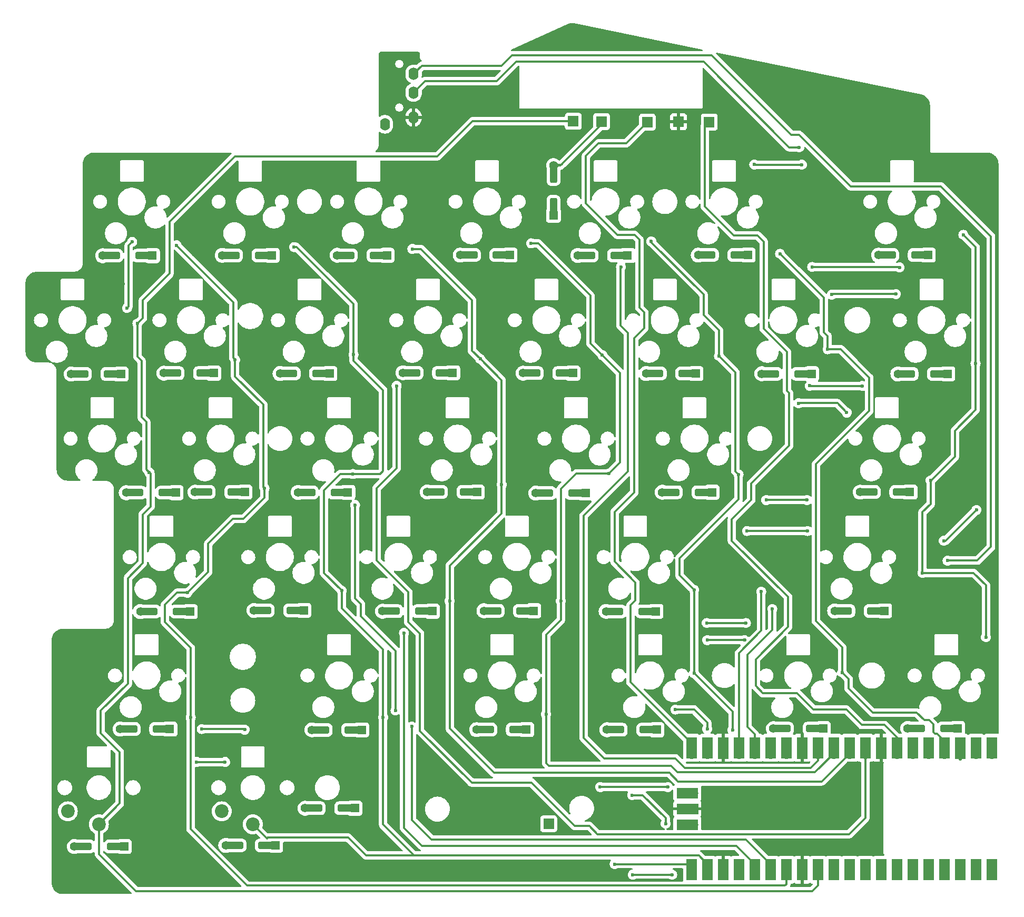
<source format=gbr>
%TF.GenerationSoftware,KiCad,Pcbnew,8.0.7*%
%TF.CreationDate,2025-05-31T19:51:50+02:00*%
%TF.ProjectId,pcb_keyboard_dx,7063625f-6b65-4796-926f-6172645f6478,rev?*%
%TF.SameCoordinates,Original*%
%TF.FileFunction,Copper,L1,Top*%
%TF.FilePolarity,Positive*%
%FSLAX46Y46*%
G04 Gerber Fmt 4.6, Leading zero omitted, Abs format (unit mm)*
G04 Created by KiCad (PCBNEW 8.0.7) date 2025-05-31 19:51:50*
%MOMM*%
%LPD*%
G01*
G04 APERTURE LIST*
G04 Aperture macros list*
%AMRoundRect*
0 Rectangle with rounded corners*
0 $1 Rounding radius*
0 $2 $3 $4 $5 $6 $7 $8 $9 X,Y pos of 4 corners*
0 Add a 4 corners polygon primitive as box body*
4,1,4,$2,$3,$4,$5,$6,$7,$8,$9,$2,$3,0*
0 Add four circle primitives for the rounded corners*
1,1,$1+$1,$2,$3*
1,1,$1+$1,$4,$5*
1,1,$1+$1,$6,$7*
1,1,$1+$1,$8,$9*
0 Add four rect primitives between the rounded corners*
20,1,$1+$1,$2,$3,$4,$5,0*
20,1,$1+$1,$4,$5,$6,$7,0*
20,1,$1+$1,$6,$7,$8,$9,0*
20,1,$1+$1,$8,$9,$2,$3,0*%
G04 Aperture macros list end*
%TA.AperFunction,ComponentPad*%
%ADD10C,2.200000*%
%TD*%
%TA.AperFunction,ComponentPad*%
%ADD11O,1.700000X1.700000*%
%TD*%
%TA.AperFunction,SMDPad,CuDef*%
%ADD12R,1.700000X3.500000*%
%TD*%
%TA.AperFunction,ComponentPad*%
%ADD13R,1.700000X1.700000*%
%TD*%
%TA.AperFunction,SMDPad,CuDef*%
%ADD14R,3.500000X1.700000*%
%TD*%
%TA.AperFunction,ComponentPad*%
%ADD15O,1.600000X2.000000*%
%TD*%
%TA.AperFunction,ComponentPad*%
%ADD16R,1.400000X1.400000*%
%TD*%
%TA.AperFunction,SMDPad,CuDef*%
%ADD17R,1.600000X1.200000*%
%TD*%
%TA.AperFunction,SMDPad,CuDef*%
%ADD18RoundRect,0.300000X0.400000X0.300000X-0.400000X0.300000X-0.400000X-0.300000X0.400000X-0.300000X0*%
%TD*%
%TA.AperFunction,SMDPad,CuDef*%
%ADD19R,2.140000X1.200000*%
%TD*%
%TA.AperFunction,ComponentPad*%
%ADD20C,1.400000*%
%TD*%
%TA.AperFunction,SMDPad,CuDef*%
%ADD21R,1.200000X1.600000*%
%TD*%
%TA.AperFunction,SMDPad,CuDef*%
%ADD22RoundRect,0.300000X0.300000X-0.400000X0.300000X0.400000X-0.300000X0.400000X-0.300000X-0.400000X0*%
%TD*%
%TA.AperFunction,SMDPad,CuDef*%
%ADD23R,1.200000X2.140000*%
%TD*%
%TA.AperFunction,ViaPad*%
%ADD24C,0.600000*%
%TD*%
%TA.AperFunction,Conductor*%
%ADD25C,0.350000*%
%TD*%
%TA.AperFunction,Conductor*%
%ADD26C,0.300000*%
%TD*%
G04 APERTURE END LIST*
D10*
%TO.P,S3,1,1*%
%TO.N,Col 0*%
X41162250Y-145752000D03*
%TO.P,S3,2,2*%
%TO.N,Net-(D3-A)*%
X36162250Y-143652000D03*
%TD*%
D11*
%TO.P,U1,1,GPIO0*%
%TO.N,Col 7*%
X184679750Y-134360419D03*
D12*
X184679750Y-133460419D03*
D11*
%TO.P,U1,2,GPIO1*%
%TO.N,unconnected-(U1-GPIO1-Pad2)*%
X182139750Y-134360419D03*
D12*
%TO.N,unconnected-(U1-GPIO1-Pad2)_1*%
X182139750Y-133460419D03*
D13*
%TO.P,U1,3,GND*%
%TO.N,GND*%
X179599750Y-134360419D03*
D12*
X179599750Y-133460419D03*
D11*
%TO.P,U1,4,GPIO2*%
%TO.N,Col 6*%
X177059750Y-134360419D03*
D12*
X177059750Y-133460419D03*
D11*
%TO.P,U1,5,GPIO3*%
%TO.N,Row 4*%
X174519750Y-134360419D03*
D12*
X174519750Y-133460419D03*
D11*
%TO.P,U1,6,GPIO4*%
%TO.N,unconnected-(U1-GPIO4-Pad6)_1*%
X171979750Y-134360419D03*
D12*
%TO.N,unconnected-(U1-GPIO4-Pad6)*%
X171979750Y-133460419D03*
D11*
%TO.P,U1,7,GPIO5*%
%TO.N,encoder A*%
X169439750Y-134360419D03*
D12*
X169439750Y-133460419D03*
D13*
%TO.P,U1,8,GND*%
%TO.N,GND*%
X166899750Y-134360419D03*
D12*
X166899750Y-133460419D03*
D11*
%TO.P,U1,9,GPIO6*%
%TO.N,Row 1*%
X164359750Y-134360419D03*
D12*
X164359750Y-133460419D03*
D11*
%TO.P,U1,10,GPIO7*%
%TO.N,Col 3*%
X161819750Y-134360419D03*
D12*
X161819750Y-133460419D03*
D11*
%TO.P,U1,11,GPIO8*%
%TO.N,Col 4*%
X159279750Y-134360419D03*
D12*
X159279750Y-133460419D03*
D11*
%TO.P,U1,12,GPIO9*%
%TO.N,Row 0*%
X156739750Y-134360419D03*
D12*
X156739750Y-133460419D03*
D13*
%TO.P,U1,13,GND*%
%TO.N,GND*%
X154199750Y-134360419D03*
D12*
X154199750Y-133460419D03*
D11*
%TO.P,U1,14,GPIO10*%
%TO.N,SPLIT_HAND_PIN*%
X151659750Y-134360419D03*
D12*
X151659750Y-133460419D03*
D11*
%TO.P,U1,15,GPIO11*%
%TO.N,Col 5*%
X149119750Y-134360419D03*
D12*
X149119750Y-133460419D03*
D11*
%TO.P,U1,16,GPIO12*%
%TO.N,TX*%
X146579750Y-134360419D03*
D12*
X146579750Y-133460419D03*
D11*
%TO.P,U1,17,GPIO13*%
%TO.N,RX*%
X144039750Y-134360419D03*
D12*
X144039750Y-133460419D03*
D13*
%TO.P,U1,18,GND*%
%TO.N,GND*%
X141499750Y-134360419D03*
D12*
X141499750Y-133460419D03*
D11*
%TO.P,U1,19,GPIO14*%
%TO.N,LED_GPIO*%
X138959750Y-134360419D03*
D12*
X138959750Y-133460419D03*
D11*
%TO.P,U1,20,GPIO15*%
%TO.N,encoder B*%
X136419750Y-134360419D03*
D12*
X136419750Y-133460419D03*
D11*
%TO.P,U1,21,GPIO16*%
%TO.N,Row 5*%
X136419750Y-152140419D03*
D12*
X136419750Y-153040419D03*
D11*
%TO.P,U1,22,GPIO17*%
%TO.N,Col 2*%
X138959750Y-152140419D03*
D12*
X138959750Y-153040419D03*
D13*
%TO.P,U1,23,GND*%
%TO.N,GND*%
X141499750Y-152140419D03*
D12*
X141499750Y-153040419D03*
D11*
%TO.P,U1,24,GPIO18*%
%TO.N,unconnected-(U1-GPIO18-Pad24)_1*%
X144039750Y-152140419D03*
D12*
%TO.N,unconnected-(U1-GPIO18-Pad24)*%
X144039750Y-153040419D03*
D11*
%TO.P,U1,25,GPIO19*%
%TO.N,Row 3*%
X146579750Y-152140419D03*
D12*
X146579750Y-153040419D03*
D11*
%TO.P,U1,26,GPIO20*%
%TO.N,Row 2*%
X149119750Y-152140419D03*
D12*
X149119750Y-153040419D03*
D11*
%TO.P,U1,27,GPIO21*%
%TO.N,Col 1*%
X151659750Y-152140419D03*
D12*
X151659750Y-153040419D03*
D13*
%TO.P,U1,28,GND*%
%TO.N,GND*%
X154199750Y-152140419D03*
D12*
X154199750Y-153040419D03*
D11*
%TO.P,U1,29,GPIO22*%
%TO.N,Col 0*%
X156739750Y-152140419D03*
D12*
X156739750Y-153040419D03*
D11*
%TO.P,U1,30,RUN*%
%TO.N,unconnected-(U1-RUN-Pad30)*%
X159279750Y-152140419D03*
D12*
%TO.N,unconnected-(U1-RUN-Pad30)_1*%
X159279750Y-153040419D03*
D11*
%TO.P,U1,31,GPIO26_ADC0*%
%TO.N,unconnected-(U1-GPIO26_ADC0-Pad31)*%
X161819750Y-152140419D03*
D12*
%TO.N,unconnected-(U1-GPIO26_ADC0-Pad31)_1*%
X161819750Y-153040419D03*
D11*
%TO.P,U1,32,GPIO27_ADC1*%
%TO.N,unconnected-(U1-GPIO27_ADC1-Pad32)*%
X164359750Y-152140419D03*
D12*
%TO.N,unconnected-(U1-GPIO27_ADC1-Pad32)_1*%
X164359750Y-153040419D03*
D13*
%TO.P,U1,33,AGND*%
%TO.N,unconnected-(U1-AGND-Pad33)_1*%
X166899750Y-152140419D03*
D12*
%TO.N,unconnected-(U1-AGND-Pad33)*%
X166899750Y-153040419D03*
D11*
%TO.P,U1,34,GPIO28_ADC2*%
%TO.N,unconnected-(U1-GPIO28_ADC2-Pad34)*%
X169439750Y-152140419D03*
D12*
%TO.N,unconnected-(U1-GPIO28_ADC2-Pad34)_1*%
X169439750Y-153040419D03*
D11*
%TO.P,U1,35,ADC_VREF*%
%TO.N,unconnected-(U1-ADC_VREF-Pad35)*%
X171979750Y-152140419D03*
D12*
%TO.N,unconnected-(U1-ADC_VREF-Pad35)_1*%
X171979750Y-153040419D03*
D11*
%TO.P,U1,36,3V3*%
%TO.N,+3.3V*%
X174519750Y-152140419D03*
D12*
X174519750Y-153040419D03*
D11*
%TO.P,U1,37,3V3_EN*%
%TO.N,unconnected-(U1-3V3_EN-Pad37)*%
X177059750Y-152140419D03*
D12*
%TO.N,unconnected-(U1-3V3_EN-Pad37)_1*%
X177059750Y-153040419D03*
D13*
%TO.P,U1,38,GND*%
%TO.N,unconnected-(U1-GND-Pad38)*%
X179599750Y-152140419D03*
D12*
%TO.N,unconnected-(U1-GND-Pad38)_1*%
X179599750Y-153040419D03*
D11*
%TO.P,U1,39,VSYS*%
%TO.N,+5V*%
X182139750Y-152140419D03*
D12*
X182139750Y-153040419D03*
D11*
%TO.P,U1,40,VBUS*%
%TO.N,unconnected-(U1-VBUS-Pad40)*%
X184679750Y-152140419D03*
D12*
%TO.N,unconnected-(U1-VBUS-Pad40)_1*%
X184679750Y-153040419D03*
D11*
%TO.P,U1,41,SWCLK*%
%TO.N,unconnected-(U1-SWCLK-Pad41)*%
X136649750Y-140710419D03*
D14*
X135749750Y-140710419D03*
D13*
%TO.P,U1,42,GND*%
%TO.N,GND*%
X136649750Y-143250419D03*
D14*
X135749750Y-143250419D03*
D11*
%TO.P,U1,43,SWDIO*%
%TO.N,unconnected-(U1-SWDIO-Pad43)*%
X136649750Y-145790419D03*
D14*
X135749750Y-145790419D03*
%TD*%
D15*
%TO.P,U3,1,SLEEVE*%
%TO.N,+5V*%
X87149750Y-33218600D03*
%TO.P,U3,2,TIP*%
%TO.N,GND*%
X91749750Y-32118600D03*
%TO.P,U3,3,RING1*%
%TO.N,RX*%
X91749750Y-28118600D03*
%TO.P,U3,4,RING2*%
%TO.N,TX*%
X91749750Y-25118600D03*
%TD*%
D13*
%TO.P,TP6,1,1*%
%TO.N,Net-(SW1-Pad1)*%
X113463964Y-145664614D03*
%TD*%
%TO.P,TP4,1,1*%
%TO.N,GND*%
X134339750Y-32827000D03*
%TD*%
%TO.P,TP5,1,1*%
%TO.N,encoder A*%
X139269750Y-32857000D03*
%TD*%
%TO.P,TP2,1,1*%
%TO.N,Net-(D37-A)*%
X121969750Y-32777000D03*
%TD*%
%TO.P,TP3,1,1*%
%TO.N,encoder B*%
X129309750Y-32867000D03*
%TD*%
D10*
%TO.P,S14,1,1*%
%TO.N,Col 2*%
X65912250Y-145752000D03*
%TO.P,S14,2,2*%
%TO.N,Net-(D14-A)*%
X60912250Y-143652000D03*
%TD*%
D13*
%TO.P,TP1,1,1*%
%TO.N,Col 0*%
X117419750Y-32747000D03*
%TD*%
D16*
%TO.P,D11,1,K*%
%TO.N,Row 2*%
X81179750Y-92397000D03*
D17*
X79929750Y-92397000D03*
D18*
X79079750Y-92397000D03*
%TO.P,D11,2,A*%
%TO.N,Net-(D11-A)*%
X75279750Y-92397000D03*
D19*
X74209750Y-92397000D03*
D20*
X73179750Y-92397000D03*
%TD*%
D16*
%TO.P,D9,1,K*%
%TO.N,Row 0*%
X68999750Y-54287000D03*
D17*
X67749750Y-54287000D03*
D18*
X66899750Y-54287000D03*
%TO.P,D9,2,A*%
%TO.N,Net-(D9-A)*%
X63099750Y-54287000D03*
D19*
X62029750Y-54287000D03*
D20*
X60999750Y-54287000D03*
%TD*%
D16*
%TO.P,D24,1,K*%
%TO.N,Row 0*%
X126149750Y-54307000D03*
D17*
X124899750Y-54307000D03*
D18*
X124049750Y-54307000D03*
%TO.P,D24,2,A*%
%TO.N,Net-(D24-A)*%
X120249750Y-54307000D03*
D19*
X119179750Y-54307000D03*
D20*
X118149750Y-54307000D03*
%TD*%
D16*
%TO.P,D12,1,K*%
%TO.N,Row 3*%
X74107250Y-111368250D03*
D17*
X72857250Y-111368250D03*
D18*
X72007250Y-111368250D03*
%TO.P,D12,2,A*%
%TO.N,Net-(D12-A)*%
X68207250Y-111368250D03*
D19*
X67137250Y-111368250D03*
D20*
X66107250Y-111368250D03*
%TD*%
D16*
%TO.P,D25,1,K*%
%TO.N,Row 1*%
X137129750Y-73287000D03*
D17*
X135879750Y-73287000D03*
D18*
X135029750Y-73287000D03*
%TO.P,D25,2,A*%
%TO.N,Net-(D25-A)*%
X131229750Y-73287000D03*
D19*
X130159750Y-73287000D03*
D20*
X129129750Y-73287000D03*
%TD*%
D16*
%TO.P,D3,1,K*%
%TO.N,Row 5*%
X45249750Y-149317000D03*
D17*
X43999750Y-149317000D03*
D18*
X43149750Y-149317000D03*
%TO.P,D3,2,A*%
%TO.N,Net-(D3-A)*%
X39349750Y-149317000D03*
D19*
X38279750Y-149317000D03*
D20*
X37249750Y-149317000D03*
%TD*%
D16*
%TO.P,D38,1,K*%
%TO.N,Net-(D38-K)*%
X82299750Y-143157000D03*
D17*
X81049750Y-143157000D03*
D18*
X80199750Y-143157000D03*
%TO.P,D38,2,A*%
%TO.N,+5V*%
X76399750Y-143157000D03*
D19*
X75329750Y-143157000D03*
D20*
X74299750Y-143157000D03*
%TD*%
D16*
%TO.P,D22,1,K*%
%TO.N,Row 3*%
X111059750Y-111417000D03*
D17*
X109809750Y-111417000D03*
D18*
X108959750Y-111417000D03*
%TO.P,D22,2,A*%
%TO.N,Net-(D22-A)*%
X105159750Y-111417000D03*
D19*
X104089750Y-111417000D03*
D20*
X103059750Y-111417000D03*
%TD*%
D16*
%TO.P,D33,1,K*%
%TO.N,Row 1*%
X177589750Y-73347000D03*
D17*
X176339750Y-73347000D03*
D18*
X175489750Y-73347000D03*
%TO.P,D33,2,A*%
%TO.N,Net-(D33-A)*%
X171689750Y-73347000D03*
D19*
X170619750Y-73347000D03*
D20*
X169589750Y-73347000D03*
%TD*%
D16*
%TO.P,D7,1,K*%
%TO.N,Row 3*%
X55839750Y-111547000D03*
D17*
X54589750Y-111547000D03*
D18*
X53739750Y-111547000D03*
%TO.P,D7,2,A*%
%TO.N,Net-(D7-A)*%
X49939750Y-111547000D03*
D19*
X48869750Y-111547000D03*
D20*
X47839750Y-111547000D03*
%TD*%
D16*
%TO.P,D30,1,K*%
%TO.N,Row 1*%
X155729750Y-73327000D03*
D17*
X154479750Y-73327000D03*
D18*
X153629750Y-73327000D03*
%TO.P,D30,2,A*%
%TO.N,Net-(D30-A)*%
X149829750Y-73327000D03*
D19*
X148759750Y-73327000D03*
D20*
X147729750Y-73327000D03*
%TD*%
D16*
%TO.P,D14,1,K*%
%TO.N,Row 5*%
X69569750Y-149127000D03*
D17*
X68319750Y-149127000D03*
D18*
X67469750Y-149127000D03*
%TO.P,D14,2,A*%
%TO.N,Net-(D14-A)*%
X63669750Y-149127000D03*
D19*
X62599750Y-149127000D03*
D20*
X61569750Y-149127000D03*
%TD*%
D16*
%TO.P,D15,1,K*%
%TO.N,Row 0*%
X87469750Y-54277000D03*
D17*
X86219750Y-54277000D03*
D18*
X85369750Y-54277000D03*
%TO.P,D15,2,A*%
%TO.N,Net-(D15-A)*%
X81569750Y-54277000D03*
D19*
X80499750Y-54277000D03*
D20*
X79469750Y-54277000D03*
%TD*%
D16*
%TO.P,D16,1,K*%
%TO.N,Row 1*%
X98029750Y-73167000D03*
D17*
X96779750Y-73167000D03*
D18*
X95929750Y-73167000D03*
%TO.P,D16,2,A*%
%TO.N,Net-(D16-A)*%
X92129750Y-73167000D03*
D19*
X91059750Y-73167000D03*
D20*
X90029750Y-73167000D03*
%TD*%
D16*
%TO.P,D1,1,K*%
%TO.N,Row 1*%
X44719750Y-73367000D03*
D17*
X43469750Y-73367000D03*
D18*
X42619750Y-73367000D03*
%TO.P,D1,2,A*%
%TO.N,Net-(D1-A)*%
X38819750Y-73367000D03*
D19*
X37749750Y-73367000D03*
D20*
X36719750Y-73367000D03*
%TD*%
D16*
%TO.P,D6,1,K*%
%TO.N,Row 2*%
X64629750Y-92347000D03*
D17*
X63379750Y-92347000D03*
D18*
X62529750Y-92347000D03*
%TO.P,D6,2,A*%
%TO.N,Net-(D6-A)*%
X58729750Y-92347000D03*
D19*
X57659750Y-92347000D03*
D20*
X56629750Y-92347000D03*
%TD*%
D16*
%TO.P,D17,1,K*%
%TO.N,Row 2*%
X101959750Y-92327000D03*
D17*
X100709750Y-92327000D03*
D18*
X99859750Y-92327000D03*
%TO.P,D17,2,A*%
%TO.N,Net-(D17-A)*%
X96059750Y-92327000D03*
D19*
X94989750Y-92327000D03*
D20*
X93959750Y-92327000D03*
%TD*%
D16*
%TO.P,D37,1,K*%
%TO.N,Row 0*%
X114238500Y-47854500D03*
D21*
X114238500Y-46604500D03*
D22*
X114238500Y-45754500D03*
%TO.P,D37,2,A*%
%TO.N,Net-(D37-A)*%
X114238500Y-41954500D03*
D23*
X114238500Y-40884500D03*
D20*
X114238500Y-39854500D03*
%TD*%
D16*
%TO.P,D28,1,K*%
%TO.N,Row 4*%
X130847250Y-130548250D03*
D17*
X129597250Y-130548250D03*
D18*
X128747250Y-130548250D03*
%TO.P,D28,2,A*%
%TO.N,Net-(D28-A)*%
X124947250Y-130548250D03*
D19*
X123877250Y-130548250D03*
D20*
X122847250Y-130548250D03*
%TD*%
D16*
%TO.P,D36,1,K*%
%TO.N,Row 4*%
X179169750Y-130329419D03*
D17*
X177919750Y-130329419D03*
D18*
X177069750Y-130329419D03*
%TO.P,D36,2,A*%
%TO.N,Net-(D36-A)*%
X173269750Y-130329419D03*
D19*
X172199750Y-130329419D03*
D20*
X171169750Y-130329419D03*
%TD*%
D16*
%TO.P,D18,1,K*%
%TO.N,Row 3*%
X94769750Y-111497000D03*
D17*
X93519750Y-111497000D03*
D18*
X92669750Y-111497000D03*
%TO.P,D18,2,A*%
%TO.N,Net-(D18-A)*%
X88869750Y-111497000D03*
D19*
X87799750Y-111497000D03*
D20*
X86769750Y-111497000D03*
%TD*%
D16*
%TO.P,D34,1,K*%
%TO.N,Row 2*%
X171529750Y-92347000D03*
D17*
X170279750Y-92347000D03*
D18*
X169429750Y-92347000D03*
%TO.P,D34,2,A*%
%TO.N,Net-(D34-A)*%
X165629750Y-92347000D03*
D19*
X164559750Y-92347000D03*
D20*
X163529750Y-92347000D03*
%TD*%
D16*
%TO.P,D21,1,K*%
%TO.N,Row 2*%
X119399750Y-92507000D03*
D17*
X118149750Y-92507000D03*
D18*
X117299750Y-92507000D03*
%TO.P,D21,2,A*%
%TO.N,Net-(D21-A)*%
X113499750Y-92507000D03*
D19*
X112429750Y-92507000D03*
D20*
X111399750Y-92507000D03*
%TD*%
D16*
%TO.P,D19,1,K*%
%TO.N,Row 0*%
X107249750Y-54240419D03*
D17*
X105999750Y-54240419D03*
D18*
X105149750Y-54240419D03*
%TO.P,D19,2,A*%
%TO.N,Net-(D19-A)*%
X101349750Y-54240419D03*
D19*
X100279750Y-54240419D03*
D20*
X99249750Y-54240419D03*
%TD*%
D16*
%TO.P,D35,1,K*%
%TO.N,Row 3*%
X167429750Y-111447000D03*
D17*
X166179750Y-111447000D03*
D18*
X165329750Y-111447000D03*
%TO.P,D35,2,A*%
%TO.N,Net-(D35-A)*%
X161529750Y-111447000D03*
D19*
X160459750Y-111447000D03*
D20*
X159429750Y-111447000D03*
%TD*%
D16*
%TO.P,D10,1,K*%
%TO.N,Row 1*%
X78279750Y-73287000D03*
D17*
X77029750Y-73287000D03*
D18*
X76179750Y-73287000D03*
%TO.P,D10,2,A*%
%TO.N,Net-(D10-A)*%
X72379750Y-73287000D03*
D19*
X71309750Y-73287000D03*
D20*
X70279750Y-73287000D03*
%TD*%
D16*
%TO.P,D31,1,K*%
%TO.N,Row 4*%
X157579750Y-130367000D03*
D17*
X156329750Y-130367000D03*
D18*
X155479750Y-130367000D03*
%TO.P,D31,2,A*%
%TO.N,Net-(D31-A)*%
X151679750Y-130367000D03*
D19*
X150609750Y-130367000D03*
D20*
X149579750Y-130367000D03*
%TD*%
D16*
%TO.P,D23,1,K*%
%TO.N,Row 4*%
X109889750Y-130527000D03*
D17*
X108639750Y-130527000D03*
D18*
X107789750Y-130527000D03*
%TO.P,D23,2,A*%
%TO.N,Net-(D23-A)*%
X103989750Y-130527000D03*
D19*
X102919750Y-130527000D03*
D20*
X101889750Y-130527000D03*
%TD*%
D16*
%TO.P,D29,1,K*%
%TO.N,Row 0*%
X145509750Y-54240419D03*
D17*
X144259750Y-54240419D03*
D18*
X143409750Y-54240419D03*
%TO.P,D29,2,A*%
%TO.N,Net-(D29-A)*%
X139609750Y-54240419D03*
D19*
X138539750Y-54240419D03*
D20*
X137509750Y-54240419D03*
%TD*%
D16*
%TO.P,D4,1,K*%
%TO.N,Row 0*%
X49769750Y-54337000D03*
D17*
X48519750Y-54337000D03*
D18*
X47669750Y-54337000D03*
%TO.P,D4,2,A*%
%TO.N,Net-(D4-A)*%
X43869750Y-54337000D03*
D19*
X42799750Y-54337000D03*
D20*
X41769750Y-54337000D03*
%TD*%
D16*
%TO.P,D20,1,K*%
%TO.N,Row 1*%
X117349750Y-73227000D03*
D17*
X116099750Y-73227000D03*
D18*
X115249750Y-73227000D03*
%TO.P,D20,2,A*%
%TO.N,Net-(D20-A)*%
X111449750Y-73227000D03*
D19*
X110379750Y-73227000D03*
D20*
X109349750Y-73227000D03*
%TD*%
D16*
%TO.P,D8,1,K*%
%TO.N,Row 4*%
X52567250Y-130438250D03*
D17*
X51317250Y-130438250D03*
D18*
X50467250Y-130438250D03*
%TO.P,D8,2,A*%
%TO.N,Net-(D8-A)*%
X46667250Y-130438250D03*
D19*
X45597250Y-130438250D03*
D20*
X44567250Y-130438250D03*
%TD*%
D16*
%TO.P,D27,1,K*%
%TO.N,Row 3*%
X130689750Y-111517000D03*
D17*
X129439750Y-111517000D03*
D18*
X128589750Y-111517000D03*
%TO.P,D27,2,A*%
%TO.N,Net-(D27-A)*%
X124789750Y-111517000D03*
D19*
X123719750Y-111517000D03*
D20*
X122689750Y-111517000D03*
%TD*%
D16*
%TO.P,D26,1,K*%
%TO.N,Row 2*%
X139729750Y-92367000D03*
D17*
X138479750Y-92367000D03*
D18*
X137629750Y-92367000D03*
%TO.P,D26,2,A*%
%TO.N,Net-(D26-A)*%
X133829750Y-92367000D03*
D19*
X132759750Y-92367000D03*
D20*
X131729750Y-92367000D03*
%TD*%
D16*
%TO.P,D2,1,K*%
%TO.N,Row 2*%
X53559750Y-92437000D03*
D17*
X52309750Y-92437000D03*
D18*
X51459750Y-92437000D03*
%TO.P,D2,2,A*%
%TO.N,Net-(D2-A)*%
X47659750Y-92437000D03*
D19*
X46589750Y-92437000D03*
D20*
X45559750Y-92437000D03*
%TD*%
D16*
%TO.P,D32,1,K*%
%TO.N,Row 0*%
X174479750Y-54247000D03*
D17*
X173229750Y-54247000D03*
D18*
X172379750Y-54247000D03*
%TO.P,D32,2,A*%
%TO.N,Net-(D32-A)*%
X168579750Y-54247000D03*
D19*
X167509750Y-54247000D03*
D20*
X166479750Y-54247000D03*
%TD*%
D16*
%TO.P,D5,1,K*%
%TO.N,Row 1*%
X59609750Y-73227000D03*
D17*
X58359750Y-73227000D03*
D18*
X57509750Y-73227000D03*
%TO.P,D5,2,A*%
%TO.N,Net-(D5-A)*%
X53709750Y-73227000D03*
D19*
X52639750Y-73227000D03*
D20*
X51609750Y-73227000D03*
%TD*%
D16*
%TO.P,D13,1,K*%
%TO.N,Row 4*%
X83427250Y-130568250D03*
D17*
X82177250Y-130568250D03*
D18*
X81327250Y-130568250D03*
%TO.P,D13,2,A*%
%TO.N,Net-(D13-A)*%
X77527250Y-130568250D03*
D19*
X76457250Y-130568250D03*
D20*
X75427250Y-130568250D03*
%TD*%
D24*
%TO.N,GND*%
X54449750Y-55947000D03*
X117219750Y-42437000D03*
%TO.N,Row 1*%
X155429750Y-75260419D03*
X163889750Y-75280419D03*
X89019750Y-75270419D03*
%TO.N,Row 2*%
X88844750Y-127437000D03*
X148434750Y-93625419D03*
X82339750Y-94420419D03*
X155009750Y-93630419D03*
X91469750Y-130037000D03*
%TO.N,Row 5*%
X124059750Y-152140419D03*
%TO.N,Row 0*%
X125079750Y-56160419D03*
X155819750Y-56160419D03*
X169849750Y-56230419D03*
%TO.N,Row 3*%
X90199750Y-114987000D03*
X145166331Y-113387000D03*
X138873169Y-113387000D03*
%TO.N,Row 4*%
X138949750Y-130407000D03*
X133829750Y-127300419D03*
X64604750Y-130535419D03*
X57699750Y-130430419D03*
%TO.N,Col 0*%
X49249750Y-89157000D03*
X47349750Y-65257000D03*
%TO.N,Col 1*%
X63062250Y-71057000D03*
X55389750Y-108520419D03*
X67779750Y-91760419D03*
X53649750Y-52657000D03*
X55922250Y-128557000D03*
%TO.N,Col 2*%
X80209750Y-108197000D03*
X72549750Y-52957000D03*
X82009750Y-89440419D03*
X86857250Y-128557000D03*
X82099750Y-70257000D03*
%TO.N,Col 3*%
X102468041Y-70938709D03*
X105899750Y-91157000D03*
X97549750Y-109857000D03*
X91549750Y-53257000D03*
%TO.N,Col 4*%
X122078040Y-70328710D03*
X113038500Y-128057000D03*
X110649750Y-52357000D03*
X123109750Y-89370419D03*
X115419750Y-109857000D03*
%TO.N,Col 5*%
X140838040Y-70468710D03*
X142999750Y-130597000D03*
X136838500Y-108057000D03*
X129949750Y-52057000D03*
X136838500Y-121457000D03*
X143979750Y-89500419D03*
%TO.N,Col 6*%
X150649750Y-54047000D03*
X160638500Y-121357000D03*
X158309750Y-69377000D03*
%TO.N,Col 7*%
X173559750Y-105327000D03*
X174849750Y-90457000D03*
X183739750Y-115667000D03*
X180109750Y-50997000D03*
X182072250Y-71657000D03*
%TO.N,GND*%
X79749750Y-61450419D03*
X137179750Y-37520419D03*
X149982250Y-79372000D03*
X160449750Y-38230419D03*
X51339750Y-79450419D03*
X83799750Y-105080419D03*
X149789750Y-76657000D03*
X50151386Y-83998783D03*
X169219750Y-121257000D03*
X115949750Y-54200419D03*
X35899750Y-152130419D03*
X45259750Y-99987000D03*
X109709750Y-41810419D03*
X36399750Y-78850419D03*
X57069750Y-41370419D03*
X88249750Y-26950419D03*
X177499750Y-79940419D03*
X123449750Y-79740419D03*
X71059750Y-91210419D03*
X60329750Y-110380419D03*
X104231000Y-76227000D03*
X109599750Y-76400419D03*
X56299750Y-47450419D03*
X159129750Y-92007000D03*
X85479750Y-153807000D03*
X109799750Y-85750419D03*
X41449750Y-117090419D03*
X57489750Y-154747000D03*
X178969750Y-61580419D03*
X78799750Y-110350419D03*
X116249750Y-117450419D03*
X158469750Y-79740419D03*
X180629750Y-120480419D03*
X83979750Y-100080419D03*
X164819750Y-117530419D03*
X46119750Y-76510419D03*
X31599750Y-59100419D03*
X142469750Y-59190419D03*
X121449750Y-72250419D03*
X117169750Y-47710419D03*
X74519750Y-140317000D03*
X59749750Y-97130419D03*
X35399750Y-135600419D03*
X179979750Y-44057000D03*
X162529750Y-77707000D03*
X104929750Y-51670419D03*
X177439750Y-128020419D03*
X180219750Y-57290419D03*
X80449750Y-100580419D03*
X45059750Y-58910419D03*
X126629750Y-133847000D03*
X116849750Y-101900419D03*
X39589750Y-126097000D03*
X62409750Y-47260419D03*
X177244750Y-113318000D03*
X67389750Y-59070419D03*
X85109750Y-59000419D03*
X174949750Y-102797000D03*
X98599750Y-99450419D03*
X141249750Y-145350419D03*
X71212250Y-87832000D03*
X155689750Y-84677000D03*
X141629750Y-101937000D03*
X156609750Y-41200419D03*
X128299750Y-84350419D03*
X80649750Y-72750419D03*
X97879750Y-38390419D03*
X71039750Y-144437000D03*
X68129750Y-116870419D03*
X172739750Y-111207000D03*
X74919750Y-114630419D03*
X79819750Y-97290419D03*
X90509750Y-41450419D03*
X99249750Y-97357000D03*
X168209750Y-58740419D03*
X53299750Y-146960419D03*
X55949750Y-100200419D03*
X57729750Y-121420419D03*
X169779750Y-37310419D03*
X125949750Y-91100419D03*
X169199750Y-62460419D03*
X41709750Y-89700419D03*
X95179750Y-117697000D03*
X90149750Y-91550419D03*
X117239750Y-97367000D03*
X141759750Y-62230419D03*
X155999750Y-45150419D03*
X95529750Y-31227000D03*
X36539750Y-76440419D03*
X126509750Y-58980419D03*
X90149750Y-83450419D03*
X158209750Y-149627000D03*
X68959750Y-141147000D03*
X178629750Y-92097000D03*
X95299750Y-45250419D03*
X69349750Y-127050419D03*
X175179750Y-70820419D03*
X100709750Y-89557000D03*
X70679750Y-79770419D03*
X61179750Y-102687000D03*
X159019750Y-63790419D03*
X165789750Y-147670419D03*
X147194750Y-106447000D03*
X85459750Y-79450419D03*
X38299750Y-116800419D03*
X183469750Y-88277000D03*
X117469750Y-134710419D03*
X128599750Y-76750419D03*
X45299750Y-94450419D03*
X66494750Y-71247000D03*
X51099750Y-61900419D03*
X94463964Y-138164614D03*
X57859750Y-127360419D03*
X52899750Y-134060419D03*
X83929750Y-64930419D03*
X122999750Y-64050419D03*
X157569750Y-143407000D03*
X84199750Y-137600419D03*
X57899750Y-85400419D03*
X98449750Y-62400419D03*
X97779750Y-25017000D03*
X75159750Y-150597000D03*
X104149750Y-58940419D03*
X115739750Y-139797000D03*
X64339750Y-82710419D03*
X118649750Y-18787000D03*
X154039750Y-50980419D03*
X161269750Y-48870419D03*
X88379750Y-139487000D03*
X99099750Y-109050419D03*
X154109750Y-127797000D03*
X123039750Y-58820419D03*
X76399750Y-100300419D03*
X177549750Y-54000419D03*
X182819750Y-40287000D03*
X131179750Y-41437000D03*
X109029750Y-79260419D03*
X40949750Y-42600419D03*
X73769750Y-41170419D03*
%TO.N,Net-(LED14-DOUT)*%
X61459750Y-135737000D03*
X56889750Y-135737000D03*
%TO.N,LED_GPIO*%
X121739750Y-139757000D03*
X132619750Y-139767000D03*
%TO.N,Net-(LED28-DOUT)*%
X138949750Y-116138000D03*
X144949750Y-116138000D03*
%TO.N,Net-(LED26-DOUT)*%
X161367331Y-79558000D03*
X153629750Y-78070419D03*
%TO.N,Net-(LED27-DIN)*%
X145339750Y-98590419D03*
X155089750Y-98598000D03*
%TO.N,Net-(LED29-DOUT)*%
X154159750Y-39720419D03*
X146509750Y-39700419D03*
%TO.N,Net-(LED30-DIN)*%
X158979750Y-60600419D03*
X169259750Y-60520419D03*
%TO.N,Net-(LED1-DOUT)*%
X46519750Y-52110419D03*
X45689750Y-62760419D03*
%TO.N,SPLIT_HAND_PIN*%
X132259750Y-145637000D03*
X126889750Y-141057000D03*
%TO.N,+3.3V*%
X133319750Y-153850419D03*
X126979750Y-153850419D03*
%TO.N,RX*%
X147629750Y-108357000D03*
X176969750Y-100167000D03*
X153729750Y-36917000D03*
X182229750Y-95217000D03*
%TO.N,TX*%
X149399750Y-111147000D03*
X177579750Y-103367000D03*
%TD*%
D25*
%TO.N,Row 1*%
X117639750Y-146000419D02*
X119979750Y-146000419D01*
X110659750Y-139020419D02*
X117639750Y-146000419D01*
X89019750Y-75270419D02*
X89019750Y-88496586D01*
X101089800Y-139020419D02*
X110659750Y-139020419D01*
X119979750Y-146000419D02*
X121309750Y-147330419D01*
X92789750Y-130720369D02*
X101089800Y-139020419D01*
X163889750Y-75280419D02*
X155449750Y-75280419D01*
X89019750Y-88496586D02*
X85794750Y-91721586D01*
X85794750Y-91721586D02*
X85794750Y-103325418D01*
X90898041Y-113245291D02*
X92789750Y-115137000D01*
X92789750Y-115137000D02*
X92789750Y-130720369D01*
X161746331Y-147330419D02*
X164359750Y-144717000D01*
X85794750Y-103325418D02*
X90898041Y-108428709D01*
X155449750Y-75280419D02*
X155429750Y-75260419D01*
X121309750Y-147330419D02*
X161746331Y-147330419D01*
X164359750Y-144717000D02*
X164359750Y-134360419D01*
X90898041Y-108428709D02*
X90898041Y-113245291D01*
%TO.N,Row 2*%
X91499750Y-145107000D02*
X91499750Y-130067000D01*
X88844750Y-127437000D02*
X88844750Y-117855419D01*
X91499750Y-145107000D02*
X94583169Y-148190419D01*
X91499750Y-130067000D02*
X91469750Y-130037000D01*
X145169750Y-148190419D02*
X149119750Y-152140419D01*
X83289750Y-110330419D02*
X82369750Y-109410419D01*
X82369750Y-96100419D02*
X82339750Y-96070419D01*
X82339750Y-96070419D02*
X82339750Y-94420419D01*
X82369750Y-109410419D02*
X82369750Y-96100419D01*
X94583169Y-148190419D02*
X145169750Y-148190419D01*
X88844750Y-117855419D02*
X83289750Y-112300419D01*
X83289750Y-112300419D02*
X83289750Y-110330419D01*
X154996331Y-93617000D02*
X148443169Y-93617000D01*
X155009750Y-93630419D02*
X154996331Y-93617000D01*
X148443169Y-93617000D02*
X148434750Y-93625419D01*
%TO.N,Row 5*%
X124059750Y-152140419D02*
X136419750Y-152140419D01*
%TO.N,Row 0*%
X156739750Y-135517000D02*
X156739750Y-134360419D01*
X155829750Y-56170419D02*
X169789750Y-56170419D01*
X133799750Y-135127000D02*
X135369750Y-136697000D01*
X125079750Y-56160419D02*
X125019750Y-56220419D01*
X125019750Y-65560419D02*
X126209750Y-66750419D01*
X155819750Y-56160419D02*
X155829750Y-56170419D01*
X126209750Y-88980419D02*
X119059750Y-96130419D01*
X169789750Y-56170419D02*
X169849750Y-56230419D01*
X119059750Y-131820419D02*
X122366331Y-135127000D01*
X119059750Y-96130419D02*
X119059750Y-131820419D01*
X125019750Y-56220419D02*
X125019750Y-65560419D01*
X122366331Y-135127000D02*
X133799750Y-135127000D01*
X155559750Y-136697000D02*
X156739750Y-135517000D01*
X126209750Y-66750419D02*
X126209750Y-88980419D01*
X135369750Y-136697000D02*
X155559750Y-136697000D01*
%TO.N,Row 3*%
X90199750Y-146307000D02*
X93123169Y-149230419D01*
X90199750Y-114987000D02*
X90199750Y-146307000D01*
X93123169Y-149230419D02*
X143669750Y-149230419D01*
X145166331Y-113387000D02*
X138873169Y-113387000D01*
X143669750Y-149230419D02*
X146579750Y-152140419D01*
%TO.N,Row 4*%
X138949750Y-129410419D02*
X136839750Y-127300419D01*
X57719750Y-130410419D02*
X57699750Y-130430419D01*
X136839750Y-127300419D02*
X133829750Y-127300419D01*
X64604750Y-130535419D02*
X64479750Y-130410419D01*
X138949750Y-130407000D02*
X138949750Y-129410419D01*
X64479750Y-130410419D02*
X57719750Y-130410419D01*
%TO.N,Col 0*%
X45809750Y-123140419D02*
X41479750Y-127470419D01*
X48249750Y-61477000D02*
X52499750Y-57227000D01*
X52499750Y-57227000D02*
X52499750Y-48897000D01*
X47349750Y-65257000D02*
X47373169Y-65257000D01*
X63046331Y-38350419D02*
X95579750Y-38350419D01*
X44529750Y-142384500D02*
X41162250Y-145752000D01*
X49249750Y-89157000D02*
X49449750Y-89357000D01*
X48209750Y-103770419D02*
X45809750Y-106170419D01*
X155850555Y-156489614D02*
X156739750Y-155600419D01*
X41162250Y-150542919D02*
X47108945Y-156489614D01*
X48209750Y-95927000D02*
X48209750Y-103770419D01*
X47349750Y-70577000D02*
X47349750Y-65257000D01*
X48009750Y-71237000D02*
X47349750Y-70577000D01*
X48779750Y-81080419D02*
X48009750Y-80310419D01*
X44529750Y-134125906D02*
X44529750Y-142384500D01*
X47108945Y-156489614D02*
X155850555Y-156489614D01*
X156739750Y-155600419D02*
X156739750Y-152140419D01*
X101183169Y-32747000D02*
X117419750Y-32747000D01*
X47373169Y-65257000D02*
X48249750Y-64380419D01*
X48249750Y-64380419D02*
X48249750Y-61477000D01*
X52499750Y-48897000D02*
X63046331Y-38350419D01*
X48009750Y-80310419D02*
X48009750Y-71237000D01*
X48779750Y-88687000D02*
X48779750Y-81080419D01*
X45809750Y-106170419D02*
X45809750Y-123140419D01*
X41479750Y-127470419D02*
X41479750Y-131075906D01*
X95579750Y-38350419D02*
X101183169Y-32747000D01*
X41162250Y-145752000D02*
X41162250Y-150542919D01*
X41479750Y-131075906D02*
X44529750Y-134125906D01*
X49249750Y-89157000D02*
X48779750Y-88687000D01*
X49449750Y-89357000D02*
X49449750Y-94687000D01*
X49449750Y-94687000D02*
X48209750Y-95927000D01*
%TO.N,Col 1*%
X55389750Y-108520419D02*
X53709750Y-108520419D01*
X58749750Y-100610419D02*
X62728169Y-96632000D01*
X64418169Y-96632000D02*
X67779750Y-93270419D01*
X55916000Y-128550750D02*
X55922250Y-128557000D01*
X67779750Y-93270419D02*
X67779750Y-91760419D01*
X55389750Y-108520419D02*
X58749750Y-105160419D01*
X151439750Y-155610419D02*
X151659750Y-155390419D01*
X51759750Y-113207919D02*
X55916000Y-117364169D01*
X151659750Y-155390419D02*
X151659750Y-152140419D01*
X67572298Y-91552967D02*
X67572298Y-78252967D01*
X62762250Y-70757000D02*
X62762250Y-61812919D01*
X63062250Y-73742919D02*
X63062250Y-71057000D01*
X62728169Y-96632000D02*
X64418169Y-96632000D01*
X67572298Y-78252967D02*
X63062250Y-73742919D01*
X53709750Y-108520419D02*
X51759750Y-110470419D01*
X58749750Y-105160419D02*
X58749750Y-100610419D01*
X51759750Y-110470419D02*
X51759750Y-113207919D01*
X55916000Y-117364169D02*
X55916000Y-128550750D01*
X55922250Y-146532919D02*
X64999750Y-155610419D01*
X55922250Y-128557000D02*
X55922250Y-146532919D01*
X53649750Y-52700419D02*
X53649750Y-52657000D01*
X67779750Y-91760419D02*
X67572298Y-91552967D01*
X64999750Y-155610419D02*
X151439750Y-155610419D01*
X63062250Y-71057000D02*
X62762250Y-70757000D01*
X62762250Y-61812919D02*
X53649750Y-52700419D01*
%TO.N,Col 2*%
X68162250Y-148002000D02*
X68262250Y-147902000D01*
X86857250Y-128557000D02*
X86857250Y-117677919D01*
X77339750Y-105327000D02*
X80209750Y-108197000D01*
X82099750Y-62120419D02*
X72936331Y-52957000D01*
X81264750Y-147902000D02*
X84128169Y-150765419D01*
X91838169Y-150765419D02*
X86857250Y-145784500D01*
X86369749Y-89440419D02*
X86859750Y-88950418D01*
X65912250Y-145752000D02*
X68162250Y-148002000D01*
X82099750Y-71220419D02*
X82099750Y-70257000D01*
X72936331Y-52957000D02*
X72549750Y-52957000D01*
X86859750Y-88950418D02*
X86859750Y-75980419D01*
X84128169Y-150765419D02*
X91989750Y-150765419D01*
X68262250Y-147902000D02*
X81264750Y-147902000D01*
X79936331Y-89440419D02*
X77339750Y-92037000D01*
X138959750Y-152140419D02*
X137584750Y-150765419D01*
X77339750Y-92037000D02*
X77339750Y-105327000D01*
X80209750Y-111030419D02*
X80209750Y-108197000D01*
X86857250Y-117677919D02*
X80209750Y-111030419D01*
X82009750Y-89440419D02*
X86369749Y-89440419D01*
X82009750Y-89440419D02*
X79936331Y-89440419D01*
X86857250Y-145784500D02*
X86857250Y-128557000D01*
X82099750Y-70257000D02*
X82099750Y-62120419D01*
X137584750Y-150765419D02*
X91838169Y-150765419D01*
X86859750Y-75980419D02*
X82099750Y-71220419D01*
%TO.N,Col 3*%
X97549750Y-104157000D02*
X105899750Y-95807000D01*
X105899750Y-95807000D02*
X105899750Y-91157000D01*
X97549750Y-130317000D02*
X97549750Y-109857000D01*
X161819750Y-134360419D02*
X157313169Y-138867000D01*
X102468041Y-70938709D02*
X101139750Y-69610418D01*
X97549750Y-109857000D02*
X97549750Y-104157000D01*
X132849750Y-137477000D02*
X104709750Y-137477000D01*
X101139750Y-61490419D02*
X92906331Y-53257000D01*
X134239750Y-138867000D02*
X132849750Y-137477000D01*
X104709750Y-137477000D02*
X97549750Y-130317000D01*
X105899750Y-91157000D02*
X105899750Y-74370419D01*
X92906331Y-53257000D02*
X91549750Y-53257000D01*
X105899750Y-74370419D02*
X102468041Y-70938710D01*
X102468041Y-70938710D02*
X102468041Y-70938709D01*
X157313169Y-138867000D02*
X134239750Y-138867000D01*
X101139750Y-69610418D02*
X101139750Y-61490419D01*
%TO.N,Col 4*%
X133099750Y-136347000D02*
X134149750Y-137397000D01*
X120179750Y-68430420D02*
X120179750Y-60770419D01*
X124939750Y-73190419D02*
X122078041Y-70328710D01*
X117879750Y-89370419D02*
X115419750Y-91830419D01*
X115419750Y-91830419D02*
X115419750Y-109857000D01*
X122078041Y-70328710D02*
X122078040Y-70328710D01*
X134149750Y-137397000D02*
X156243169Y-137397000D01*
X123109750Y-89370419D02*
X117879750Y-89370419D01*
X123109751Y-89370419D02*
X124939750Y-87540420D01*
X113038500Y-128057000D02*
X113038500Y-135899169D01*
X113038500Y-128057000D02*
X113038500Y-115281669D01*
X113038500Y-135899169D02*
X113486331Y-136347000D01*
X123109750Y-89370419D02*
X123109751Y-89370419D01*
X156243169Y-137397000D02*
X159279750Y-134360419D01*
X113038500Y-115281669D02*
X115419750Y-112900419D01*
X113486331Y-136347000D02*
X133099750Y-136347000D01*
X111766331Y-52357000D02*
X110649750Y-52357000D01*
X115419750Y-112900419D02*
X115419750Y-109857000D01*
X124939750Y-87540420D02*
X124939750Y-73190419D01*
X120179750Y-60770419D02*
X111766331Y-52357000D01*
X122078040Y-70328710D02*
X120179750Y-68430420D01*
%TO.N,Col 5*%
X143979750Y-89500419D02*
X143979750Y-93480419D01*
X134459750Y-105678250D02*
X136838500Y-108057000D01*
X149119750Y-132350419D02*
X149119750Y-134360419D01*
X140838041Y-70468710D02*
X140838040Y-70468710D01*
X142999750Y-130597000D02*
X142999750Y-127618250D01*
X140838040Y-66360258D02*
X138354750Y-63876968D01*
X143462750Y-73093419D02*
X140838041Y-70468710D01*
X142999750Y-127618250D02*
X136838500Y-121457000D01*
X138354750Y-63876968D02*
X138354750Y-60565419D01*
X143979750Y-89500419D02*
X143462750Y-88983419D01*
X140838040Y-70468710D02*
X140838040Y-66360258D01*
X136838500Y-108057000D02*
X136838500Y-121457000D01*
X143979750Y-93480419D02*
X134459750Y-103000419D01*
X134459750Y-103000419D02*
X134459750Y-105678250D01*
X138354750Y-60565419D02*
X129949750Y-52160419D01*
X143462750Y-88983419D02*
X143462750Y-73093419D01*
X129949750Y-52160419D02*
X129949750Y-52057000D01*
%TO.N,Col 6*%
X156429750Y-113100419D02*
X160638500Y-117309169D01*
X175279750Y-130927000D02*
X175279750Y-129677000D01*
X158309750Y-69377000D02*
X160389750Y-69377000D01*
X157669750Y-66657000D02*
X157669750Y-61067000D01*
X177059750Y-134360419D02*
X177059750Y-132350419D01*
X164999750Y-79267000D02*
X156429750Y-87837000D01*
X160638500Y-117309169D02*
X160638500Y-121357000D01*
X177059750Y-132350419D02*
X175894750Y-131185419D01*
X156429750Y-87837000D02*
X156429750Y-113100419D01*
X175894750Y-131185419D02*
X175538169Y-131185419D01*
X165559750Y-127807000D02*
X161659750Y-123907000D01*
X174609750Y-129007000D02*
X173829750Y-129007000D01*
X157669750Y-61067000D02*
X150649750Y-54047000D01*
X172629750Y-127807000D02*
X165559750Y-127807000D01*
X158309750Y-69377000D02*
X158309750Y-67297000D01*
X164999750Y-73987000D02*
X164999750Y-79267000D01*
X158309750Y-67297000D02*
X157669750Y-66657000D01*
X161659750Y-123907000D02*
X161659750Y-122378250D01*
X175538169Y-131185419D02*
X175279750Y-130927000D01*
X173829750Y-129007000D02*
X172629750Y-127807000D01*
X161659750Y-122378250D02*
X160638500Y-121357000D01*
X160389750Y-69377000D02*
X164999750Y-73987000D01*
X175279750Y-129677000D02*
X174609750Y-129007000D01*
%TO.N,Col 7*%
X182072250Y-52959500D02*
X180109750Y-50997000D01*
X174849750Y-90457000D02*
X174949750Y-90457000D01*
X181766331Y-105327000D02*
X183739750Y-107300419D01*
X174849750Y-94257000D02*
X174849750Y-90457000D01*
X173559750Y-95547000D02*
X174849750Y-94257000D01*
X183739750Y-107300419D02*
X183739750Y-115667000D01*
X182072250Y-71657000D02*
X182072250Y-52959500D01*
X182072250Y-79143250D02*
X182072250Y-71657000D01*
X173559750Y-105327000D02*
X181766331Y-105327000D01*
X174949750Y-90457000D02*
X178749750Y-86657000D01*
X178749750Y-86657000D02*
X178749750Y-82465750D01*
X178749750Y-82465750D02*
X182072250Y-79143250D01*
X173559750Y-105327000D02*
X173559750Y-95547000D01*
%TO.N,Net-(LED14-DOUT)*%
X56889750Y-135737000D02*
X61459750Y-135737000D01*
%TO.N,LED_GPIO*%
X132619750Y-139767000D02*
X121749750Y-139767000D01*
X121749750Y-139767000D02*
X121739750Y-139757000D01*
%TO.N,Net-(LED28-DOUT)*%
X144949750Y-116138000D02*
X138949750Y-116138000D01*
%TO.N,Net-(LED26-DOUT)*%
X153659750Y-78040419D02*
X153629750Y-78070419D01*
X159849750Y-78040419D02*
X153659750Y-78040419D01*
X161367331Y-79558000D02*
X159849750Y-78040419D01*
%TO.N,Net-(LED27-DIN)*%
X155052169Y-98560419D02*
X155089750Y-98598000D01*
X145339750Y-98590419D02*
X145369750Y-98560419D01*
X145369750Y-98560419D02*
X155052169Y-98560419D01*
%TO.N,Net-(LED29-DOUT)*%
X154119750Y-39760419D02*
X146569750Y-39760419D01*
X154159750Y-39720419D02*
X154119750Y-39760419D01*
X146569750Y-39760419D02*
X146509750Y-39700419D01*
%TO.N,Net-(LED30-DIN)*%
X169259750Y-60520419D02*
X169239750Y-60500419D01*
X169239750Y-60500419D02*
X159079750Y-60500419D01*
X159079750Y-60500419D02*
X158979750Y-60600419D01*
D26*
%TO.N,Net-(LED1-DOUT)*%
X45929750Y-62520419D02*
X45929750Y-52700419D01*
X45929750Y-52700419D02*
X46519750Y-52110419D01*
X45689750Y-62760419D02*
X45929750Y-62520419D01*
D25*
%TO.N,Net-(D37-A)*%
X115376331Y-39840419D02*
X114209750Y-39840419D01*
X121969750Y-32777000D02*
X121969750Y-33247000D01*
X121969750Y-33247000D02*
X115376331Y-39840419D01*
%TO.N,encoder A*%
X146999750Y-51070419D02*
X148019750Y-52090419D01*
X161298023Y-127287000D02*
X163798023Y-129787000D01*
X151939750Y-109187000D02*
X151939750Y-114017000D01*
X151749750Y-69830419D02*
X151749750Y-76047000D01*
X142909750Y-96717000D02*
X142909750Y-100157000D01*
X146009750Y-93617000D02*
X142909750Y-96717000D01*
X139269750Y-32857000D02*
X138539750Y-33587000D01*
X152119750Y-84862000D02*
X146009750Y-90972000D01*
X148019750Y-52090419D02*
X148019750Y-66100419D01*
X146009750Y-90972000D02*
X146009750Y-93617000D01*
X138539750Y-33587000D02*
X138539750Y-46420419D01*
X151939750Y-114017000D02*
X146739750Y-119217000D01*
X152119750Y-76417000D02*
X152119750Y-84862000D01*
X151749750Y-76047000D02*
X152119750Y-76417000D01*
X148019750Y-66100419D02*
X151749750Y-69830419D01*
X146739750Y-123517000D02*
X147889750Y-124667000D01*
X167409750Y-129787000D02*
X169439750Y-131817000D01*
X143189750Y-51070419D02*
X146999750Y-51070419D01*
X138539750Y-46420419D02*
X143189750Y-51070419D01*
X146739750Y-119217000D02*
X146739750Y-123517000D01*
X163798023Y-129787000D02*
X167409750Y-129787000D01*
X169439750Y-131817000D02*
X169439750Y-134360419D01*
X142909750Y-100157000D02*
X151939750Y-109187000D01*
X147889750Y-124667000D02*
X153409750Y-124667000D01*
X153409750Y-124667000D02*
X156029750Y-127287000D01*
X156029750Y-127287000D02*
X161298023Y-127287000D01*
%TO.N,encoder B*%
X128049750Y-51760419D02*
X128049750Y-62710419D01*
X126619750Y-122910419D02*
X136419750Y-132710419D01*
X128809750Y-66000419D02*
X127209750Y-67600419D01*
X129309750Y-32867000D02*
X125899750Y-36277000D01*
X136419750Y-132710419D02*
X136419750Y-134360419D01*
X124049750Y-103540419D02*
X127369750Y-106860419D01*
X128809750Y-63470419D02*
X128809750Y-66000419D01*
X126619750Y-110550419D02*
X126619750Y-122910419D01*
X128049750Y-62710419D02*
X128809750Y-63470419D01*
X119449750Y-45926468D02*
X124503701Y-50980419D01*
X127369750Y-106860419D02*
X127369750Y-109800419D01*
X119449750Y-38308250D02*
X119449750Y-45926468D01*
X127209750Y-67600419D02*
X127209750Y-92400419D01*
X124503701Y-50980419D02*
X127269750Y-50980419D01*
X127369750Y-109800419D02*
X126619750Y-110550419D01*
X124049750Y-95560419D02*
X124049750Y-103540419D01*
X127269750Y-50980419D02*
X128049750Y-51760419D01*
X127209750Y-92400419D02*
X124049750Y-95560419D01*
X125899750Y-36277000D02*
X121481000Y-36277000D01*
X121481000Y-36277000D02*
X119449750Y-38308250D01*
%TO.N,SPLIT_HAND_PIN*%
X128589750Y-141057000D02*
X132259750Y-144727000D01*
X126889750Y-141057000D02*
X128589750Y-141057000D01*
X132259750Y-144727000D02*
X132259750Y-145637000D01*
D26*
%TO.N,+3.3V*%
X133319750Y-153850419D02*
X126979750Y-153850419D01*
D25*
%TO.N,RX*%
X177279750Y-100167000D02*
X182229750Y-95217000D01*
X176969750Y-100167000D02*
X177279750Y-100167000D01*
X147629750Y-114624727D02*
X147629750Y-108357000D01*
X152139750Y-36917000D02*
X138379750Y-23157000D01*
X144039750Y-118214727D02*
X147629750Y-114624727D01*
X153729750Y-36917000D02*
X152139750Y-36917000D01*
X92081569Y-28450419D02*
X91749750Y-28118600D01*
X93591350Y-26277000D02*
X91749750Y-28118600D01*
X105099750Y-26277000D02*
X93591350Y-26277000D01*
X138379750Y-23157000D02*
X108219750Y-23157000D01*
X144039750Y-134360419D02*
X144039750Y-118214727D01*
X108219750Y-23157000D02*
X105099750Y-26277000D01*
%TO.N,TX*%
X153719750Y-34907000D02*
X161999750Y-43187000D01*
X93061350Y-23807000D02*
X105859750Y-23807000D01*
X176489750Y-43187000D02*
X184564750Y-51262000D01*
X145389750Y-118527000D02*
X145389750Y-130097000D01*
X146579750Y-131287000D02*
X146579750Y-134360419D01*
X91749750Y-25118600D02*
X93061350Y-23807000D01*
X161999750Y-43187000D02*
X176489750Y-43187000D01*
X145389750Y-130097000D02*
X146579750Y-131287000D01*
X149399750Y-111147000D02*
X149399750Y-114517000D01*
X105859750Y-23807000D02*
X107529750Y-22137000D01*
X182304750Y-103367000D02*
X177579750Y-103367000D01*
X152419750Y-34907000D02*
X153719750Y-34907000D01*
X184564750Y-51262000D02*
X184564750Y-101107000D01*
X149399750Y-114517000D02*
X145389750Y-118527000D01*
X184564750Y-101107000D02*
X182304750Y-103367000D01*
X139649750Y-22137000D02*
X152419750Y-34907000D01*
X107529750Y-22137000D02*
X139649750Y-22137000D01*
%TD*%
%TA.AperFunction,Conductor*%
%TO.N,GND*%
G36*
X62437430Y-37791380D02*
G01*
X62483185Y-37844184D01*
X62493129Y-37913342D01*
X62464104Y-37976898D01*
X62458072Y-37983376D01*
X52246931Y-48194517D01*
X52185608Y-48228002D01*
X52115916Y-48223018D01*
X52059983Y-48181146D01*
X52035566Y-48115682D01*
X52035250Y-48106836D01*
X52035250Y-48080634D01*
X52035250Y-48080628D01*
X52004871Y-47849874D01*
X51944632Y-47625060D01*
X51926535Y-47581369D01*
X51855569Y-47410039D01*
X51855561Y-47410023D01*
X51739196Y-47208475D01*
X51739192Y-47208468D01*
X51661038Y-47106616D01*
X51597507Y-47023820D01*
X51597501Y-47023813D01*
X51564113Y-46990425D01*
X51530628Y-46929102D01*
X51535612Y-46859410D01*
X51577484Y-46803477D01*
X51632393Y-46780272D01*
X51793305Y-46754786D01*
X51961792Y-46700042D01*
X52119640Y-46619614D01*
X52262964Y-46515483D01*
X52388233Y-46390214D01*
X52492364Y-46246890D01*
X52572792Y-46089042D01*
X52627536Y-45920555D01*
X52655250Y-45745579D01*
X52655250Y-45568421D01*
X52627536Y-45393445D01*
X52600164Y-45309201D01*
X52572793Y-45224960D01*
X52572792Y-45224957D01*
X52511081Y-45103844D01*
X52492364Y-45067110D01*
X52388233Y-44923786D01*
X52262964Y-44798517D01*
X52119640Y-44694386D01*
X51961792Y-44613957D01*
X51961789Y-44613956D01*
X51793306Y-44559214D01*
X51705817Y-44545357D01*
X51618329Y-44531500D01*
X51441171Y-44531500D01*
X51382845Y-44540738D01*
X51266193Y-44559214D01*
X51097710Y-44613956D01*
X51097707Y-44613957D01*
X50939859Y-44694386D01*
X50898158Y-44724684D01*
X50796536Y-44798517D01*
X50796534Y-44798519D01*
X50796533Y-44798519D01*
X50671269Y-44923783D01*
X50671269Y-44923784D01*
X50671267Y-44923786D01*
X50626546Y-44985338D01*
X50567136Y-45067109D01*
X50486707Y-45224957D01*
X50486706Y-45224960D01*
X50431964Y-45393443D01*
X50404250Y-45568421D01*
X50404250Y-45745578D01*
X50431964Y-45920556D01*
X50486706Y-46089039D01*
X50486707Y-46089042D01*
X50569237Y-46251013D01*
X50582133Y-46319682D01*
X50555857Y-46384422D01*
X50498751Y-46424680D01*
X50442567Y-46430247D01*
X50376132Y-46421501D01*
X50376127Y-46421500D01*
X50376122Y-46421500D01*
X50143378Y-46421500D01*
X50143372Y-46421500D01*
X50143367Y-46421501D01*
X49912627Y-46451878D01*
X49687802Y-46512120D01*
X49472789Y-46601180D01*
X49472773Y-46601188D01*
X49271225Y-46717553D01*
X49271209Y-46717564D01*
X49086570Y-46859242D01*
X49086563Y-46859248D01*
X48921998Y-47023813D01*
X48921992Y-47023820D01*
X48780314Y-47208459D01*
X48780303Y-47208475D01*
X48663938Y-47410023D01*
X48663930Y-47410039D01*
X48574870Y-47625052D01*
X48514628Y-47849877D01*
X48484251Y-48080617D01*
X48484250Y-48080634D01*
X48484250Y-48313365D01*
X48484251Y-48313382D01*
X48514628Y-48544122D01*
X48574870Y-48768947D01*
X48663930Y-48983960D01*
X48663938Y-48983976D01*
X48780303Y-49185524D01*
X48780314Y-49185540D01*
X48921992Y-49370179D01*
X48921998Y-49370186D01*
X49086563Y-49534751D01*
X49086570Y-49534757D01*
X49124446Y-49563820D01*
X49271218Y-49676442D01*
X49271225Y-49676446D01*
X49472773Y-49792811D01*
X49472789Y-49792819D01*
X49687802Y-49881879D01*
X49687804Y-49881879D01*
X49687810Y-49881882D01*
X49912624Y-49942121D01*
X50143378Y-49972500D01*
X50143385Y-49972500D01*
X50376115Y-49972500D01*
X50376122Y-49972500D01*
X50606876Y-49942121D01*
X50831690Y-49881882D01*
X51031290Y-49799206D01*
X51046710Y-49792819D01*
X51046713Y-49792817D01*
X51046719Y-49792815D01*
X51248282Y-49676442D01*
X51432931Y-49534756D01*
X51597506Y-49370181D01*
X51601873Y-49364490D01*
X51658301Y-49323286D01*
X51728046Y-49319131D01*
X51788967Y-49353342D01*
X51821721Y-49415059D01*
X51824250Y-49439975D01*
X51824250Y-56895836D01*
X51804565Y-56962875D01*
X51787931Y-56983517D01*
X47725057Y-61046390D01*
X47725054Y-61046394D01*
X47651133Y-61157024D01*
X47651128Y-61157034D01*
X47600210Y-61279961D01*
X47600207Y-61279971D01*
X47591010Y-61326209D01*
X47591010Y-61326210D01*
X47574250Y-61410466D01*
X47574250Y-64049255D01*
X47554565Y-64116294D01*
X47537931Y-64136936D01*
X47238073Y-64436793D01*
X47177264Y-64469997D01*
X47177284Y-64470083D01*
X47176980Y-64470152D01*
X47176750Y-64470278D01*
X47175587Y-64470470D01*
X47170494Y-64471632D01*
X47000228Y-64531210D01*
X46847487Y-64627184D01*
X46719934Y-64754737D01*
X46623961Y-64907476D01*
X46564381Y-65077745D01*
X46564380Y-65077750D01*
X46544185Y-65256996D01*
X46544185Y-65257003D01*
X46564380Y-65436249D01*
X46564381Y-65436254D01*
X46623961Y-65606524D01*
X46655243Y-65656307D01*
X46674250Y-65722280D01*
X46674250Y-70643535D01*
X46700207Y-70774028D01*
X46700209Y-70774036D01*
X46751128Y-70896965D01*
X46751133Y-70896975D01*
X46825054Y-71007605D01*
X46825057Y-71007609D01*
X47297931Y-71480482D01*
X47331416Y-71541805D01*
X47334250Y-71568163D01*
X47334250Y-80376954D01*
X47360207Y-80507447D01*
X47360209Y-80507455D01*
X47411128Y-80630384D01*
X47411133Y-80630394D01*
X47485054Y-80741024D01*
X47485057Y-80741028D01*
X48067931Y-81323901D01*
X48101416Y-81385224D01*
X48104250Y-81411582D01*
X48104250Y-83413680D01*
X48084565Y-83480719D01*
X48031761Y-83526474D01*
X47962603Y-83536418D01*
X47899047Y-83507393D01*
X47862319Y-83451998D01*
X47817793Y-83314960D01*
X47817792Y-83314957D01*
X47776811Y-83234529D01*
X47737364Y-83157110D01*
X47633233Y-83013786D01*
X47507964Y-82888517D01*
X47364640Y-82784386D01*
X47336006Y-82769796D01*
X47206792Y-82703957D01*
X47206789Y-82703956D01*
X47038306Y-82649214D01*
X46950817Y-82635357D01*
X46863329Y-82621500D01*
X46686171Y-82621500D01*
X46627845Y-82630738D01*
X46511193Y-82649214D01*
X46342710Y-82703956D01*
X46342707Y-82703957D01*
X46184859Y-82784386D01*
X46141965Y-82815551D01*
X46041536Y-82888517D01*
X46041534Y-82888519D01*
X46041533Y-82888519D01*
X45916269Y-83013783D01*
X45916269Y-83013784D01*
X45916267Y-83013786D01*
X45901888Y-83033577D01*
X45812136Y-83157109D01*
X45731707Y-83314957D01*
X45731706Y-83314960D01*
X45676964Y-83483443D01*
X45649250Y-83658421D01*
X45649250Y-83835578D01*
X45676964Y-84010556D01*
X45731706Y-84179039D01*
X45731707Y-84179042D01*
X45814237Y-84341013D01*
X45827133Y-84409682D01*
X45800857Y-84474422D01*
X45743751Y-84514680D01*
X45687567Y-84520247D01*
X45621132Y-84511501D01*
X45621127Y-84511500D01*
X45621122Y-84511500D01*
X45388378Y-84511500D01*
X45388372Y-84511500D01*
X45388367Y-84511501D01*
X45157627Y-84541878D01*
X44932802Y-84602120D01*
X44717789Y-84691180D01*
X44717773Y-84691188D01*
X44516225Y-84807553D01*
X44516209Y-84807564D01*
X44331570Y-84949242D01*
X44331563Y-84949248D01*
X44166998Y-85113813D01*
X44166992Y-85113820D01*
X44025314Y-85298459D01*
X44025303Y-85298475D01*
X43908938Y-85500023D01*
X43908930Y-85500039D01*
X43819870Y-85715052D01*
X43759628Y-85939877D01*
X43729251Y-86170617D01*
X43729250Y-86170634D01*
X43729250Y-86403365D01*
X43729251Y-86403382D01*
X43759628Y-86634122D01*
X43819870Y-86858947D01*
X43908930Y-87073960D01*
X43908938Y-87073976D01*
X44025303Y-87275524D01*
X44025314Y-87275540D01*
X44166992Y-87460179D01*
X44166998Y-87460186D01*
X44331563Y-87624751D01*
X44331570Y-87624757D01*
X44369446Y-87653820D01*
X44516218Y-87766442D01*
X44516225Y-87766446D01*
X44717773Y-87882811D01*
X44717789Y-87882819D01*
X44932802Y-87971879D01*
X44932804Y-87971879D01*
X44932810Y-87971882D01*
X45157624Y-88032121D01*
X45388378Y-88062500D01*
X45388385Y-88062500D01*
X45621115Y-88062500D01*
X45621122Y-88062500D01*
X45851876Y-88032121D01*
X46076690Y-87971882D01*
X46134703Y-87947852D01*
X46291710Y-87882819D01*
X46291713Y-87882817D01*
X46291719Y-87882815D01*
X46493282Y-87766442D01*
X46677931Y-87624756D01*
X46842506Y-87460181D01*
X46984192Y-87275532D01*
X47100565Y-87073969D01*
X47109872Y-87051501D01*
X47189629Y-86858947D01*
X47189628Y-86858947D01*
X47189632Y-86858940D01*
X47249871Y-86634126D01*
X47280250Y-86403372D01*
X47280250Y-86170628D01*
X47249871Y-85939874D01*
X47189632Y-85715060D01*
X47171535Y-85671369D01*
X47100569Y-85500039D01*
X47100561Y-85500023D01*
X46984196Y-85298475D01*
X46984192Y-85298468D01*
X46894796Y-85181965D01*
X46842507Y-85113820D01*
X46842501Y-85113813D01*
X46809113Y-85080425D01*
X46775628Y-85019102D01*
X46780612Y-84949410D01*
X46822484Y-84893477D01*
X46877393Y-84870272D01*
X47038305Y-84844786D01*
X47206792Y-84790042D01*
X47364640Y-84709614D01*
X47507964Y-84605483D01*
X47633233Y-84480214D01*
X47737364Y-84336890D01*
X47817792Y-84179042D01*
X47862319Y-84042001D01*
X47901756Y-83984326D01*
X47966115Y-83957127D01*
X48034961Y-83969041D01*
X48086437Y-84016285D01*
X48104250Y-84080319D01*
X48104250Y-88753535D01*
X48130207Y-88884028D01*
X48130209Y-88884036D01*
X48181128Y-89006965D01*
X48181133Y-89006975D01*
X48255054Y-89117605D01*
X48255057Y-89117609D01*
X48439351Y-89301902D01*
X48468712Y-89348629D01*
X48523960Y-89506521D01*
X48619934Y-89659262D01*
X48737931Y-89777259D01*
X48771416Y-89838582D01*
X48774250Y-89864940D01*
X48774250Y-91420060D01*
X48754565Y-91487099D01*
X48701761Y-91532854D01*
X48632603Y-91542798D01*
X48569047Y-91513773D01*
X48562569Y-91507741D01*
X48562012Y-91507184D01*
X48409273Y-91411211D01*
X48239004Y-91351631D01*
X48238999Y-91351630D01*
X48104710Y-91336500D01*
X48104704Y-91336500D01*
X47214796Y-91336500D01*
X47214794Y-91336500D01*
X46065473Y-91336500D01*
X46020679Y-91328127D01*
X45951200Y-91301211D01*
X45889690Y-91277382D01*
X45670993Y-91236500D01*
X45448507Y-91236500D01*
X45229810Y-91277382D01*
X45125603Y-91317752D01*
X45022351Y-91357752D01*
X45022345Y-91357754D01*
X44833189Y-91474874D01*
X44833187Y-91474876D01*
X44668770Y-91624761D01*
X44534693Y-91802308D01*
X44534688Y-91802316D01*
X44435525Y-92001461D01*
X44435519Y-92001476D01*
X44374635Y-92215462D01*
X44374634Y-92215464D01*
X44354107Y-92436999D01*
X44354107Y-92437000D01*
X44374634Y-92658535D01*
X44374635Y-92658537D01*
X44435519Y-92872523D01*
X44435525Y-92872538D01*
X44534688Y-93071683D01*
X44534693Y-93071691D01*
X44668770Y-93249238D01*
X44833187Y-93399123D01*
X44833189Y-93399125D01*
X45022345Y-93516245D01*
X45022346Y-93516245D01*
X45022349Y-93516247D01*
X45229810Y-93596618D01*
X45448507Y-93637500D01*
X45448509Y-93637500D01*
X45670991Y-93637500D01*
X45670993Y-93637500D01*
X45889690Y-93596618D01*
X45900658Y-93592369D01*
X46020677Y-93545873D01*
X46065471Y-93537499D01*
X47210381Y-93537499D01*
X47210409Y-93537500D01*
X47214796Y-93537500D01*
X48104707Y-93537500D01*
X48104708Y-93537499D01*
X48171854Y-93529934D01*
X48238999Y-93522369D01*
X48239002Y-93522368D01*
X48239005Y-93522368D01*
X48409272Y-93462789D01*
X48562012Y-93366816D01*
X48562569Y-93366259D01*
X48563016Y-93366014D01*
X48567455Y-93362475D01*
X48568075Y-93363252D01*
X48623892Y-93332774D01*
X48693584Y-93337758D01*
X48749517Y-93379630D01*
X48773934Y-93445094D01*
X48774250Y-93453940D01*
X48774250Y-94355836D01*
X48754565Y-94422875D01*
X48737931Y-94443517D01*
X47685057Y-95496390D01*
X47685054Y-95496394D01*
X47611133Y-95607024D01*
X47611128Y-95607034D01*
X47560209Y-95729963D01*
X47560207Y-95729971D01*
X47536966Y-95846814D01*
X47536965Y-95846819D01*
X47534250Y-95860465D01*
X47534250Y-103439255D01*
X47514565Y-103506294D01*
X47497931Y-103526936D01*
X45285057Y-105739809D01*
X45285054Y-105739813D01*
X45211133Y-105850443D01*
X45211128Y-105850453D01*
X45160209Y-105973382D01*
X45160207Y-105973390D01*
X45136714Y-106091500D01*
X45134250Y-106103888D01*
X45134250Y-106103889D01*
X45134250Y-122809255D01*
X45114565Y-122876294D01*
X45097931Y-122896936D01*
X40955057Y-127039809D01*
X40955054Y-127039813D01*
X40881133Y-127150443D01*
X40881128Y-127150453D01*
X40830209Y-127273382D01*
X40830207Y-127273390D01*
X40809719Y-127376393D01*
X40809719Y-127376395D01*
X40804250Y-127403887D01*
X40804250Y-131142441D01*
X40830207Y-131272934D01*
X40830209Y-131272942D01*
X40881128Y-131395871D01*
X40881133Y-131395881D01*
X40955054Y-131506511D01*
X40955057Y-131506515D01*
X42449362Y-133000819D01*
X42482847Y-133062142D01*
X42477863Y-133131834D01*
X42435991Y-133187767D01*
X42370527Y-133212184D01*
X42361681Y-133212500D01*
X39422366Y-133212500D01*
X39348675Y-133243024D01*
X39292274Y-133299425D01*
X39261750Y-133373116D01*
X39261750Y-136452883D01*
X39274190Y-136482916D01*
X39292274Y-136526574D01*
X39348676Y-136582976D01*
X39422368Y-136613500D01*
X39422370Y-136613500D01*
X42902130Y-136613500D01*
X42902132Y-136613500D01*
X42975824Y-136582976D01*
X43032226Y-136526574D01*
X43062750Y-136452882D01*
X43062750Y-133913569D01*
X43082435Y-133846530D01*
X43135239Y-133800775D01*
X43204397Y-133790831D01*
X43267953Y-133819856D01*
X43274431Y-133825888D01*
X43817931Y-134369388D01*
X43851416Y-134430711D01*
X43854250Y-134457069D01*
X43854250Y-142053336D01*
X43834565Y-142120375D01*
X43817931Y-142141017D01*
X41768316Y-144190631D01*
X41706993Y-144224116D01*
X41651689Y-144223524D01*
X41413402Y-144166318D01*
X41413398Y-144166317D01*
X41162250Y-144146551D01*
X40911098Y-144166317D01*
X40666139Y-144225126D01*
X40433390Y-144321533D01*
X40218596Y-144453160D01*
X40218593Y-144453161D01*
X40027026Y-144616776D01*
X39863411Y-144808343D01*
X39863410Y-144808346D01*
X39731783Y-145023140D01*
X39635376Y-145255889D01*
X39576567Y-145500848D01*
X39556801Y-145752000D01*
X39576567Y-146003151D01*
X39635376Y-146248110D01*
X39731783Y-146480859D01*
X39863410Y-146695653D01*
X39863411Y-146695656D01*
X39899239Y-146737605D01*
X40027026Y-146887224D01*
X40218591Y-147050836D01*
X40427543Y-147178882D01*
X40474415Y-147230691D01*
X40486750Y-147284607D01*
X40486750Y-148322560D01*
X40467065Y-148389599D01*
X40414261Y-148435354D01*
X40345103Y-148445298D01*
X40281547Y-148416273D01*
X40275069Y-148410241D01*
X40252012Y-148387184D01*
X40099273Y-148291211D01*
X39929004Y-148231631D01*
X39928999Y-148231630D01*
X39794710Y-148216500D01*
X39794704Y-148216500D01*
X38904796Y-148216500D01*
X38904794Y-148216500D01*
X37755473Y-148216500D01*
X37710679Y-148208127D01*
X37663709Y-148189931D01*
X37579690Y-148157382D01*
X37360993Y-148116500D01*
X37138507Y-148116500D01*
X36919810Y-148157382D01*
X36788822Y-148208127D01*
X36712351Y-148237752D01*
X36712345Y-148237754D01*
X36523189Y-148354874D01*
X36523187Y-148354876D01*
X36358770Y-148504761D01*
X36224693Y-148682308D01*
X36224688Y-148682316D01*
X36125525Y-148881461D01*
X36125519Y-148881476D01*
X36064635Y-149095462D01*
X36064634Y-149095464D01*
X36044107Y-149316999D01*
X36044107Y-149317000D01*
X36064634Y-149538535D01*
X36064635Y-149538537D01*
X36125519Y-149752523D01*
X36125525Y-149752538D01*
X36224688Y-149951683D01*
X36224693Y-149951691D01*
X36358770Y-150129238D01*
X36523187Y-150279123D01*
X36523189Y-150279125D01*
X36712345Y-150396245D01*
X36712346Y-150396245D01*
X36712349Y-150396247D01*
X36919810Y-150476618D01*
X37138507Y-150517500D01*
X37138509Y-150517500D01*
X37360991Y-150517500D01*
X37360993Y-150517500D01*
X37579690Y-150476618D01*
X37580284Y-150476388D01*
X37710677Y-150425873D01*
X37755471Y-150417499D01*
X38900381Y-150417499D01*
X38900409Y-150417500D01*
X38904796Y-150417500D01*
X39794707Y-150417500D01*
X39794708Y-150417499D01*
X39861854Y-150409934D01*
X39928999Y-150402369D01*
X39929002Y-150402368D01*
X39929005Y-150402368D01*
X40099272Y-150342789D01*
X40252012Y-150246816D01*
X40275069Y-150223759D01*
X40336392Y-150190274D01*
X40406084Y-150195258D01*
X40462017Y-150237130D01*
X40486434Y-150302594D01*
X40486750Y-150311440D01*
X40486750Y-150609454D01*
X40512707Y-150739947D01*
X40512709Y-150739955D01*
X40563628Y-150862884D01*
X40563633Y-150862894D01*
X40637554Y-150973524D01*
X40637557Y-150973528D01*
X46416463Y-156752433D01*
X46449948Y-156813756D01*
X46444964Y-156883448D01*
X46403092Y-156939381D01*
X46337628Y-156963798D01*
X46328782Y-156964114D01*
X35368023Y-156964114D01*
X35359911Y-156963848D01*
X35347016Y-156963002D01*
X35137199Y-156949246D01*
X35121119Y-156947129D01*
X34906199Y-156904376D01*
X34890532Y-156900178D01*
X34683033Y-156829739D01*
X34668048Y-156823532D01*
X34665888Y-156822467D01*
X34471514Y-156726609D01*
X34457473Y-156718502D01*
X34275270Y-156596756D01*
X34262404Y-156586883D01*
X34097655Y-156442401D01*
X34086186Y-156430931D01*
X33941701Y-156266176D01*
X33931839Y-156253326D01*
X33810084Y-156071105D01*
X33801981Y-156057069D01*
X33789137Y-156031025D01*
X33705057Y-155860527D01*
X33698853Y-155845548D01*
X33681500Y-155794429D01*
X33640100Y-155672467D01*
X33628416Y-155638047D01*
X33624218Y-155622381D01*
X33617271Y-155587459D01*
X33581466Y-155407458D01*
X33579350Y-155391379D01*
X33564730Y-155168333D01*
X33564464Y-155160223D01*
X33564464Y-143652000D01*
X34556801Y-143652000D01*
X34576567Y-143903151D01*
X34635376Y-144148110D01*
X34731783Y-144380859D01*
X34863410Y-144595653D01*
X34863411Y-144595656D01*
X34910226Y-144650469D01*
X35027026Y-144787224D01*
X35150345Y-144892548D01*
X35218593Y-144950838D01*
X35218596Y-144950839D01*
X35433390Y-145082466D01*
X35648868Y-145171719D01*
X35666139Y-145178873D01*
X35911102Y-145237683D01*
X36162250Y-145257449D01*
X36413398Y-145237683D01*
X36658361Y-145178873D01*
X36891109Y-145082466D01*
X37105909Y-144950836D01*
X37297474Y-144787224D01*
X37461086Y-144595659D01*
X37592716Y-144380859D01*
X37689123Y-144148111D01*
X37747933Y-143903148D01*
X37767699Y-143652000D01*
X37747933Y-143400852D01*
X37689123Y-143155889D01*
X37629343Y-143011566D01*
X37592716Y-142923140D01*
X37461089Y-142708346D01*
X37461088Y-142708343D01*
X37424125Y-142665066D01*
X37297474Y-142516776D01*
X37107751Y-142354737D01*
X37105906Y-142353161D01*
X37105903Y-142353160D01*
X36891109Y-142221533D01*
X36658360Y-142125126D01*
X36413401Y-142066317D01*
X36162250Y-142046551D01*
X35911098Y-142066317D01*
X35666139Y-142125126D01*
X35433390Y-142221533D01*
X35218596Y-142353160D01*
X35218593Y-142353161D01*
X35027026Y-142516776D01*
X34863411Y-142708343D01*
X34863410Y-142708346D01*
X34731783Y-142923140D01*
X34635376Y-143155889D01*
X34576567Y-143400848D01*
X34556801Y-143652000D01*
X33564464Y-143652000D01*
X33564464Y-139757513D01*
X34461750Y-139757513D01*
X34461750Y-139946486D01*
X34491309Y-140133118D01*
X34549704Y-140312836D01*
X34615772Y-140442500D01*
X34635490Y-140481199D01*
X34746560Y-140634073D01*
X34880177Y-140767690D01*
X35033051Y-140878760D01*
X35112597Y-140919290D01*
X35201413Y-140964545D01*
X35201415Y-140964545D01*
X35201418Y-140964547D01*
X35297747Y-140995846D01*
X35381131Y-141022940D01*
X35567764Y-141052500D01*
X35567769Y-141052500D01*
X35756736Y-141052500D01*
X35943368Y-141022940D01*
X36123082Y-140964547D01*
X36291449Y-140878760D01*
X36444323Y-140767690D01*
X36577940Y-140634073D01*
X36689010Y-140481199D01*
X36774797Y-140312832D01*
X36833190Y-140133118D01*
X36838084Y-140102217D01*
X36862750Y-139946486D01*
X36862750Y-139757513D01*
X36857208Y-139722525D01*
X39186750Y-139722525D01*
X39186750Y-139981474D01*
X39186751Y-139981491D01*
X39220549Y-140238217D01*
X39220550Y-140238222D01*
X39220551Y-140238228D01*
X39254063Y-140363297D01*
X39287574Y-140488364D01*
X39386673Y-140727609D01*
X39386677Y-140727619D01*
X39516156Y-140951883D01*
X39673801Y-141157331D01*
X39673807Y-141157338D01*
X39856911Y-141340442D01*
X39856918Y-141340448D01*
X40062366Y-141498093D01*
X40286630Y-141627572D01*
X40286631Y-141627572D01*
X40286634Y-141627574D01*
X40525884Y-141726675D01*
X40776022Y-141793699D01*
X41032769Y-141827500D01*
X41032776Y-141827500D01*
X41291724Y-141827500D01*
X41291731Y-141827500D01*
X41548478Y-141793699D01*
X41798616Y-141726675D01*
X42037866Y-141627574D01*
X42262134Y-141498093D01*
X42467583Y-141340447D01*
X42650697Y-141157333D01*
X42808343Y-140951884D01*
X42937824Y-140727616D01*
X43036925Y-140488366D01*
X43103949Y-140238228D01*
X43137750Y-139981481D01*
X43137750Y-139722519D01*
X43103949Y-139465772D01*
X43036925Y-139215634D01*
X42937824Y-138976384D01*
X42935080Y-138971632D01*
X42808343Y-138752116D01*
X42650698Y-138546668D01*
X42650692Y-138546661D01*
X42467588Y-138363557D01*
X42467581Y-138363551D01*
X42262133Y-138205906D01*
X42037869Y-138076427D01*
X42037859Y-138076423D01*
X41798614Y-137977324D01*
X41673547Y-137943813D01*
X41548478Y-137910301D01*
X41548472Y-137910300D01*
X41548467Y-137910299D01*
X41291741Y-137876501D01*
X41291736Y-137876500D01*
X41291731Y-137876500D01*
X41032769Y-137876500D01*
X41032763Y-137876500D01*
X41032758Y-137876501D01*
X40776032Y-137910299D01*
X40776025Y-137910300D01*
X40776022Y-137910301D01*
X40733510Y-137921692D01*
X40525885Y-137977324D01*
X40286640Y-138076423D01*
X40286630Y-138076427D01*
X40062366Y-138205906D01*
X39856918Y-138363551D01*
X39856911Y-138363557D01*
X39673807Y-138546661D01*
X39673801Y-138546668D01*
X39516156Y-138752116D01*
X39386677Y-138976380D01*
X39386673Y-138976390D01*
X39287574Y-139215635D01*
X39249501Y-139357727D01*
X39220592Y-139465621D01*
X39220552Y-139465769D01*
X39220549Y-139465782D01*
X39186751Y-139722508D01*
X39186750Y-139722525D01*
X36857208Y-139722525D01*
X36833190Y-139570881D01*
X36794246Y-139451025D01*
X36774797Y-139391168D01*
X36774795Y-139391165D01*
X36774795Y-139391163D01*
X36729540Y-139302347D01*
X36689010Y-139222801D01*
X36577940Y-139069927D01*
X36444323Y-138936310D01*
X36291449Y-138825240D01*
X36123086Y-138739454D01*
X35943368Y-138681059D01*
X35756736Y-138651500D01*
X35756731Y-138651500D01*
X35567769Y-138651500D01*
X35567764Y-138651500D01*
X35381131Y-138681059D01*
X35201413Y-138739454D01*
X35033050Y-138825240D01*
X34945829Y-138888610D01*
X34880177Y-138936310D01*
X34880175Y-138936312D01*
X34880174Y-138936312D01*
X34746562Y-139069924D01*
X34746562Y-139069925D01*
X34746560Y-139069927D01*
X34706606Y-139124919D01*
X34635490Y-139222800D01*
X34549704Y-139391163D01*
X34491309Y-139570881D01*
X34461750Y-139757513D01*
X33564464Y-139757513D01*
X33564464Y-121738421D01*
X42625500Y-121738421D01*
X42625500Y-121915578D01*
X42653214Y-122090556D01*
X42707956Y-122259039D01*
X42707957Y-122259042D01*
X42749857Y-122341273D01*
X42788386Y-122416890D01*
X42892517Y-122560214D01*
X43017786Y-122685483D01*
X43161110Y-122789614D01*
X43229577Y-122824500D01*
X43318957Y-122870042D01*
X43318960Y-122870043D01*
X43372852Y-122887553D01*
X43487445Y-122924786D01*
X43662421Y-122952500D01*
X43662422Y-122952500D01*
X43839578Y-122952500D01*
X43839579Y-122952500D01*
X44014555Y-122924786D01*
X44183042Y-122870042D01*
X44340890Y-122789614D01*
X44484214Y-122685483D01*
X44609483Y-122560214D01*
X44713614Y-122416890D01*
X44794042Y-122259042D01*
X44848786Y-122090555D01*
X44876500Y-121915579D01*
X44876500Y-121738421D01*
X44848786Y-121563445D01*
X44794042Y-121394958D01*
X44794042Y-121394957D01*
X44745430Y-121299552D01*
X44713614Y-121237110D01*
X44609483Y-121093786D01*
X44484214Y-120968517D01*
X44340890Y-120864386D01*
X44183042Y-120783957D01*
X44183039Y-120783956D01*
X44014556Y-120729214D01*
X43924302Y-120714919D01*
X43839579Y-120701500D01*
X43662421Y-120701500D01*
X43604095Y-120710738D01*
X43487443Y-120729214D01*
X43318960Y-120783956D01*
X43318957Y-120783957D01*
X43161109Y-120864386D01*
X43123489Y-120891719D01*
X43017786Y-120968517D01*
X43017784Y-120968519D01*
X43017783Y-120968519D01*
X42892519Y-121093783D01*
X42892519Y-121093784D01*
X42892517Y-121093786D01*
X42880466Y-121110373D01*
X42788386Y-121237109D01*
X42707957Y-121394957D01*
X42707956Y-121394960D01*
X42653214Y-121563443D01*
X42625500Y-121738421D01*
X33564464Y-121738421D01*
X33564464Y-116118772D01*
X33564730Y-116110660D01*
X33579331Y-115887951D01*
X33581448Y-115871870D01*
X33586545Y-115846249D01*
X33624205Y-115656936D01*
X33628394Y-115641302D01*
X33698840Y-115433783D01*
X33705048Y-115418800D01*
X33801968Y-115222273D01*
X33810068Y-115208240D01*
X33931836Y-115026007D01*
X33941682Y-115013176D01*
X34086182Y-114848410D01*
X34097647Y-114836947D01*
X34262401Y-114692466D01*
X34275258Y-114682598D01*
X34457480Y-114560845D01*
X34471495Y-114552753D01*
X34668062Y-114455820D01*
X34683012Y-114449628D01*
X34890540Y-114379184D01*
X34906179Y-114374993D01*
X35121121Y-114332240D01*
X35137184Y-114330126D01*
X35359919Y-114315528D01*
X35368028Y-114315264D01*
X35403845Y-114315264D01*
X42157327Y-114315264D01*
X42158397Y-114315269D01*
X42261945Y-114316162D01*
X42261948Y-114316162D01*
X42261948Y-114316161D01*
X42261951Y-114316162D01*
X42481224Y-114283268D01*
X42692592Y-114216288D01*
X42890790Y-114116888D01*
X43070882Y-113987546D01*
X43228384Y-113831481D01*
X43359372Y-113652582D01*
X43366583Y-113638528D01*
X43421735Y-113531028D01*
X43460585Y-113455304D01*
X43529501Y-113244559D01*
X43564404Y-113025596D01*
X43564435Y-112967115D01*
X43564464Y-112966834D01*
X43564464Y-112914695D01*
X43564465Y-112903114D01*
X43564468Y-112874851D01*
X43564467Y-112874848D01*
X43564468Y-112863055D01*
X43564464Y-112863003D01*
X43564464Y-102698421D01*
X45009250Y-102698421D01*
X45009250Y-102875578D01*
X45036964Y-103050556D01*
X45091706Y-103219039D01*
X45091707Y-103219042D01*
X45164026Y-103360974D01*
X45172136Y-103376890D01*
X45276267Y-103520214D01*
X45401536Y-103645483D01*
X45544860Y-103749614D01*
X45613327Y-103784500D01*
X45702707Y-103830042D01*
X45702710Y-103830043D01*
X45724227Y-103837034D01*
X45871195Y-103884786D01*
X46046171Y-103912500D01*
X46046172Y-103912500D01*
X46223328Y-103912500D01*
X46223329Y-103912500D01*
X46398305Y-103884786D01*
X46566792Y-103830042D01*
X46724640Y-103749614D01*
X46867964Y-103645483D01*
X46993233Y-103520214D01*
X47097364Y-103376890D01*
X47177792Y-103219042D01*
X47232536Y-103050555D01*
X47260250Y-102875579D01*
X47260250Y-102698421D01*
X47232536Y-102523445D01*
X47177792Y-102354958D01*
X47177792Y-102354957D01*
X47097363Y-102197109D01*
X47079932Y-102173117D01*
X46993233Y-102053786D01*
X46867964Y-101928517D01*
X46724640Y-101824386D01*
X46683143Y-101803242D01*
X46566792Y-101743957D01*
X46566789Y-101743956D01*
X46398306Y-101689214D01*
X46310817Y-101675357D01*
X46223329Y-101661500D01*
X46046171Y-101661500D01*
X45987845Y-101670738D01*
X45871193Y-101689214D01*
X45702710Y-101743956D01*
X45702707Y-101743957D01*
X45544859Y-101824386D01*
X45494315Y-101861109D01*
X45401536Y-101928517D01*
X45401534Y-101928519D01*
X45401533Y-101928519D01*
X45276269Y-102053783D01*
X45276269Y-102053784D01*
X45276267Y-102053786D01*
X45231546Y-102115338D01*
X45172136Y-102197109D01*
X45091707Y-102354957D01*
X45091706Y-102354960D01*
X45036964Y-102523443D01*
X45009250Y-102698421D01*
X43564464Y-102698421D01*
X43564464Y-91954642D01*
X43564465Y-91954640D01*
X43564464Y-91914758D01*
X43564464Y-91874882D01*
X43564464Y-91862599D01*
X43564433Y-91862305D01*
X43564433Y-91804539D01*
X43529945Y-91586816D01*
X43461823Y-91377169D01*
X43361745Y-91180758D01*
X43232176Y-91002420D01*
X43076305Y-90846545D01*
X43022537Y-90807479D01*
X42897970Y-90716972D01*
X42897965Y-90716969D01*
X42701562Y-90616890D01*
X42662277Y-90604124D01*
X42491915Y-90548763D01*
X42491911Y-90548762D01*
X42491910Y-90548762D01*
X42274194Y-90514268D01*
X42274195Y-90514268D01*
X42211454Y-90514265D01*
X42211432Y-90514264D01*
X42203846Y-90514264D01*
X42163975Y-90514264D01*
X42163967Y-90514263D01*
X42112282Y-90514261D01*
X42112250Y-90514264D01*
X40237735Y-90514264D01*
X40170696Y-90494579D01*
X40124941Y-90441775D01*
X40114997Y-90372617D01*
X40144022Y-90309061D01*
X40162249Y-90291888D01*
X40180674Y-90277750D01*
X40327931Y-90164756D01*
X40492506Y-90000181D01*
X40634192Y-89815532D01*
X40750565Y-89613969D01*
X40797599Y-89500419D01*
X40839629Y-89398947D01*
X40839628Y-89398947D01*
X40839632Y-89398940D01*
X40899871Y-89174126D01*
X40930250Y-88943372D01*
X40930250Y-88710628D01*
X40899871Y-88479874D01*
X40839632Y-88255060D01*
X40839629Y-88255052D01*
X40750569Y-88040039D01*
X40750561Y-88040023D01*
X40634196Y-87838475D01*
X40634192Y-87838468D01*
X40492506Y-87653819D01*
X40492501Y-87653813D01*
X40327936Y-87489248D01*
X40327929Y-87489242D01*
X40143290Y-87347564D01*
X40143288Y-87347562D01*
X40143282Y-87347558D01*
X40143277Y-87347555D01*
X40143274Y-87347553D01*
X39941726Y-87231188D01*
X39941710Y-87231180D01*
X39726697Y-87142120D01*
X39501872Y-87081878D01*
X39271132Y-87051501D01*
X39271127Y-87051500D01*
X39271122Y-87051500D01*
X39038378Y-87051500D01*
X39038372Y-87051500D01*
X39038367Y-87051501D01*
X38807627Y-87081878D01*
X38582802Y-87142120D01*
X38367789Y-87231180D01*
X38367773Y-87231188D01*
X38166225Y-87347553D01*
X38166209Y-87347564D01*
X37981570Y-87489242D01*
X37981563Y-87489248D01*
X37816998Y-87653813D01*
X37816992Y-87653820D01*
X37675314Y-87838459D01*
X37675303Y-87838475D01*
X37558938Y-88040023D01*
X37558930Y-88040039D01*
X37469870Y-88255052D01*
X37409628Y-88479877D01*
X37379251Y-88710617D01*
X37379250Y-88710634D01*
X37379250Y-88943364D01*
X37379251Y-88943382D01*
X37407764Y-89159964D01*
X37409629Y-89174126D01*
X37450256Y-89325749D01*
X37469870Y-89398947D01*
X37558930Y-89613960D01*
X37558938Y-89613976D01*
X37675303Y-89815524D01*
X37675314Y-89815540D01*
X37816992Y-90000179D01*
X37816998Y-90000186D01*
X37981563Y-90164751D01*
X37981570Y-90164757D01*
X38068003Y-90231079D01*
X38102521Y-90257566D01*
X38147251Y-90291888D01*
X38188454Y-90348316D01*
X38192609Y-90418062D01*
X38158397Y-90478982D01*
X38096680Y-90511735D01*
X38071765Y-90514264D01*
X36168481Y-90514264D01*
X36159673Y-90513951D01*
X36128556Y-90511735D01*
X35917906Y-90496733D01*
X35900473Y-90494237D01*
X35667918Y-90443881D01*
X35651013Y-90438941D01*
X35472315Y-90372617D01*
X35427926Y-90356142D01*
X35411902Y-90348861D01*
X35202799Y-90235294D01*
X35187958Y-90225811D01*
X34997048Y-90083761D01*
X34983701Y-90072270D01*
X34814853Y-89904618D01*
X34803268Y-89891354D01*
X34782563Y-89863936D01*
X34659862Y-89701455D01*
X34650279Y-89686691D01*
X34646403Y-89679674D01*
X34535226Y-89478394D01*
X34527830Y-89462417D01*
X34443451Y-89239936D01*
X34438390Y-89223067D01*
X34386379Y-88990865D01*
X34383760Y-88973449D01*
X34379236Y-88915720D01*
X34366528Y-88753535D01*
X34364843Y-88732031D01*
X34364464Y-88722344D01*
X34364464Y-83658421D01*
X35489250Y-83658421D01*
X35489250Y-83835578D01*
X35516964Y-84010556D01*
X35571706Y-84179039D01*
X35571707Y-84179042D01*
X35603416Y-84241273D01*
X35652136Y-84336890D01*
X35756267Y-84480214D01*
X35881536Y-84605483D01*
X36024860Y-84709614D01*
X36093327Y-84744500D01*
X36182707Y-84790042D01*
X36182710Y-84790043D01*
X36236602Y-84807553D01*
X36351195Y-84844786D01*
X36526171Y-84872500D01*
X36526172Y-84872500D01*
X36703328Y-84872500D01*
X36703329Y-84872500D01*
X36878305Y-84844786D01*
X37046792Y-84790042D01*
X37204640Y-84709614D01*
X37347964Y-84605483D01*
X37473233Y-84480214D01*
X37577364Y-84336890D01*
X37657792Y-84179042D01*
X37712536Y-84010555D01*
X37740250Y-83835579D01*
X37740250Y-83658421D01*
X37730915Y-83599486D01*
X39444250Y-83599486D01*
X39444250Y-83894513D01*
X39463668Y-84042001D01*
X39482757Y-84186993D01*
X39542426Y-84409682D01*
X39559111Y-84471951D01*
X39559114Y-84471961D01*
X39672004Y-84744500D01*
X39672008Y-84744510D01*
X39819511Y-84999993D01*
X39999102Y-85234040D01*
X39999108Y-85234047D01*
X40207702Y-85442641D01*
X40207709Y-85442647D01*
X40441756Y-85622238D01*
X40697239Y-85769741D01*
X40697240Y-85769741D01*
X40697243Y-85769743D01*
X40969798Y-85882639D01*
X41254757Y-85958993D01*
X41547244Y-85997500D01*
X41547251Y-85997500D01*
X41842249Y-85997500D01*
X41842256Y-85997500D01*
X42134743Y-85958993D01*
X42419702Y-85882639D01*
X42692257Y-85769743D01*
X42947744Y-85622238D01*
X43181792Y-85442646D01*
X43390396Y-85234042D01*
X43569988Y-84999994D01*
X43717493Y-84744507D01*
X43830389Y-84471952D01*
X43906743Y-84186993D01*
X43945250Y-83894506D01*
X43945250Y-83599494D01*
X43906743Y-83307007D01*
X43830389Y-83022048D01*
X43829889Y-83020842D01*
X43775079Y-82888519D01*
X43717493Y-82749493D01*
X43694248Y-82709232D01*
X43569988Y-82494006D01*
X43390397Y-82259959D01*
X43390391Y-82259952D01*
X43181797Y-82051358D01*
X43181790Y-82051352D01*
X42947743Y-81871761D01*
X42692260Y-81724258D01*
X42692250Y-81724254D01*
X42419711Y-81611364D01*
X42419704Y-81611362D01*
X42419702Y-81611361D01*
X42134743Y-81535007D01*
X42085863Y-81528571D01*
X41842263Y-81496500D01*
X41842256Y-81496500D01*
X41547244Y-81496500D01*
X41547236Y-81496500D01*
X41268835Y-81533153D01*
X41254757Y-81535007D01*
X40969798Y-81611361D01*
X40969788Y-81611364D01*
X40697249Y-81724254D01*
X40697239Y-81724258D01*
X40441756Y-81871761D01*
X40207709Y-82051352D01*
X40207702Y-82051358D01*
X39999108Y-82259952D01*
X39999102Y-82259959D01*
X39819511Y-82494006D01*
X39672008Y-82749489D01*
X39672004Y-82749499D01*
X39559114Y-83022038D01*
X39559111Y-83022048D01*
X39516263Y-83181962D01*
X39482758Y-83307004D01*
X39482756Y-83307015D01*
X39444250Y-83599486D01*
X37730915Y-83599486D01*
X37712536Y-83483445D01*
X37657792Y-83314958D01*
X37657792Y-83314957D01*
X37616811Y-83234529D01*
X37577364Y-83157110D01*
X37473233Y-83013786D01*
X37347964Y-82888517D01*
X37204640Y-82784386D01*
X37176006Y-82769796D01*
X37046792Y-82703957D01*
X37046789Y-82703956D01*
X36878306Y-82649214D01*
X36790817Y-82635357D01*
X36703329Y-82621500D01*
X36526171Y-82621500D01*
X36467845Y-82630738D01*
X36351193Y-82649214D01*
X36182710Y-82703956D01*
X36182707Y-82703957D01*
X36024859Y-82784386D01*
X35981965Y-82815551D01*
X35881536Y-82888517D01*
X35881534Y-82888519D01*
X35881533Y-82888519D01*
X35756269Y-83013783D01*
X35756269Y-83013784D01*
X35756267Y-83013786D01*
X35741888Y-83033577D01*
X35652136Y-83157109D01*
X35571707Y-83314957D01*
X35571706Y-83314960D01*
X35516964Y-83483443D01*
X35489250Y-83658421D01*
X34364464Y-83658421D01*
X34364464Y-77268116D01*
X39794250Y-77268116D01*
X39794250Y-77268118D01*
X39794250Y-80268118D01*
X39794250Y-80347882D01*
X39824774Y-80421574D01*
X39881176Y-80477976D01*
X39954868Y-80508500D01*
X39954870Y-80508500D01*
X43434630Y-80508500D01*
X43434632Y-80508500D01*
X43508324Y-80477976D01*
X43564726Y-80421574D01*
X43595250Y-80347882D01*
X43595250Y-77268118D01*
X43564726Y-77194426D01*
X43508324Y-77138024D01*
X43434633Y-77107500D01*
X43434632Y-77107500D01*
X40034632Y-77107500D01*
X39954868Y-77107500D01*
X39954866Y-77107500D01*
X39881175Y-77138024D01*
X39824774Y-77194425D01*
X39794250Y-77268116D01*
X34364464Y-77268116D01*
X34364464Y-73366999D01*
X35514107Y-73366999D01*
X35514107Y-73367000D01*
X35534634Y-73588535D01*
X35534635Y-73588537D01*
X35595519Y-73802523D01*
X35595525Y-73802538D01*
X35694688Y-74001683D01*
X35694693Y-74001691D01*
X35828770Y-74179238D01*
X35973080Y-74310793D01*
X35991405Y-74327499D01*
X35993187Y-74329123D01*
X35993189Y-74329125D01*
X36182345Y-74446245D01*
X36182346Y-74446245D01*
X36182349Y-74446247D01*
X36389810Y-74526618D01*
X36608507Y-74567500D01*
X36608509Y-74567500D01*
X36830991Y-74567500D01*
X36830993Y-74567500D01*
X37049690Y-74526618D01*
X37049698Y-74526615D01*
X37180677Y-74475873D01*
X37225471Y-74467499D01*
X38370381Y-74467499D01*
X38370409Y-74467500D01*
X38374796Y-74467500D01*
X39264707Y-74467500D01*
X39264708Y-74467499D01*
X39331854Y-74459934D01*
X39398999Y-74452369D01*
X39399002Y-74452368D01*
X39399005Y-74452368D01*
X39569272Y-74392789D01*
X39722012Y-74296816D01*
X39849566Y-74169262D01*
X39945539Y-74016522D01*
X40005118Y-73846255D01*
X40007372Y-73826255D01*
X40019057Y-73722538D01*
X40020250Y-73711954D01*
X40020250Y-73022046D01*
X40020249Y-73022039D01*
X41419250Y-73022039D01*
X41419250Y-73711960D01*
X41434380Y-73846249D01*
X41434381Y-73846254D01*
X41493961Y-74016523D01*
X41577367Y-74149262D01*
X41589934Y-74169262D01*
X41717488Y-74296816D01*
X41779647Y-74335873D01*
X41867089Y-74390817D01*
X41870228Y-74392789D01*
X42025680Y-74447184D01*
X42040495Y-74452368D01*
X42040500Y-74452369D01*
X42130996Y-74462565D01*
X42174790Y-74467499D01*
X42174793Y-74467500D01*
X42174796Y-74467500D01*
X43079138Y-74467500D01*
X43079146Y-74467499D01*
X43678311Y-74467499D01*
X43745350Y-74487184D01*
X43752624Y-74492234D01*
X43777417Y-74510795D01*
X43777421Y-74510797D01*
X43912267Y-74561091D01*
X43912266Y-74561091D01*
X43919194Y-74561835D01*
X43971877Y-74567500D01*
X45467622Y-74567499D01*
X45527233Y-74561091D01*
X45662081Y-74510796D01*
X45777296Y-74424546D01*
X45863546Y-74309331D01*
X45913841Y-74174483D01*
X45920250Y-74114873D01*
X45920249Y-72619128D01*
X45913841Y-72559517D01*
X45912068Y-72554764D01*
X45863547Y-72424671D01*
X45863543Y-72424664D01*
X45777297Y-72309455D01*
X45777294Y-72309452D01*
X45662085Y-72223206D01*
X45662078Y-72223202D01*
X45527232Y-72172908D01*
X45527233Y-72172908D01*
X45467633Y-72166501D01*
X45467631Y-72166500D01*
X45467623Y-72166500D01*
X45467614Y-72166500D01*
X43971879Y-72166500D01*
X43971873Y-72166501D01*
X43912266Y-72172908D01*
X43777422Y-72223202D01*
X43777419Y-72223203D01*
X43777419Y-72223204D01*
X43752620Y-72241768D01*
X43687159Y-72266184D01*
X43678312Y-72266500D01*
X42174789Y-72266500D01*
X42040500Y-72281630D01*
X42040495Y-72281631D01*
X41870226Y-72341211D01*
X41717487Y-72437184D01*
X41589934Y-72564737D01*
X41493961Y-72717476D01*
X41434381Y-72887745D01*
X41434380Y-72887750D01*
X41419250Y-73022039D01*
X40020249Y-73022039D01*
X40015315Y-72978246D01*
X40005119Y-72887750D01*
X40005118Y-72887745D01*
X39992427Y-72851476D01*
X39945539Y-72717478D01*
X39942295Y-72712316D01*
X39883742Y-72619129D01*
X39849566Y-72564738D01*
X39722012Y-72437184D01*
X39677008Y-72408906D01*
X39569273Y-72341211D01*
X39399004Y-72281631D01*
X39398999Y-72281630D01*
X39264710Y-72266500D01*
X39264704Y-72266500D01*
X38374796Y-72266500D01*
X38374794Y-72266500D01*
X37225473Y-72266500D01*
X37180679Y-72258127D01*
X37106665Y-72229454D01*
X37049690Y-72207382D01*
X36830993Y-72166500D01*
X36608507Y-72166500D01*
X36389810Y-72207382D01*
X36289651Y-72246184D01*
X36182351Y-72287752D01*
X36182345Y-72287754D01*
X35993189Y-72404874D01*
X35993187Y-72404876D01*
X35828770Y-72554761D01*
X35694693Y-72732308D01*
X35694688Y-72732316D01*
X35595525Y-72931461D01*
X35595519Y-72931476D01*
X35534635Y-73145462D01*
X35534634Y-73145464D01*
X35514107Y-73366999D01*
X34364464Y-73366999D01*
X34364464Y-72954642D01*
X34364465Y-72954640D01*
X34364464Y-72914758D01*
X34364464Y-72874882D01*
X34364464Y-72862599D01*
X34364433Y-72862305D01*
X34364433Y-72804539D01*
X34329945Y-72586816D01*
X34261823Y-72377169D01*
X34161745Y-72180758D01*
X34090870Y-72083206D01*
X34032179Y-72002424D01*
X34032178Y-72002423D01*
X34032176Y-72002420D01*
X33876305Y-71846545D01*
X33862141Y-71836254D01*
X33697970Y-71716972D01*
X33697965Y-71716969D01*
X33501562Y-71616890D01*
X33462277Y-71604124D01*
X33291915Y-71548763D01*
X33291911Y-71548762D01*
X33291910Y-71548762D01*
X33074194Y-71514268D01*
X33074195Y-71514268D01*
X33011454Y-71514265D01*
X33011432Y-71514264D01*
X33003846Y-71514264D01*
X32963975Y-71514264D01*
X32963967Y-71514263D01*
X32912282Y-71514261D01*
X32912250Y-71514264D01*
X31168481Y-71514264D01*
X31159673Y-71513951D01*
X31140546Y-71512588D01*
X30917906Y-71496733D01*
X30900473Y-71494237D01*
X30667918Y-71443881D01*
X30651013Y-71438941D01*
X30499802Y-71382819D01*
X30427926Y-71356142D01*
X30411902Y-71348861D01*
X30204568Y-71236255D01*
X30202799Y-71235294D01*
X30187958Y-71225811D01*
X29997048Y-71083761D01*
X29983701Y-71072270D01*
X29814853Y-70904618D01*
X29803268Y-70891354D01*
X29782563Y-70863936D01*
X29659862Y-70701455D01*
X29650279Y-70686691D01*
X29650204Y-70686556D01*
X29535226Y-70478394D01*
X29527830Y-70462417D01*
X29443451Y-70239936D01*
X29438390Y-70223067D01*
X29386379Y-69990865D01*
X29383760Y-69973449D01*
X29380385Y-69930383D01*
X29364843Y-69732031D01*
X29364464Y-69722344D01*
X29364464Y-69670634D01*
X32619250Y-69670634D01*
X32619250Y-69903365D01*
X32619251Y-69903382D01*
X32647662Y-70119189D01*
X32649629Y-70134126D01*
X32693324Y-70297199D01*
X32709870Y-70358947D01*
X32798930Y-70573960D01*
X32798938Y-70573976D01*
X32915303Y-70775524D01*
X32915314Y-70775540D01*
X33056992Y-70960179D01*
X33056998Y-70960186D01*
X33221563Y-71124751D01*
X33221570Y-71124757D01*
X33303477Y-71187606D01*
X33406218Y-71266442D01*
X33406225Y-71266446D01*
X33607773Y-71382811D01*
X33607789Y-71382819D01*
X33822802Y-71471879D01*
X33822804Y-71471879D01*
X33822810Y-71471882D01*
X34047624Y-71532121D01*
X34278378Y-71562500D01*
X34278385Y-71562500D01*
X34511115Y-71562500D01*
X34511122Y-71562500D01*
X34741876Y-71532121D01*
X34966690Y-71471882D01*
X35041317Y-71440971D01*
X35181710Y-71382819D01*
X35181713Y-71382817D01*
X35181719Y-71382815D01*
X35383282Y-71266442D01*
X35567931Y-71124756D01*
X35732506Y-70960181D01*
X35874192Y-70775532D01*
X35990565Y-70573969D01*
X36017905Y-70507965D01*
X36079629Y-70358947D01*
X36079628Y-70358947D01*
X36079632Y-70358940D01*
X36139871Y-70134126D01*
X36170250Y-69903372D01*
X36170250Y-69670628D01*
X36139871Y-69439874D01*
X36079632Y-69215060D01*
X36072457Y-69197737D01*
X35990569Y-69000039D01*
X35990561Y-69000023D01*
X35874196Y-68798475D01*
X35874192Y-68798468D01*
X35732506Y-68613819D01*
X35732501Y-68613813D01*
X35567936Y-68449248D01*
X35567929Y-68449242D01*
X35383290Y-68307564D01*
X35383288Y-68307562D01*
X35383282Y-68307558D01*
X35383277Y-68307555D01*
X35383274Y-68307553D01*
X35181726Y-68191188D01*
X35181710Y-68191180D01*
X34966697Y-68102120D01*
X34956012Y-68099257D01*
X34741876Y-68041879D01*
X34741875Y-68041878D01*
X34741872Y-68041878D01*
X34511132Y-68011501D01*
X34511127Y-68011500D01*
X34511122Y-68011500D01*
X34278378Y-68011500D01*
X34278372Y-68011500D01*
X34278367Y-68011501D01*
X34047627Y-68041878D01*
X33822802Y-68102120D01*
X33607789Y-68191180D01*
X33607773Y-68191188D01*
X33406225Y-68307553D01*
X33406209Y-68307564D01*
X33221570Y-68449242D01*
X33221563Y-68449248D01*
X33056998Y-68613813D01*
X33056992Y-68613820D01*
X32915314Y-68798459D01*
X32915303Y-68798475D01*
X32798938Y-69000023D01*
X32798930Y-69000039D01*
X32709870Y-69215052D01*
X32649628Y-69439877D01*
X32619251Y-69670617D01*
X32619250Y-69670634D01*
X29364464Y-69670634D01*
X29364464Y-67130634D01*
X38969250Y-67130634D01*
X38969250Y-67363365D01*
X38969251Y-67363382D01*
X38999628Y-67594122D01*
X39059870Y-67818947D01*
X39148930Y-68033960D01*
X39148938Y-68033976D01*
X39265303Y-68235524D01*
X39265314Y-68235540D01*
X39406992Y-68420179D01*
X39406998Y-68420186D01*
X39571563Y-68584751D01*
X39571570Y-68584757D01*
X39609446Y-68613820D01*
X39756218Y-68726442D01*
X39768883Y-68733754D01*
X39957773Y-68842811D01*
X39957789Y-68842819D01*
X40172802Y-68931879D01*
X40172804Y-68931879D01*
X40172810Y-68931882D01*
X40397624Y-68992121D01*
X40628378Y-69022500D01*
X40628385Y-69022500D01*
X40861115Y-69022500D01*
X40861122Y-69022500D01*
X41091876Y-68992121D01*
X41316690Y-68931882D01*
X41374703Y-68907852D01*
X41531710Y-68842819D01*
X41531713Y-68842817D01*
X41531719Y-68842815D01*
X41733282Y-68726442D01*
X41917931Y-68584756D01*
X42082506Y-68420181D01*
X42224192Y-68235532D01*
X42340565Y-68033969D01*
X42349872Y-68011501D01*
X42429629Y-67818947D01*
X42429628Y-67818947D01*
X42429632Y-67818940D01*
X42489871Y-67594126D01*
X42520250Y-67363372D01*
X42520250Y-67130628D01*
X42489871Y-66899874D01*
X42429632Y-66675060D01*
X42425491Y-66665063D01*
X42340569Y-66460039D01*
X42340561Y-66460023D01*
X42224196Y-66258475D01*
X42224192Y-66258468D01*
X42142880Y-66152500D01*
X42082507Y-66073820D01*
X42082501Y-66073813D01*
X42049113Y-66040425D01*
X42015628Y-65979102D01*
X42020612Y-65909410D01*
X42062484Y-65853477D01*
X42117393Y-65830272D01*
X42278305Y-65804786D01*
X42423977Y-65757455D01*
X42446789Y-65750043D01*
X42446792Y-65750042D01*
X42473772Y-65736295D01*
X42604640Y-65669614D01*
X42747964Y-65565483D01*
X42873233Y-65440214D01*
X42977364Y-65296890D01*
X43057792Y-65139042D01*
X43112536Y-64970555D01*
X43140250Y-64795579D01*
X43140250Y-64618421D01*
X43112536Y-64443445D01*
X43064741Y-64296344D01*
X43057793Y-64274960D01*
X43057792Y-64274957D01*
X42977363Y-64117109D01*
X42976771Y-64116294D01*
X42873233Y-63973786D01*
X42747964Y-63848517D01*
X42604640Y-63744386D01*
X42446792Y-63663957D01*
X42446789Y-63663956D01*
X42278306Y-63609214D01*
X42190817Y-63595357D01*
X42103329Y-63581500D01*
X41926171Y-63581500D01*
X41867845Y-63590738D01*
X41751193Y-63609214D01*
X41582710Y-63663956D01*
X41582707Y-63663957D01*
X41424859Y-63744386D01*
X41346136Y-63801582D01*
X41281536Y-63848517D01*
X41281534Y-63848519D01*
X41281533Y-63848519D01*
X41156269Y-63973783D01*
X41156269Y-63973784D01*
X41156267Y-63973786D01*
X41123283Y-64019185D01*
X41052136Y-64117109D01*
X40971707Y-64274957D01*
X40971706Y-64274960D01*
X40916964Y-64443443D01*
X40898583Y-64559494D01*
X40889250Y-64618421D01*
X40889250Y-64795579D01*
X40891697Y-64811027D01*
X40916964Y-64970556D01*
X40971706Y-65139039D01*
X40971707Y-65139042D01*
X41054237Y-65301013D01*
X41067133Y-65369682D01*
X41040857Y-65434422D01*
X40983751Y-65474680D01*
X40927567Y-65480247D01*
X40861132Y-65471501D01*
X40861127Y-65471500D01*
X40861122Y-65471500D01*
X40628378Y-65471500D01*
X40628372Y-65471500D01*
X40628367Y-65471501D01*
X40397627Y-65501878D01*
X40172802Y-65562120D01*
X39957789Y-65651180D01*
X39957773Y-65651188D01*
X39756225Y-65767553D01*
X39756209Y-65767564D01*
X39571570Y-65909242D01*
X39571563Y-65909248D01*
X39406998Y-66073813D01*
X39406992Y-66073820D01*
X39265314Y-66258459D01*
X39265303Y-66258475D01*
X39148938Y-66460023D01*
X39148930Y-66460039D01*
X39059870Y-66675052D01*
X38999628Y-66899877D01*
X38969251Y-67130617D01*
X38969250Y-67130634D01*
X29364464Y-67130634D01*
X29364464Y-64618421D01*
X30729250Y-64618421D01*
X30729250Y-64795579D01*
X30731697Y-64811027D01*
X30756964Y-64970556D01*
X30811706Y-65139039D01*
X30811707Y-65139042D01*
X30871809Y-65256996D01*
X30892136Y-65296890D01*
X30996267Y-65440214D01*
X31121536Y-65565483D01*
X31264860Y-65669614D01*
X31321803Y-65698628D01*
X31422707Y-65750042D01*
X31422710Y-65750043D01*
X31506951Y-65777414D01*
X31591195Y-65804786D01*
X31766171Y-65832500D01*
X31766172Y-65832500D01*
X31943328Y-65832500D01*
X31943329Y-65832500D01*
X32118305Y-65804786D01*
X32286792Y-65750042D01*
X32444640Y-65669614D01*
X32587964Y-65565483D01*
X32713233Y-65440214D01*
X32817364Y-65296890D01*
X32897792Y-65139042D01*
X32952536Y-64970555D01*
X32980250Y-64795579D01*
X32980250Y-64618421D01*
X32970915Y-64559486D01*
X34684250Y-64559486D01*
X34684250Y-64854513D01*
X34708713Y-65040319D01*
X34722757Y-65146993D01*
X34790236Y-65398829D01*
X34799111Y-65431951D01*
X34799114Y-65431961D01*
X34912004Y-65704500D01*
X34912008Y-65704510D01*
X35059511Y-65959993D01*
X35239102Y-66194040D01*
X35239108Y-66194047D01*
X35447705Y-66402644D01*
X35681756Y-66582238D01*
X35937239Y-66729741D01*
X35937240Y-66729741D01*
X35937243Y-66729743D01*
X36209798Y-66842639D01*
X36494757Y-66918993D01*
X36787244Y-66957500D01*
X36787251Y-66957500D01*
X37082249Y-66957500D01*
X37082256Y-66957500D01*
X37374743Y-66918993D01*
X37659702Y-66842639D01*
X37932257Y-66729743D01*
X38187744Y-66582238D01*
X38355695Y-66453363D01*
X38421795Y-66402644D01*
X38421797Y-66402641D01*
X38630391Y-66194047D01*
X38630396Y-66194042D01*
X38809988Y-65959994D01*
X38957493Y-65704507D01*
X39070389Y-65431952D01*
X39146743Y-65146993D01*
X39185250Y-64854506D01*
X39185250Y-64559494D01*
X39146743Y-64267007D01*
X39070389Y-63982048D01*
X38957493Y-63709493D01*
X38931203Y-63663958D01*
X38809988Y-63454006D01*
X38630397Y-63219959D01*
X38630391Y-63219952D01*
X38421797Y-63011358D01*
X38421790Y-63011352D01*
X38187743Y-62831761D01*
X37932260Y-62684258D01*
X37932250Y-62684254D01*
X37659711Y-62571364D01*
X37659704Y-62571362D01*
X37659702Y-62571361D01*
X37374743Y-62495007D01*
X37325863Y-62488571D01*
X37082263Y-62456500D01*
X37082256Y-62456500D01*
X36787244Y-62456500D01*
X36787236Y-62456500D01*
X36508835Y-62493153D01*
X36494757Y-62495007D01*
X36209798Y-62571361D01*
X36209788Y-62571364D01*
X35937249Y-62684254D01*
X35937239Y-62684258D01*
X35681756Y-62831761D01*
X35447709Y-63011352D01*
X35447702Y-63011358D01*
X35239108Y-63219952D01*
X35239102Y-63219959D01*
X35059511Y-63454006D01*
X34912008Y-63709489D01*
X34912004Y-63709499D01*
X34799114Y-63982038D01*
X34799111Y-63982048D01*
X34732487Y-64230696D01*
X34722758Y-64267004D01*
X34722756Y-64267015D01*
X34684250Y-64559486D01*
X32970915Y-64559486D01*
X32952536Y-64443445D01*
X32904741Y-64296344D01*
X32897793Y-64274960D01*
X32897792Y-64274957D01*
X32817363Y-64117109D01*
X32816771Y-64116294D01*
X32713233Y-63973786D01*
X32587964Y-63848517D01*
X32444640Y-63744386D01*
X32286792Y-63663957D01*
X32286789Y-63663956D01*
X32118306Y-63609214D01*
X32030817Y-63595357D01*
X31943329Y-63581500D01*
X31766171Y-63581500D01*
X31707845Y-63590738D01*
X31591193Y-63609214D01*
X31422710Y-63663956D01*
X31422707Y-63663957D01*
X31264859Y-63744386D01*
X31186136Y-63801582D01*
X31121536Y-63848517D01*
X31121534Y-63848519D01*
X31121533Y-63848519D01*
X30996269Y-63973783D01*
X30996269Y-63973784D01*
X30996267Y-63973786D01*
X30963283Y-64019185D01*
X30892136Y-64117109D01*
X30811707Y-64274957D01*
X30811706Y-64274960D01*
X30756964Y-64443443D01*
X30738583Y-64559494D01*
X30729250Y-64618421D01*
X29364464Y-64618421D01*
X29364464Y-58718772D01*
X29364730Y-58710660D01*
X29379331Y-58487951D01*
X29381448Y-58471870D01*
X29424205Y-58256936D01*
X29428394Y-58241302D01*
X29432870Y-58228116D01*
X35034250Y-58228116D01*
X35034250Y-61307883D01*
X35060603Y-61371505D01*
X35064774Y-61381574D01*
X35121176Y-61437976D01*
X35194868Y-61468500D01*
X35194870Y-61468500D01*
X38674630Y-61468500D01*
X38674632Y-61468500D01*
X38748324Y-61437976D01*
X38804726Y-61381574D01*
X38835250Y-61307882D01*
X38835250Y-58228118D01*
X38804726Y-58154426D01*
X38748324Y-58098024D01*
X38738124Y-58093799D01*
X38674633Y-58067500D01*
X38674632Y-58067500D01*
X35274632Y-58067500D01*
X35194868Y-58067500D01*
X35194866Y-58067500D01*
X35121175Y-58098024D01*
X35064774Y-58154425D01*
X35034250Y-58228116D01*
X29432870Y-58228116D01*
X29498840Y-58033783D01*
X29505048Y-58018800D01*
X29601968Y-57822273D01*
X29610068Y-57808240D01*
X29731836Y-57626007D01*
X29741682Y-57613176D01*
X29886182Y-57448410D01*
X29897647Y-57436947D01*
X30062401Y-57292466D01*
X30075258Y-57282598D01*
X30257480Y-57160845D01*
X30271495Y-57152753D01*
X30468062Y-57055820D01*
X30483012Y-57049628D01*
X30690540Y-56979184D01*
X30706179Y-56974993D01*
X30921121Y-56932240D01*
X30937184Y-56930126D01*
X31159919Y-56915528D01*
X31168028Y-56915264D01*
X31203845Y-56915264D01*
X37157327Y-56915264D01*
X37158397Y-56915269D01*
X37261945Y-56916162D01*
X37261948Y-56916162D01*
X37261948Y-56916161D01*
X37261951Y-56916162D01*
X37481224Y-56883268D01*
X37692592Y-56816288D01*
X37890790Y-56716888D01*
X38070882Y-56587546D01*
X38228384Y-56431481D01*
X38359372Y-56252582D01*
X38460585Y-56055304D01*
X38529501Y-55844559D01*
X38564404Y-55625596D01*
X38564435Y-55567115D01*
X38564464Y-55566834D01*
X38564464Y-55510879D01*
X38564465Y-55501091D01*
X38564468Y-55474851D01*
X38564467Y-55474848D01*
X38564468Y-55463056D01*
X38564464Y-55463004D01*
X38564464Y-54336999D01*
X40564107Y-54336999D01*
X40564107Y-54337000D01*
X40584634Y-54558535D01*
X40584635Y-54558537D01*
X40645519Y-54772523D01*
X40645525Y-54772538D01*
X40744688Y-54971683D01*
X40744693Y-54971691D01*
X40878770Y-55149238D01*
X41030838Y-55287866D01*
X41041914Y-55297963D01*
X41043187Y-55299123D01*
X41043189Y-55299125D01*
X41232345Y-55416245D01*
X41232346Y-55416245D01*
X41232349Y-55416247D01*
X41439810Y-55496618D01*
X41658507Y-55537500D01*
X41658509Y-55537500D01*
X41880991Y-55537500D01*
X41880993Y-55537500D01*
X42099690Y-55496618D01*
X42104076Y-55494919D01*
X42230677Y-55445873D01*
X42275471Y-55437499D01*
X43420381Y-55437499D01*
X43420409Y-55437500D01*
X43424796Y-55437500D01*
X44314707Y-55437500D01*
X44314708Y-55437499D01*
X44400280Y-55427858D01*
X44448999Y-55422369D01*
X44449002Y-55422368D01*
X44449005Y-55422368D01*
X44619272Y-55362789D01*
X44772012Y-55266816D01*
X44899566Y-55139262D01*
X44995539Y-54986522D01*
X45038208Y-54864580D01*
X45078930Y-54807805D01*
X45143883Y-54782058D01*
X45212444Y-54795514D01*
X45262847Y-54843901D01*
X45279250Y-54905536D01*
X45279250Y-62004412D01*
X45259565Y-62071451D01*
X45221224Y-62109405D01*
X45187486Y-62130604D01*
X45059934Y-62258156D01*
X44963961Y-62410895D01*
X44904381Y-62581164D01*
X44904380Y-62581169D01*
X44884185Y-62760415D01*
X44884185Y-62760422D01*
X44904380Y-62939668D01*
X44904381Y-62939673D01*
X44963961Y-63109942D01*
X45033089Y-63219958D01*
X45059934Y-63262681D01*
X45187488Y-63390235D01*
X45340228Y-63486208D01*
X45462941Y-63529147D01*
X45510495Y-63545787D01*
X45510500Y-63545788D01*
X45689746Y-63565984D01*
X45689750Y-63565984D01*
X45689754Y-63565984D01*
X45868999Y-63545788D01*
X45869002Y-63545787D01*
X45869005Y-63545787D01*
X46039272Y-63486208D01*
X46192012Y-63390235D01*
X46319566Y-63262681D01*
X46415539Y-63109941D01*
X46475118Y-62939674D01*
X46480497Y-62891931D01*
X46500617Y-62836923D01*
X46506215Y-62828546D01*
X46555251Y-62710163D01*
X46575871Y-62606500D01*
X46580250Y-62584488D01*
X46580250Y-55373527D01*
X46599935Y-55306488D01*
X46652739Y-55260733D01*
X46721897Y-55250789D01*
X46770221Y-55268533D01*
X46824737Y-55302788D01*
X46920225Y-55362788D01*
X47090495Y-55422368D01*
X47090500Y-55422369D01*
X47180996Y-55432565D01*
X47224790Y-55437499D01*
X47224793Y-55437500D01*
X47224796Y-55437500D01*
X48129138Y-55437500D01*
X48129146Y-55437499D01*
X48728311Y-55437499D01*
X48795350Y-55457184D01*
X48802617Y-55462229D01*
X48808480Y-55466618D01*
X48827417Y-55480795D01*
X48827421Y-55480797D01*
X48962267Y-55531091D01*
X48962266Y-55531091D01*
X48969194Y-55531835D01*
X49021877Y-55537500D01*
X50517622Y-55537499D01*
X50577233Y-55531091D01*
X50712081Y-55480796D01*
X50827296Y-55394546D01*
X50913546Y-55279331D01*
X50963841Y-55144483D01*
X50970250Y-55084873D01*
X50970249Y-53589128D01*
X50963841Y-53529517D01*
X50963696Y-53529129D01*
X50913547Y-53394671D01*
X50913543Y-53394664D01*
X50827297Y-53279455D01*
X50827294Y-53279452D01*
X50712085Y-53193206D01*
X50712078Y-53193202D01*
X50577232Y-53142908D01*
X50577233Y-53142908D01*
X50517633Y-53136501D01*
X50517631Y-53136500D01*
X50517623Y-53136500D01*
X50517614Y-53136500D01*
X49021879Y-53136500D01*
X49021873Y-53136501D01*
X48962266Y-53142908D01*
X48827422Y-53193202D01*
X48827419Y-53193203D01*
X48827419Y-53193204D01*
X48802620Y-53211768D01*
X48737159Y-53236184D01*
X48728312Y-53236500D01*
X47224789Y-53236500D01*
X47090500Y-53251630D01*
X47090495Y-53251631D01*
X46920226Y-53311211D01*
X46770222Y-53405466D01*
X46702985Y-53424466D01*
X46636150Y-53404098D01*
X46590936Y-53350830D01*
X46580250Y-53300472D01*
X46580250Y-53021227D01*
X46599935Y-52954188D01*
X46616569Y-52933546D01*
X46617974Y-52932141D01*
X46679297Y-52898656D01*
X46691769Y-52896602D01*
X46699005Y-52895787D01*
X46869272Y-52836208D01*
X47022012Y-52740235D01*
X47149566Y-52612681D01*
X47245539Y-52459941D01*
X47305118Y-52289674D01*
X47306173Y-52280311D01*
X47325315Y-52110422D01*
X47325315Y-52110415D01*
X47305119Y-51931169D01*
X47305118Y-51931164D01*
X47291898Y-51893383D01*
X47245539Y-51760897D01*
X47243959Y-51758383D01*
X47202398Y-51692238D01*
X47149566Y-51608157D01*
X47022012Y-51480603D01*
X47011785Y-51474177D01*
X46869273Y-51384630D01*
X46699004Y-51325050D01*
X46698999Y-51325049D01*
X46519754Y-51304854D01*
X46519746Y-51304854D01*
X46340500Y-51325049D01*
X46340495Y-51325050D01*
X46170226Y-51384630D01*
X46017487Y-51480603D01*
X45889934Y-51608156D01*
X45793960Y-51760897D01*
X45734382Y-51931163D01*
X45734380Y-51931171D01*
X45733565Y-51938407D01*
X45706493Y-52002819D01*
X45698028Y-52012194D01*
X45424473Y-52285750D01*
X45353284Y-52392293D01*
X45304249Y-52510674D01*
X45304247Y-52510680D01*
X45279250Y-52636347D01*
X45279250Y-53768463D01*
X45259565Y-53835502D01*
X45206761Y-53881257D01*
X45137603Y-53891201D01*
X45074047Y-53862176D01*
X45038209Y-53809418D01*
X44995540Y-53687480D01*
X44995539Y-53687478D01*
X44899566Y-53534738D01*
X44772012Y-53407184D01*
X44733188Y-53382789D01*
X44619273Y-53311211D01*
X44449004Y-53251631D01*
X44448999Y-53251630D01*
X44314710Y-53236500D01*
X44314704Y-53236500D01*
X43424796Y-53236500D01*
X43424794Y-53236500D01*
X42275473Y-53236500D01*
X42230679Y-53228127D01*
X42174037Y-53206184D01*
X42099690Y-53177382D01*
X41880993Y-53136500D01*
X41658507Y-53136500D01*
X41439810Y-53177382D01*
X41325588Y-53221632D01*
X41232351Y-53257752D01*
X41232345Y-53257754D01*
X41043189Y-53374874D01*
X41043187Y-53374876D01*
X40878770Y-53524761D01*
X40744693Y-53702308D01*
X40744688Y-53702316D01*
X40645525Y-53901461D01*
X40645519Y-53901476D01*
X40584635Y-54115462D01*
X40584634Y-54115464D01*
X40564107Y-54336999D01*
X38564464Y-54336999D01*
X38564464Y-50620634D01*
X42134250Y-50620634D01*
X42134250Y-50853365D01*
X42134251Y-50853382D01*
X42164628Y-51084122D01*
X42224870Y-51308947D01*
X42313930Y-51523960D01*
X42313938Y-51523976D01*
X42430303Y-51725524D01*
X42430314Y-51725540D01*
X42571992Y-51910179D01*
X42571998Y-51910186D01*
X42736563Y-52074751D01*
X42736569Y-52074756D01*
X42921218Y-52216442D01*
X42921225Y-52216446D01*
X43122773Y-52332811D01*
X43122789Y-52332819D01*
X43337802Y-52421879D01*
X43337804Y-52421879D01*
X43337810Y-52421882D01*
X43562624Y-52482121D01*
X43793378Y-52512500D01*
X43793385Y-52512500D01*
X44026115Y-52512500D01*
X44026122Y-52512500D01*
X44256876Y-52482121D01*
X44481690Y-52421882D01*
X44553127Y-52392292D01*
X44696710Y-52332819D01*
X44696713Y-52332817D01*
X44696719Y-52332815D01*
X44898282Y-52216442D01*
X45082931Y-52074756D01*
X45247506Y-51910181D01*
X45389192Y-51725532D01*
X45505565Y-51523969D01*
X45513223Y-51505482D01*
X45585407Y-51331211D01*
X45594632Y-51308940D01*
X45654871Y-51084126D01*
X45685250Y-50853372D01*
X45685250Y-50620628D01*
X45654871Y-50389874D01*
X45594632Y-50165060D01*
X45594629Y-50165052D01*
X45505569Y-49950039D01*
X45505561Y-49950023D01*
X45389196Y-49748475D01*
X45389192Y-49748468D01*
X45247506Y-49563819D01*
X45247501Y-49563813D01*
X45082936Y-49399248D01*
X45082929Y-49399242D01*
X44898290Y-49257564D01*
X44898288Y-49257562D01*
X44898282Y-49257558D01*
X44898277Y-49257555D01*
X44898274Y-49257553D01*
X44696726Y-49141188D01*
X44696710Y-49141180D01*
X44481697Y-49052120D01*
X44429773Y-49038207D01*
X44256876Y-48991879D01*
X44256875Y-48991878D01*
X44256872Y-48991878D01*
X44026132Y-48961501D01*
X44026127Y-48961500D01*
X44026122Y-48961500D01*
X43793378Y-48961500D01*
X43793372Y-48961500D01*
X43793367Y-48961501D01*
X43562627Y-48991878D01*
X43337802Y-49052120D01*
X43122789Y-49141180D01*
X43122773Y-49141188D01*
X42921225Y-49257553D01*
X42921209Y-49257564D01*
X42736570Y-49399242D01*
X42736563Y-49399248D01*
X42571998Y-49563813D01*
X42571992Y-49563820D01*
X42430314Y-49748459D01*
X42430303Y-49748475D01*
X42313938Y-49950023D01*
X42313930Y-49950039D01*
X42224870Y-50165052D01*
X42164628Y-50389877D01*
X42134251Y-50620617D01*
X42134250Y-50620634D01*
X38564464Y-50620634D01*
X38564464Y-45568421D01*
X40244250Y-45568421D01*
X40244250Y-45745578D01*
X40271964Y-45920556D01*
X40326706Y-46089039D01*
X40326707Y-46089042D01*
X40385582Y-46204589D01*
X40407136Y-46246890D01*
X40511267Y-46390214D01*
X40636536Y-46515483D01*
X40779860Y-46619614D01*
X40848327Y-46654500D01*
X40937707Y-46700042D01*
X40937710Y-46700043D01*
X40991602Y-46717553D01*
X41106195Y-46754786D01*
X41281171Y-46782500D01*
X41281172Y-46782500D01*
X41458328Y-46782500D01*
X41458329Y-46782500D01*
X41633305Y-46754786D01*
X41801792Y-46700042D01*
X41959640Y-46619614D01*
X42102964Y-46515483D01*
X42228233Y-46390214D01*
X42332364Y-46246890D01*
X42412792Y-46089042D01*
X42467536Y-45920555D01*
X42495250Y-45745579D01*
X42495250Y-45568421D01*
X42485915Y-45509486D01*
X44199250Y-45509486D01*
X44199250Y-45804513D01*
X44229464Y-46034005D01*
X44237757Y-46096993D01*
X44307445Y-46357073D01*
X44314111Y-46381951D01*
X44314114Y-46381961D01*
X44427004Y-46654500D01*
X44427008Y-46654510D01*
X44574511Y-46909993D01*
X44754102Y-47144040D01*
X44754108Y-47144047D01*
X44962702Y-47352641D01*
X44962709Y-47352647D01*
X45196756Y-47532238D01*
X45452239Y-47679741D01*
X45452240Y-47679741D01*
X45452243Y-47679743D01*
X45724798Y-47792639D01*
X46009757Y-47868993D01*
X46302244Y-47907500D01*
X46302251Y-47907500D01*
X46597249Y-47907500D01*
X46597256Y-47907500D01*
X46889743Y-47868993D01*
X47174702Y-47792639D01*
X47447257Y-47679743D01*
X47702744Y-47532238D01*
X47936792Y-47352646D01*
X48145396Y-47144042D01*
X48324988Y-46909994D01*
X48472493Y-46654507D01*
X48585389Y-46381952D01*
X48661743Y-46096993D01*
X48700250Y-45804506D01*
X48700250Y-45509494D01*
X48661743Y-45217007D01*
X48585389Y-44932048D01*
X48584889Y-44930842D01*
X48530079Y-44798519D01*
X48472493Y-44659493D01*
X48446203Y-44613958D01*
X48324988Y-44404006D01*
X48145397Y-44169959D01*
X48145391Y-44169952D01*
X47936797Y-43961358D01*
X47936790Y-43961352D01*
X47702743Y-43781761D01*
X47447260Y-43634258D01*
X47447250Y-43634254D01*
X47174711Y-43521364D01*
X47174704Y-43521362D01*
X47174702Y-43521361D01*
X46889743Y-43445007D01*
X46840863Y-43438571D01*
X46597263Y-43406500D01*
X46597256Y-43406500D01*
X46302244Y-43406500D01*
X46302236Y-43406500D01*
X46023835Y-43443153D01*
X46009757Y-43445007D01*
X45724798Y-43521361D01*
X45724788Y-43521364D01*
X45452249Y-43634254D01*
X45452239Y-43634258D01*
X45196756Y-43781761D01*
X44962709Y-43961352D01*
X44962702Y-43961358D01*
X44754108Y-44169952D01*
X44754102Y-44169959D01*
X44574511Y-44404006D01*
X44427008Y-44659489D01*
X44427004Y-44659499D01*
X44314114Y-44932038D01*
X44314111Y-44932048D01*
X44271263Y-45091962D01*
X44237758Y-45217004D01*
X44237756Y-45217015D01*
X44199250Y-45509486D01*
X42485915Y-45509486D01*
X42467536Y-45393445D01*
X42440164Y-45309201D01*
X42412793Y-45224960D01*
X42412792Y-45224957D01*
X42351081Y-45103844D01*
X42332364Y-45067110D01*
X42228233Y-44923786D01*
X42102964Y-44798517D01*
X41959640Y-44694386D01*
X41801792Y-44613957D01*
X41801789Y-44613956D01*
X41633306Y-44559214D01*
X41545817Y-44545357D01*
X41458329Y-44531500D01*
X41281171Y-44531500D01*
X41222845Y-44540738D01*
X41106193Y-44559214D01*
X40937710Y-44613956D01*
X40937707Y-44613957D01*
X40779859Y-44694386D01*
X40738158Y-44724684D01*
X40636536Y-44798517D01*
X40636534Y-44798519D01*
X40636533Y-44798519D01*
X40511269Y-44923783D01*
X40511269Y-44923784D01*
X40511267Y-44923786D01*
X40466546Y-44985338D01*
X40407136Y-45067109D01*
X40326707Y-45224957D01*
X40326706Y-45224960D01*
X40271964Y-45393443D01*
X40244250Y-45568421D01*
X38564464Y-45568421D01*
X38564464Y-39575278D01*
X38564729Y-39567169D01*
X38566433Y-39541164D01*
X38579327Y-39344421D01*
X38581443Y-39328357D01*
X38611327Y-39178116D01*
X44549250Y-39178116D01*
X44549250Y-39178118D01*
X44549250Y-42178118D01*
X44549250Y-42257882D01*
X44579774Y-42331574D01*
X44636176Y-42387976D01*
X44709868Y-42418500D01*
X44709870Y-42418500D01*
X48189630Y-42418500D01*
X48189632Y-42418500D01*
X48263324Y-42387976D01*
X48319726Y-42331574D01*
X48350250Y-42257882D01*
X48350250Y-39178118D01*
X48319726Y-39104426D01*
X48263324Y-39048024D01*
X48249411Y-39042261D01*
X48189633Y-39017500D01*
X48189632Y-39017500D01*
X44789632Y-39017500D01*
X44709868Y-39017500D01*
X44709866Y-39017500D01*
X44636175Y-39048024D01*
X44579774Y-39104425D01*
X44549250Y-39178116D01*
X38611327Y-39178116D01*
X38624194Y-39113428D01*
X38628391Y-39097762D01*
X38630821Y-39090603D01*
X38698832Y-38890243D01*
X38705024Y-38875293D01*
X38801960Y-38678720D01*
X38810057Y-38664698D01*
X38931804Y-38482485D01*
X38941676Y-38469619D01*
X38975790Y-38430719D01*
X39086167Y-38304855D01*
X39097625Y-38293397D01*
X39262396Y-38148893D01*
X39275237Y-38139040D01*
X39457454Y-38017282D01*
X39471493Y-38009177D01*
X39668044Y-37912244D01*
X39683001Y-37906049D01*
X39890540Y-37835595D01*
X39906173Y-37831406D01*
X40121118Y-37788647D01*
X40137192Y-37786531D01*
X40359148Y-37771980D01*
X40367260Y-37771714D01*
X40418202Y-37771714D01*
X40418364Y-37771695D01*
X62370391Y-37771695D01*
X62437430Y-37791380D01*
G37*
%TD.AperFunction*%
%TA.AperFunction,Conductor*%
G36*
X46690453Y-111953585D02*
G01*
X46720250Y-111992026D01*
X46814688Y-112181683D01*
X46814693Y-112181691D01*
X46948770Y-112359238D01*
X47113187Y-112509123D01*
X47113189Y-112509125D01*
X47302345Y-112626245D01*
X47302346Y-112626245D01*
X47302349Y-112626247D01*
X47509810Y-112706618D01*
X47728507Y-112747500D01*
X47728509Y-112747500D01*
X47950991Y-112747500D01*
X47950993Y-112747500D01*
X48169690Y-112706618D01*
X48193226Y-112697500D01*
X48300677Y-112655873D01*
X48345471Y-112647499D01*
X49490381Y-112647499D01*
X49490409Y-112647500D01*
X49494796Y-112647500D01*
X50384707Y-112647500D01*
X50384708Y-112647499D01*
X50451854Y-112639934D01*
X50518999Y-112632369D01*
X50519002Y-112632368D01*
X50519005Y-112632368D01*
X50689272Y-112572789D01*
X50842012Y-112476816D01*
X50872569Y-112446259D01*
X50933892Y-112412774D01*
X51003584Y-112417758D01*
X51059517Y-112459630D01*
X51083934Y-112525094D01*
X51084250Y-112533940D01*
X51084250Y-113274454D01*
X51110207Y-113404947D01*
X51110209Y-113404955D01*
X51161128Y-113527884D01*
X51161133Y-113527894D01*
X51235054Y-113638524D01*
X51235057Y-113638528D01*
X55204181Y-117607651D01*
X55237666Y-117668974D01*
X55240500Y-117695332D01*
X55240500Y-121493680D01*
X55220815Y-121560719D01*
X55168011Y-121606474D01*
X55098853Y-121616418D01*
X55035297Y-121587393D01*
X54998569Y-121531998D01*
X54954043Y-121394960D01*
X54954042Y-121394957D01*
X54905430Y-121299552D01*
X54873614Y-121237110D01*
X54769483Y-121093786D01*
X54644214Y-120968517D01*
X54500890Y-120864386D01*
X54343042Y-120783957D01*
X54343039Y-120783956D01*
X54174556Y-120729214D01*
X54084302Y-120714919D01*
X53999579Y-120701500D01*
X53822421Y-120701500D01*
X53764095Y-120710738D01*
X53647443Y-120729214D01*
X53478960Y-120783956D01*
X53478957Y-120783957D01*
X53321109Y-120864386D01*
X53283489Y-120891719D01*
X53177786Y-120968517D01*
X53177784Y-120968519D01*
X53177783Y-120968519D01*
X53052519Y-121093783D01*
X53052519Y-121093784D01*
X53052517Y-121093786D01*
X53040466Y-121110373D01*
X52948386Y-121237109D01*
X52867957Y-121394957D01*
X52867956Y-121394960D01*
X52813214Y-121563443D01*
X52785500Y-121738421D01*
X52785500Y-121915578D01*
X52813214Y-122090556D01*
X52867956Y-122259039D01*
X52867957Y-122259042D01*
X52950487Y-122421013D01*
X52963383Y-122489682D01*
X52937107Y-122554422D01*
X52880001Y-122594680D01*
X52823817Y-122600247D01*
X52757382Y-122591501D01*
X52757377Y-122591500D01*
X52757372Y-122591500D01*
X52524628Y-122591500D01*
X52524622Y-122591500D01*
X52524617Y-122591501D01*
X52293877Y-122621878D01*
X52069052Y-122682120D01*
X51854039Y-122771180D01*
X51854023Y-122771188D01*
X51652475Y-122887553D01*
X51652459Y-122887564D01*
X51467820Y-123029242D01*
X51467813Y-123029248D01*
X51303248Y-123193813D01*
X51303242Y-123193820D01*
X51161564Y-123378459D01*
X51161553Y-123378475D01*
X51045188Y-123580023D01*
X51045180Y-123580039D01*
X50956120Y-123795052D01*
X50895878Y-124019877D01*
X50865501Y-124250617D01*
X50865500Y-124250634D01*
X50865500Y-124483365D01*
X50865501Y-124483382D01*
X50895878Y-124714122D01*
X50956120Y-124938947D01*
X51045180Y-125153960D01*
X51045188Y-125153976D01*
X51161553Y-125355524D01*
X51161564Y-125355540D01*
X51303242Y-125540179D01*
X51303248Y-125540186D01*
X51467813Y-125704751D01*
X51467820Y-125704757D01*
X51505696Y-125733820D01*
X51652468Y-125846442D01*
X51652475Y-125846446D01*
X51854023Y-125962811D01*
X51854039Y-125962819D01*
X52069052Y-126051879D01*
X52069054Y-126051879D01*
X52069060Y-126051882D01*
X52293874Y-126112121D01*
X52524628Y-126142500D01*
X52524635Y-126142500D01*
X52757365Y-126142500D01*
X52757372Y-126142500D01*
X52988126Y-126112121D01*
X53212940Y-126051882D01*
X53270953Y-126027852D01*
X53427960Y-125962819D01*
X53427963Y-125962817D01*
X53427969Y-125962815D01*
X53629532Y-125846442D01*
X53814181Y-125704756D01*
X53978756Y-125540181D01*
X54120442Y-125355532D01*
X54236815Y-125153969D01*
X54246122Y-125131501D01*
X54325879Y-124938947D01*
X54325878Y-124938947D01*
X54325882Y-124938940D01*
X54386121Y-124714126D01*
X54416500Y-124483372D01*
X54416500Y-124250628D01*
X54386121Y-124019874D01*
X54325882Y-123795060D01*
X54294758Y-123719919D01*
X54236819Y-123580039D01*
X54236811Y-123580023D01*
X54120446Y-123378475D01*
X54120442Y-123378468D01*
X54006821Y-123230394D01*
X53978757Y-123193820D01*
X53978751Y-123193813D01*
X53945363Y-123160425D01*
X53911878Y-123099102D01*
X53916862Y-123029410D01*
X53958734Y-122973477D01*
X54013643Y-122950272D01*
X54174555Y-122924786D01*
X54343042Y-122870042D01*
X54500890Y-122789614D01*
X54644214Y-122685483D01*
X54769483Y-122560214D01*
X54873614Y-122416890D01*
X54954042Y-122259042D01*
X54979330Y-122181214D01*
X54998569Y-122122001D01*
X55038006Y-122064326D01*
X55102365Y-122037127D01*
X55171211Y-122049041D01*
X55222687Y-122096285D01*
X55240500Y-122160319D01*
X55240500Y-128101666D01*
X55221494Y-128167637D01*
X55196459Y-128207479D01*
X55136883Y-128377737D01*
X55136880Y-128377750D01*
X55116685Y-128556996D01*
X55116685Y-128557003D01*
X55136880Y-128736249D01*
X55136881Y-128736254D01*
X55196461Y-128906524D01*
X55227743Y-128956307D01*
X55246750Y-129022280D01*
X55246750Y-146599454D01*
X55272707Y-146729947D01*
X55272709Y-146729955D01*
X55323628Y-146852884D01*
X55323633Y-146852894D01*
X55397554Y-146963524D01*
X55397557Y-146963528D01*
X64036463Y-155602433D01*
X64069948Y-155663756D01*
X64064964Y-155733448D01*
X64023092Y-155789381D01*
X63957628Y-155813798D01*
X63948782Y-155814114D01*
X47440108Y-155814114D01*
X47373069Y-155794429D01*
X47352427Y-155777795D01*
X41874069Y-150299437D01*
X41840584Y-150238114D01*
X41837750Y-150211756D01*
X41837750Y-150100582D01*
X41857435Y-150033543D01*
X41910239Y-149987788D01*
X41979397Y-149977844D01*
X42042953Y-150006869D01*
X42066742Y-150034608D01*
X42119934Y-150119262D01*
X42247488Y-150246816D01*
X42331234Y-150299437D01*
X42375895Y-150327500D01*
X42400228Y-150342789D01*
X42553002Y-150396247D01*
X42570495Y-150402368D01*
X42570500Y-150402369D01*
X42660996Y-150412565D01*
X42704790Y-150417499D01*
X42704793Y-150417500D01*
X42704796Y-150417500D01*
X43609138Y-150417500D01*
X43609146Y-150417499D01*
X44208311Y-150417499D01*
X44275350Y-150437184D01*
X44282624Y-150442234D01*
X44307417Y-150460795D01*
X44307421Y-150460797D01*
X44442267Y-150511091D01*
X44442266Y-150511091D01*
X44449194Y-150511835D01*
X44501877Y-150517500D01*
X45997622Y-150517499D01*
X46057233Y-150511091D01*
X46192081Y-150460796D01*
X46307296Y-150374546D01*
X46393546Y-150259331D01*
X46443841Y-150124483D01*
X46450250Y-150064873D01*
X46450249Y-148569128D01*
X46443841Y-148509517D01*
X46442068Y-148504764D01*
X46393547Y-148374671D01*
X46393543Y-148374664D01*
X46307297Y-148259455D01*
X46307294Y-148259452D01*
X46192085Y-148173206D01*
X46192078Y-148173202D01*
X46057232Y-148122908D01*
X46057233Y-148122908D01*
X45997633Y-148116501D01*
X45997631Y-148116500D01*
X45997623Y-148116500D01*
X45997614Y-148116500D01*
X44501879Y-148116500D01*
X44501873Y-148116501D01*
X44442266Y-148122908D01*
X44307422Y-148173202D01*
X44307419Y-148173203D01*
X44307419Y-148173204D01*
X44282620Y-148191768D01*
X44217159Y-148216184D01*
X44208312Y-148216500D01*
X42704789Y-148216500D01*
X42570500Y-148231630D01*
X42570495Y-148231631D01*
X42400226Y-148291211D01*
X42247487Y-148387184D01*
X42119934Y-148514737D01*
X42066744Y-148599389D01*
X42014409Y-148645680D01*
X41945355Y-148656328D01*
X41881507Y-148627953D01*
X41843135Y-148569563D01*
X41837750Y-148533417D01*
X41837750Y-147284607D01*
X41857435Y-147217568D01*
X41896955Y-147178882D01*
X42105909Y-147050836D01*
X42297474Y-146887224D01*
X42461086Y-146695659D01*
X42592716Y-146480859D01*
X42689123Y-146248111D01*
X42747933Y-146003148D01*
X42767699Y-145752000D01*
X42747933Y-145500852D01*
X42690724Y-145262558D01*
X42694215Y-145192778D01*
X42723615Y-145145934D01*
X45054445Y-142815106D01*
X45128370Y-142704469D01*
X45179290Y-142581536D01*
X45194022Y-142507476D01*
X45205250Y-142451033D01*
X45205250Y-139757513D01*
X45461750Y-139757513D01*
X45461750Y-139946486D01*
X45491309Y-140133118D01*
X45549704Y-140312836D01*
X45615772Y-140442500D01*
X45635490Y-140481199D01*
X45746560Y-140634073D01*
X45880177Y-140767690D01*
X46033051Y-140878760D01*
X46112597Y-140919290D01*
X46201413Y-140964545D01*
X46201415Y-140964545D01*
X46201418Y-140964547D01*
X46297747Y-140995846D01*
X46381131Y-141022940D01*
X46567764Y-141052500D01*
X46567769Y-141052500D01*
X46756736Y-141052500D01*
X46943368Y-141022940D01*
X47123082Y-140964547D01*
X47291449Y-140878760D01*
X47444323Y-140767690D01*
X47577940Y-140634073D01*
X47689010Y-140481199D01*
X47774797Y-140312832D01*
X47833190Y-140133118D01*
X47838084Y-140102217D01*
X47862750Y-139946486D01*
X47862750Y-139757513D01*
X47833190Y-139570881D01*
X47794246Y-139451025D01*
X47774797Y-139391168D01*
X47774795Y-139391165D01*
X47774795Y-139391163D01*
X47729540Y-139302347D01*
X47689010Y-139222801D01*
X47577940Y-139069927D01*
X47444323Y-138936310D01*
X47291449Y-138825240D01*
X47123086Y-138739454D01*
X46943368Y-138681059D01*
X46756736Y-138651500D01*
X46756731Y-138651500D01*
X46567769Y-138651500D01*
X46567764Y-138651500D01*
X46381131Y-138681059D01*
X46201413Y-138739454D01*
X46033050Y-138825240D01*
X45945829Y-138888610D01*
X45880177Y-138936310D01*
X45880175Y-138936312D01*
X45880174Y-138936312D01*
X45746562Y-139069924D01*
X45746562Y-139069925D01*
X45746560Y-139069927D01*
X45706606Y-139124919D01*
X45635490Y-139222800D01*
X45549704Y-139391163D01*
X45491309Y-139570881D01*
X45461750Y-139757513D01*
X45205250Y-139757513D01*
X45205250Y-134059372D01*
X45179291Y-133928875D01*
X45179290Y-133928874D01*
X45179290Y-133928870D01*
X45128370Y-133805937D01*
X45054445Y-133695300D01*
X44960356Y-133601211D01*
X42191569Y-130832424D01*
X42158084Y-130771101D01*
X42155250Y-130744743D01*
X42155250Y-130438249D01*
X43361607Y-130438249D01*
X43361607Y-130438250D01*
X43382134Y-130659785D01*
X43382135Y-130659787D01*
X43443019Y-130873773D01*
X43443025Y-130873788D01*
X43542188Y-131072933D01*
X43542193Y-131072941D01*
X43676270Y-131250488D01*
X43825979Y-131386965D01*
X43835748Y-131395871D01*
X43840687Y-131400373D01*
X43840689Y-131400375D01*
X44029845Y-131517495D01*
X44029846Y-131517495D01*
X44029849Y-131517497D01*
X44237310Y-131597868D01*
X44456007Y-131638750D01*
X44456009Y-131638750D01*
X44678491Y-131638750D01*
X44678493Y-131638750D01*
X44897190Y-131597868D01*
X44907074Y-131594039D01*
X45028177Y-131547123D01*
X45072971Y-131538749D01*
X46217881Y-131538749D01*
X46217909Y-131538750D01*
X46222296Y-131538750D01*
X47112207Y-131538750D01*
X47112208Y-131538749D01*
X47186535Y-131530375D01*
X47246499Y-131523619D01*
X47246502Y-131523618D01*
X47246505Y-131523618D01*
X47416772Y-131464039D01*
X47569512Y-131368066D01*
X47697066Y-131240512D01*
X47793039Y-131087772D01*
X47852618Y-130917505D01*
X47853103Y-130913206D01*
X47864880Y-130808674D01*
X47867750Y-130783204D01*
X47867750Y-130093296D01*
X47867749Y-130093289D01*
X49266750Y-130093289D01*
X49266750Y-130783210D01*
X49281880Y-130917499D01*
X49281881Y-130917504D01*
X49341461Y-131087773D01*
X49423145Y-131217772D01*
X49437434Y-131240512D01*
X49564988Y-131368066D01*
X49655330Y-131424832D01*
X49706232Y-131456816D01*
X49717728Y-131464039D01*
X49870502Y-131517497D01*
X49887995Y-131523618D01*
X49888000Y-131523619D01*
X49978496Y-131533815D01*
X50022290Y-131538749D01*
X50022293Y-131538750D01*
X50022296Y-131538750D01*
X50926638Y-131538750D01*
X50926646Y-131538749D01*
X51525811Y-131538749D01*
X51592850Y-131558434D01*
X51600124Y-131563484D01*
X51624917Y-131582045D01*
X51624921Y-131582047D01*
X51759767Y-131632341D01*
X51759766Y-131632341D01*
X51766694Y-131633085D01*
X51819377Y-131638750D01*
X53315122Y-131638749D01*
X53374733Y-131632341D01*
X53509581Y-131582046D01*
X53624796Y-131495796D01*
X53711046Y-131380581D01*
X53761341Y-131245733D01*
X53767750Y-131186123D01*
X53767749Y-129690378D01*
X53761341Y-129630767D01*
X53759568Y-129626014D01*
X53711047Y-129495921D01*
X53711043Y-129495914D01*
X53624797Y-129380705D01*
X53624794Y-129380702D01*
X53509585Y-129294456D01*
X53509578Y-129294452D01*
X53374732Y-129244158D01*
X53374733Y-129244158D01*
X53315133Y-129237751D01*
X53315131Y-129237750D01*
X53315123Y-129237750D01*
X53315114Y-129237750D01*
X51819379Y-129237750D01*
X51819373Y-129237751D01*
X51759766Y-129244158D01*
X51624922Y-129294452D01*
X51624919Y-129294453D01*
X51624919Y-129294454D01*
X51600120Y-129313018D01*
X51534659Y-129337434D01*
X51525812Y-129337750D01*
X50022289Y-129337750D01*
X49888000Y-129352880D01*
X49887995Y-129352881D01*
X49717726Y-129412461D01*
X49564987Y-129508434D01*
X49437434Y-129635987D01*
X49341461Y-129788726D01*
X49281881Y-129958995D01*
X49281880Y-129959000D01*
X49266750Y-130093289D01*
X47867749Y-130093289D01*
X47857544Y-130002711D01*
X47852619Y-129959000D01*
X47852618Y-129958995D01*
X47831529Y-129898726D01*
X47793039Y-129788728D01*
X47778750Y-129765988D01*
X47731242Y-129690379D01*
X47697066Y-129635988D01*
X47569512Y-129508434D01*
X47558017Y-129501211D01*
X47416773Y-129412461D01*
X47246504Y-129352881D01*
X47246499Y-129352880D01*
X47112210Y-129337750D01*
X47112204Y-129337750D01*
X46222296Y-129337750D01*
X46222294Y-129337750D01*
X45072973Y-129337750D01*
X45028179Y-129329377D01*
X44961718Y-129303630D01*
X44897190Y-129278632D01*
X44678493Y-129237750D01*
X44456007Y-129237750D01*
X44237310Y-129278632D01*
X44113749Y-129326500D01*
X44029851Y-129359002D01*
X44029845Y-129359004D01*
X43840689Y-129476124D01*
X43840687Y-129476126D01*
X43676270Y-129626011D01*
X43542193Y-129803558D01*
X43542188Y-129803566D01*
X43443025Y-130002711D01*
X43443019Y-130002726D01*
X43382135Y-130216712D01*
X43382134Y-130216714D01*
X43361607Y-130438249D01*
X42155250Y-130438249D01*
X42155250Y-127801582D01*
X42174935Y-127734543D01*
X42191569Y-127713901D01*
X43114836Y-126790634D01*
X44515500Y-126790634D01*
X44515500Y-127023365D01*
X44515501Y-127023382D01*
X44545620Y-127252165D01*
X44545879Y-127254126D01*
X44578640Y-127376393D01*
X44606120Y-127478947D01*
X44695180Y-127693960D01*
X44695188Y-127693976D01*
X44811553Y-127895524D01*
X44811564Y-127895540D01*
X44953242Y-128080179D01*
X44953248Y-128080186D01*
X45117813Y-128244751D01*
X45117819Y-128244756D01*
X45302468Y-128386442D01*
X45302475Y-128386446D01*
X45504023Y-128502811D01*
X45504039Y-128502819D01*
X45719052Y-128591879D01*
X45719054Y-128591879D01*
X45719060Y-128591882D01*
X45943874Y-128652121D01*
X46174628Y-128682500D01*
X46174635Y-128682500D01*
X46407365Y-128682500D01*
X46407372Y-128682500D01*
X46638126Y-128652121D01*
X46862940Y-128591882D01*
X46947146Y-128557003D01*
X47077960Y-128502819D01*
X47077963Y-128502817D01*
X47077969Y-128502815D01*
X47279532Y-128386442D01*
X47464181Y-128244756D01*
X47628756Y-128080181D01*
X47770442Y-127895532D01*
X47886815Y-127693969D01*
X47904463Y-127651364D01*
X47975879Y-127478947D01*
X47975878Y-127478947D01*
X47975882Y-127478940D01*
X48036121Y-127254126D01*
X48066500Y-127023372D01*
X48066500Y-126790628D01*
X48036121Y-126559874D01*
X47975882Y-126335060D01*
X47975879Y-126335052D01*
X47886819Y-126120039D01*
X47886811Y-126120023D01*
X47770446Y-125918475D01*
X47770442Y-125918468D01*
X47628756Y-125733819D01*
X47628751Y-125733813D01*
X47464186Y-125569248D01*
X47464179Y-125569242D01*
X47279540Y-125427564D01*
X47279538Y-125427562D01*
X47279532Y-125427558D01*
X47279527Y-125427555D01*
X47279524Y-125427553D01*
X47077976Y-125311188D01*
X47077960Y-125311180D01*
X46862947Y-125222120D01*
X46749411Y-125191698D01*
X46638126Y-125161879D01*
X46638125Y-125161878D01*
X46638122Y-125161878D01*
X46407382Y-125131501D01*
X46407377Y-125131500D01*
X46407372Y-125131500D01*
X46174628Y-125131500D01*
X46174622Y-125131500D01*
X46174617Y-125131501D01*
X45943877Y-125161878D01*
X45719052Y-125222120D01*
X45504039Y-125311180D01*
X45504023Y-125311188D01*
X45302475Y-125427553D01*
X45302459Y-125427564D01*
X45117820Y-125569242D01*
X45117813Y-125569248D01*
X44953248Y-125733813D01*
X44953242Y-125733820D01*
X44811564Y-125918459D01*
X44811553Y-125918475D01*
X44695188Y-126120023D01*
X44695180Y-126120039D01*
X44606120Y-126335052D01*
X44545878Y-126559877D01*
X44515501Y-126790617D01*
X44515500Y-126790634D01*
X43114836Y-126790634D01*
X46334443Y-123571027D01*
X46334445Y-123571025D01*
X46359033Y-123534226D01*
X46408370Y-123460388D01*
X46440713Y-123382305D01*
X46442300Y-123378475D01*
X46448822Y-123362729D01*
X46459291Y-123337455D01*
X46485250Y-123206950D01*
X46485250Y-123073888D01*
X46485250Y-122668090D01*
X46504935Y-122601051D01*
X46557739Y-122555296D01*
X46626897Y-122545352D01*
X46690453Y-122574377D01*
X46723811Y-122620637D01*
X46808254Y-122824500D01*
X46808258Y-122824510D01*
X46955761Y-123079993D01*
X47135352Y-123314040D01*
X47135358Y-123314047D01*
X47343952Y-123522641D01*
X47343959Y-123522647D01*
X47578006Y-123702238D01*
X47833489Y-123849741D01*
X47833490Y-123849741D01*
X47833493Y-123849743D01*
X48106048Y-123962639D01*
X48391007Y-124038993D01*
X48683494Y-124077500D01*
X48683501Y-124077500D01*
X48978499Y-124077500D01*
X48978506Y-124077500D01*
X49270993Y-124038993D01*
X49555952Y-123962639D01*
X49828507Y-123849743D01*
X50083994Y-123702238D01*
X50318042Y-123522646D01*
X50526646Y-123314042D01*
X50706238Y-123079994D01*
X50853743Y-122824507D01*
X50966639Y-122551952D01*
X51042993Y-122266993D01*
X51081500Y-121974506D01*
X51081500Y-121679494D01*
X51042993Y-121387007D01*
X50966639Y-121102048D01*
X50853743Y-120829493D01*
X50827453Y-120783958D01*
X50706238Y-120574006D01*
X50526647Y-120339959D01*
X50526641Y-120339952D01*
X50318047Y-120131358D01*
X50318040Y-120131352D01*
X50083993Y-119951761D01*
X49828510Y-119804258D01*
X49828500Y-119804254D01*
X49555961Y-119691364D01*
X49555954Y-119691362D01*
X49555952Y-119691361D01*
X49270993Y-119615007D01*
X49222113Y-119608571D01*
X48978513Y-119576500D01*
X48978506Y-119576500D01*
X48683494Y-119576500D01*
X48683486Y-119576500D01*
X48405085Y-119613153D01*
X48391007Y-119615007D01*
X48106048Y-119691361D01*
X48106038Y-119691364D01*
X47833499Y-119804254D01*
X47833489Y-119804258D01*
X47578006Y-119951761D01*
X47343959Y-120131352D01*
X47343952Y-120131358D01*
X47135358Y-120339952D01*
X47135352Y-120339959D01*
X46955761Y-120574006D01*
X46808258Y-120829489D01*
X46808253Y-120829499D01*
X46723811Y-121033362D01*
X46679970Y-121087765D01*
X46613676Y-121109830D01*
X46545976Y-121092551D01*
X46498366Y-121041413D01*
X46485250Y-120985909D01*
X46485250Y-115348116D01*
X46930500Y-115348116D01*
X46930500Y-115348118D01*
X46930500Y-118348118D01*
X46930500Y-118427882D01*
X46961024Y-118501574D01*
X47017426Y-118557976D01*
X47091118Y-118588500D01*
X47091120Y-118588500D01*
X50570880Y-118588500D01*
X50570882Y-118588500D01*
X50644574Y-118557976D01*
X50700976Y-118501574D01*
X50731500Y-118427882D01*
X50731500Y-115348118D01*
X50700976Y-115274426D01*
X50644574Y-115218024D01*
X50625108Y-115209961D01*
X50570883Y-115187500D01*
X50570882Y-115187500D01*
X47170882Y-115187500D01*
X47091118Y-115187500D01*
X47091116Y-115187500D01*
X47017425Y-115218024D01*
X46961024Y-115274425D01*
X46930500Y-115348116D01*
X46485250Y-115348116D01*
X46485250Y-112047298D01*
X46504935Y-111980259D01*
X46557739Y-111934504D01*
X46626897Y-111924560D01*
X46690453Y-111953585D01*
G37*
%TD.AperFunction*%
%TA.AperFunction,Conductor*%
G36*
X154449750Y-155290419D02*
G01*
X155097578Y-155290419D01*
X155097594Y-155290418D01*
X155157122Y-155284017D01*
X155157129Y-155284015D01*
X155291836Y-155233773D01*
X155291839Y-155233771D01*
X155395021Y-155156529D01*
X155460485Y-155132111D01*
X155528758Y-155146962D01*
X155543638Y-155156524D01*
X155646826Y-155233771D01*
X155647418Y-155234214D01*
X155647421Y-155234216D01*
X155692368Y-155250980D01*
X155782267Y-155284510D01*
X155811789Y-155287684D01*
X155876338Y-155314422D01*
X155916186Y-155371814D01*
X155918680Y-155441639D01*
X155886213Y-155498654D01*
X155607073Y-155777795D01*
X155545750Y-155811280D01*
X155519392Y-155814114D01*
X152400985Y-155814114D01*
X152333946Y-155794429D01*
X152288191Y-155741625D01*
X152278247Y-155672467D01*
X152286424Y-155642662D01*
X152309289Y-155587459D01*
X152309291Y-155587455D01*
X152335250Y-155456950D01*
X152335250Y-155414918D01*
X152354935Y-155347879D01*
X152407739Y-155302124D01*
X152459250Y-155290918D01*
X152557621Y-155290918D01*
X152557622Y-155290918D01*
X152617233Y-155284510D01*
X152752081Y-155234215D01*
X152855856Y-155156528D01*
X152921320Y-155132111D01*
X152989593Y-155146962D01*
X153004479Y-155156529D01*
X153107660Y-155233771D01*
X153107663Y-155233773D01*
X153242370Y-155284015D01*
X153242377Y-155284017D01*
X153301905Y-155290418D01*
X153301922Y-155290419D01*
X153949750Y-155290419D01*
X153949750Y-152584979D01*
X154002897Y-152615664D01*
X154132607Y-152650419D01*
X154266893Y-152650419D01*
X154396603Y-152615664D01*
X154449750Y-152584979D01*
X154449750Y-155290419D01*
G37*
%TD.AperFunction*%
%TA.AperFunction,Conductor*%
G36*
X92411528Y-21571698D02*
G01*
X92424094Y-21571697D01*
X92424097Y-21571698D01*
X92454277Y-21571695D01*
X92473559Y-21573203D01*
X92536761Y-21583154D01*
X92573474Y-21595011D01*
X92621792Y-21619473D01*
X92653084Y-21642046D01*
X92691531Y-21680167D01*
X92714373Y-21711271D01*
X92739241Y-21759369D01*
X92751414Y-21795987D01*
X92761786Y-21858387D01*
X92763464Y-21878719D01*
X92763464Y-22423036D01*
X92763504Y-22423442D01*
X92763504Y-22440183D01*
X92784796Y-22547230D01*
X92790422Y-22575515D01*
X92843218Y-22702986D01*
X92843221Y-22702992D01*
X92919873Y-22817718D01*
X92919875Y-22817721D01*
X93017430Y-22915285D01*
X93022140Y-22919150D01*
X93020364Y-22921313D01*
X93057478Y-22965692D01*
X93066208Y-23035014D01*
X93036074Y-23098051D01*
X92976643Y-23134790D01*
X92967989Y-23136836D01*
X92864322Y-23157456D01*
X92864317Y-23157458D01*
X92864315Y-23157458D01*
X92864314Y-23157459D01*
X92820850Y-23175462D01*
X92777384Y-23193466D01*
X92777383Y-23193465D01*
X92741384Y-23208378D01*
X92630741Y-23282306D01*
X92265490Y-23647557D01*
X92204167Y-23681042D01*
X92139492Y-23677807D01*
X92054287Y-23650123D01*
X91902647Y-23626105D01*
X91852102Y-23618100D01*
X91647398Y-23618100D01*
X91623079Y-23621951D01*
X91445215Y-23650122D01*
X91250526Y-23713381D01*
X91068136Y-23806315D01*
X90902536Y-23926628D01*
X90757778Y-24071386D01*
X90637465Y-24236986D01*
X90544531Y-24419376D01*
X90481272Y-24614065D01*
X90449250Y-24816248D01*
X90449250Y-25420951D01*
X90481272Y-25623134D01*
X90544531Y-25817823D01*
X90637465Y-26000213D01*
X90757778Y-26165813D01*
X90902536Y-26310571D01*
X91057499Y-26423156D01*
X91068140Y-26430887D01*
X91202002Y-26499093D01*
X91219708Y-26508115D01*
X91270504Y-26556090D01*
X91287299Y-26623911D01*
X91264762Y-26690046D01*
X91219708Y-26729085D01*
X91068136Y-26806315D01*
X90902536Y-26926628D01*
X90757778Y-27071386D01*
X90637465Y-27236986D01*
X90544531Y-27419376D01*
X90481272Y-27614065D01*
X90449250Y-27816248D01*
X90449250Y-28420952D01*
X90451230Y-28433453D01*
X90481272Y-28623134D01*
X90544531Y-28817823D01*
X90637465Y-29000213D01*
X90757778Y-29165813D01*
X90902536Y-29310571D01*
X91057499Y-29423156D01*
X91068140Y-29430887D01*
X91172847Y-29484238D01*
X91250526Y-29523818D01*
X91250528Y-29523818D01*
X91250531Y-29523820D01*
X91354887Y-29557727D01*
X91445215Y-29587077D01*
X91546307Y-29603088D01*
X91647398Y-29619100D01*
X91647399Y-29619100D01*
X91852101Y-29619100D01*
X91852102Y-29619100D01*
X92054284Y-29587077D01*
X92248969Y-29523820D01*
X92431360Y-29430887D01*
X92524340Y-29363332D01*
X92596963Y-29310571D01*
X92596965Y-29310568D01*
X92596969Y-29310566D01*
X92741716Y-29165819D01*
X92741718Y-29165815D01*
X92741721Y-29165813D01*
X92819450Y-29058826D01*
X92862037Y-29000210D01*
X92954970Y-28817819D01*
X93018227Y-28623134D01*
X93050250Y-28420952D01*
X93050250Y-27824762D01*
X93069935Y-27757723D01*
X93086569Y-27737081D01*
X93834832Y-26988819D01*
X93896155Y-26955334D01*
X93922513Y-26952500D01*
X105166282Y-26952500D01*
X105166283Y-26952499D01*
X105296786Y-26926541D01*
X105419719Y-26875620D01*
X105530356Y-26801695D01*
X108463232Y-23868819D01*
X108524555Y-23835334D01*
X108550913Y-23832500D01*
X108655359Y-23832500D01*
X108722398Y-23852185D01*
X108768153Y-23904989D01*
X108778097Y-23974147D01*
X108763662Y-24011817D01*
X108764448Y-24012143D01*
X108729250Y-24097116D01*
X108729250Y-24097118D01*
X108729250Y-30536882D01*
X108759774Y-30610574D01*
X108816176Y-30666976D01*
X108889868Y-30697500D01*
X108889870Y-30697500D01*
X138039630Y-30697500D01*
X138039632Y-30697500D01*
X138113324Y-30666976D01*
X138169726Y-30610574D01*
X138200250Y-30536882D01*
X138200250Y-24232163D01*
X138219935Y-24165124D01*
X138272739Y-24119369D01*
X138341897Y-24109425D01*
X138405453Y-24138450D01*
X138411931Y-24144482D01*
X151615055Y-37347606D01*
X151709144Y-37441695D01*
X151709147Y-37441697D01*
X151709148Y-37441698D01*
X151819778Y-37515619D01*
X151819782Y-37515621D01*
X151854931Y-37530180D01*
X151854932Y-37530180D01*
X151942714Y-37566541D01*
X152073214Y-37592499D01*
X152073218Y-37592500D01*
X152073219Y-37592500D01*
X153264470Y-37592500D01*
X153330443Y-37611507D01*
X153380225Y-37642788D01*
X153550495Y-37702368D01*
X153550500Y-37702369D01*
X153729746Y-37722565D01*
X153729750Y-37722565D01*
X153729754Y-37722565D01*
X153908999Y-37702369D01*
X153909002Y-37702368D01*
X153909005Y-37702368D01*
X154079272Y-37642789D01*
X154232012Y-37546816D01*
X154359566Y-37419262D01*
X154455539Y-37266522D01*
X154515118Y-37096255D01*
X154530701Y-36957951D01*
X154557767Y-36893537D01*
X154615362Y-36853982D01*
X154685199Y-36851844D01*
X154741602Y-36884153D01*
X161475055Y-43617606D01*
X161569144Y-43711695D01*
X161569147Y-43711697D01*
X161569148Y-43711698D01*
X161679770Y-43785613D01*
X161679773Y-43785614D01*
X161679781Y-43785620D01*
X161679787Y-43785622D01*
X161679788Y-43785623D01*
X161793286Y-43832635D01*
X161802714Y-43836540D01*
X161802718Y-43836540D01*
X161802719Y-43836541D01*
X161933216Y-43862500D01*
X161933219Y-43862500D01*
X168537199Y-43862500D01*
X168604238Y-43882185D01*
X168649993Y-43934989D01*
X168659937Y-44004147D01*
X168630912Y-44067703D01*
X168624880Y-44074181D01*
X168529108Y-44169952D01*
X168529102Y-44169959D01*
X168349511Y-44404006D01*
X168202008Y-44659489D01*
X168202004Y-44659499D01*
X168089114Y-44932038D01*
X168089111Y-44932048D01*
X168046263Y-45091962D01*
X168012758Y-45217004D01*
X168012756Y-45217015D01*
X167974250Y-45509486D01*
X167974250Y-45804513D01*
X168004464Y-46034005D01*
X168012757Y-46096993D01*
X168082445Y-46357073D01*
X168089111Y-46381951D01*
X168089114Y-46381961D01*
X168202004Y-46654500D01*
X168202008Y-46654510D01*
X168349511Y-46909993D01*
X168529102Y-47144040D01*
X168529108Y-47144047D01*
X168737702Y-47352641D01*
X168737709Y-47352647D01*
X168971756Y-47532238D01*
X169227239Y-47679741D01*
X169227240Y-47679741D01*
X169227243Y-47679743D01*
X169499798Y-47792639D01*
X169784757Y-47868993D01*
X170077244Y-47907500D01*
X170077251Y-47907500D01*
X170372249Y-47907500D01*
X170372256Y-47907500D01*
X170664743Y-47868993D01*
X170949702Y-47792639D01*
X171222257Y-47679743D01*
X171477744Y-47532238D01*
X171711792Y-47352646D01*
X171920396Y-47144042D01*
X172099988Y-46909994D01*
X172247493Y-46654507D01*
X172360389Y-46381952D01*
X172436743Y-46096993D01*
X172475250Y-45804506D01*
X172475250Y-45509494D01*
X172436743Y-45217007D01*
X172360389Y-44932048D01*
X172359889Y-44930842D01*
X172305079Y-44798519D01*
X172247493Y-44659493D01*
X172221203Y-44613958D01*
X172099988Y-44404006D01*
X171920397Y-44169959D01*
X171920391Y-44169952D01*
X171824620Y-44074181D01*
X171791135Y-44012858D01*
X171796119Y-43943166D01*
X171837991Y-43887233D01*
X171903455Y-43862816D01*
X171912301Y-43862500D01*
X176158587Y-43862500D01*
X176225626Y-43882185D01*
X176246268Y-43898819D01*
X183852931Y-51505482D01*
X183886416Y-51566805D01*
X183889250Y-51593163D01*
X183889250Y-100775837D01*
X183869565Y-100842876D01*
X183852931Y-100863518D01*
X182061268Y-102655181D01*
X181999945Y-102688666D01*
X181973587Y-102691500D01*
X178045030Y-102691500D01*
X177979057Y-102672493D01*
X177929274Y-102641211D01*
X177759004Y-102581631D01*
X177758999Y-102581630D01*
X177579754Y-102561435D01*
X177579746Y-102561435D01*
X177400500Y-102581630D01*
X177400495Y-102581631D01*
X177230226Y-102641211D01*
X177077487Y-102737184D01*
X176949934Y-102864737D01*
X176853961Y-103017476D01*
X176794381Y-103187745D01*
X176794380Y-103187750D01*
X176774185Y-103366996D01*
X176774185Y-103367003D01*
X176794380Y-103546249D01*
X176794381Y-103546254D01*
X176853961Y-103716523D01*
X176929682Y-103837031D01*
X176949934Y-103869262D01*
X177077488Y-103996816D01*
X177146204Y-104039993D01*
X177226535Y-104090469D01*
X177230228Y-104092789D01*
X177400486Y-104152365D01*
X177400495Y-104152368D01*
X177400500Y-104152369D01*
X177579746Y-104172565D01*
X177579750Y-104172565D01*
X177579754Y-104172565D01*
X177758999Y-104152369D01*
X177759002Y-104152368D01*
X177759005Y-104152368D01*
X177929272Y-104092789D01*
X177932965Y-104090469D01*
X177979057Y-104061507D01*
X178045030Y-104042500D01*
X182371282Y-104042500D01*
X182371283Y-104042499D01*
X182501786Y-104016541D01*
X182624719Y-103965620D01*
X182735356Y-103891695D01*
X185089445Y-101537606D01*
X185091850Y-101534006D01*
X185163370Y-101426969D01*
X185178284Y-101390962D01*
X185214291Y-101304036D01*
X185240250Y-101173531D01*
X185240250Y-101040469D01*
X185240250Y-51195469D01*
X185236428Y-51176255D01*
X185214291Y-51064964D01*
X185165694Y-50947643D01*
X185164050Y-50943048D01*
X185089448Y-50831398D01*
X185089447Y-50831397D01*
X185089445Y-50831394D01*
X184995356Y-50737305D01*
X180958093Y-46700042D01*
X176920359Y-42662307D01*
X176920355Y-42662304D01*
X176809725Y-42588383D01*
X176809715Y-42588378D01*
X176686786Y-42537459D01*
X176686778Y-42537457D01*
X176556285Y-42511500D01*
X176556281Y-42511500D01*
X172205777Y-42511500D01*
X172138738Y-42491815D01*
X172092983Y-42439011D01*
X172083039Y-42369853D01*
X172091216Y-42340047D01*
X172094726Y-42331574D01*
X172125250Y-42257882D01*
X172125250Y-39178118D01*
X172094726Y-39104426D01*
X172038324Y-39048024D01*
X172024411Y-39042261D01*
X171964633Y-39017500D01*
X171964632Y-39017500D01*
X168564632Y-39017500D01*
X168484868Y-39017500D01*
X168484866Y-39017500D01*
X168411175Y-39048024D01*
X168354774Y-39104425D01*
X168324250Y-39178116D01*
X168324250Y-42257883D01*
X168358284Y-42340047D01*
X168365753Y-42409516D01*
X168334478Y-42471996D01*
X168274389Y-42507648D01*
X168243723Y-42511500D01*
X162330913Y-42511500D01*
X162263874Y-42491815D01*
X162243232Y-42475181D01*
X154150359Y-34382307D01*
X154150355Y-34382304D01*
X154039725Y-34308383D01*
X154039715Y-34308378D01*
X153916786Y-34257459D01*
X153916778Y-34257457D01*
X153786285Y-34231500D01*
X153786281Y-34231500D01*
X152750913Y-34231500D01*
X152683874Y-34211815D01*
X152663232Y-34195181D01*
X140376379Y-21908328D01*
X140342894Y-21847005D01*
X140347878Y-21777313D01*
X140389750Y-21721380D01*
X140455214Y-21696963D01*
X140488993Y-21699179D01*
X173295820Y-28433454D01*
X173321626Y-28438752D01*
X173329848Y-28440734D01*
X173554679Y-28503175D01*
X173570653Y-28508813D01*
X173780934Y-28599640D01*
X173795993Y-28607406D01*
X173796526Y-28607729D01*
X173991912Y-28726062D01*
X174005778Y-28735815D01*
X174183682Y-28880086D01*
X174196090Y-28891640D01*
X174352648Y-29058826D01*
X174363360Y-29071959D01*
X174495659Y-29258949D01*
X174504478Y-29273420D01*
X174610027Y-29476695D01*
X174616793Y-29492240D01*
X174693630Y-29708016D01*
X174698212Y-29724338D01*
X174744898Y-29948577D01*
X174747211Y-29965372D01*
X174763174Y-30198239D01*
X174763464Y-30206719D01*
X174763464Y-37531313D01*
X174763464Y-37611077D01*
X174793988Y-37684769D01*
X174850390Y-37741171D01*
X174924082Y-37771695D01*
X174924084Y-37771695D01*
X183924084Y-37771695D01*
X183924086Y-37771696D01*
X183959906Y-37771695D01*
X183968012Y-37771960D01*
X184190751Y-37786555D01*
X184206816Y-37788669D01*
X184421752Y-37831419D01*
X184437410Y-37835614D01*
X184561219Y-37877640D01*
X184644922Y-37906052D01*
X184659907Y-37912259D01*
X184856439Y-38009175D01*
X184870486Y-38017285D01*
X185052699Y-38139032D01*
X185065554Y-38148896D01*
X185230315Y-38293382D01*
X185241784Y-38304851D01*
X185337067Y-38413498D01*
X185352169Y-38430719D01*
X185386275Y-38469608D01*
X185396139Y-38482462D01*
X185517900Y-38664685D01*
X185526004Y-38678723D01*
X185622926Y-38875259D01*
X185629133Y-38890244D01*
X185699573Y-39097748D01*
X185703771Y-39113415D01*
X185746523Y-39328340D01*
X185748640Y-39344421D01*
X185763198Y-39566509D01*
X185763464Y-39574620D01*
X185763464Y-131091853D01*
X185743779Y-131158892D01*
X185690975Y-131204647D01*
X185626210Y-131215142D01*
X185577623Y-131209919D01*
X185577615Y-131209919D01*
X183781879Y-131209919D01*
X183781873Y-131209920D01*
X183722266Y-131216327D01*
X183587421Y-131266621D01*
X183587419Y-131266622D01*
X183484061Y-131343997D01*
X183418597Y-131368414D01*
X183350324Y-131353563D01*
X183335439Y-131343997D01*
X183232080Y-131266622D01*
X183232078Y-131266621D01*
X183097232Y-131216327D01*
X183097233Y-131216327D01*
X183037633Y-131209920D01*
X183037631Y-131209919D01*
X183037623Y-131209919D01*
X183037614Y-131209919D01*
X181241879Y-131209919D01*
X181241873Y-131209920D01*
X181182266Y-131216327D01*
X181047421Y-131266621D01*
X181047419Y-131266623D01*
X180943644Y-131344309D01*
X180878180Y-131368726D01*
X180809907Y-131353875D01*
X180795022Y-131344309D01*
X180691838Y-131267065D01*
X180691836Y-131267064D01*
X180557129Y-131216822D01*
X180557122Y-131216820D01*
X180497594Y-131210419D01*
X180493938Y-131210419D01*
X180426899Y-131190734D01*
X180381144Y-131137930D01*
X180370278Y-131080613D01*
X180370250Y-131080613D01*
X180370249Y-131080466D01*
X180370117Y-131079765D01*
X180370247Y-131077312D01*
X180370250Y-131077292D01*
X180370249Y-129581547D01*
X180364333Y-129526509D01*
X180363841Y-129521935D01*
X180313547Y-129387090D01*
X180313543Y-129387083D01*
X180227297Y-129271874D01*
X180227294Y-129271871D01*
X180112085Y-129185625D01*
X180112078Y-129185621D01*
X179977232Y-129135327D01*
X179977233Y-129135327D01*
X179917633Y-129128920D01*
X179917631Y-129128919D01*
X179917623Y-129128919D01*
X179917614Y-129128919D01*
X178421879Y-129128919D01*
X178421873Y-129128920D01*
X178362266Y-129135327D01*
X178227422Y-129185621D01*
X178227419Y-129185622D01*
X178227419Y-129185623D01*
X178202620Y-129204187D01*
X178137159Y-129228603D01*
X178128312Y-129228919D01*
X176624789Y-129228919D01*
X176490500Y-129244049D01*
X176490495Y-129244050D01*
X176320226Y-129303630D01*
X176167489Y-129399602D01*
X176106743Y-129460348D01*
X176045419Y-129493832D01*
X175975728Y-129488847D01*
X175919794Y-129446976D01*
X175904501Y-129420118D01*
X175903676Y-129418127D01*
X175891460Y-129388633D01*
X175878373Y-129357037D01*
X175878371Y-129357034D01*
X175878370Y-129357031D01*
X175876450Y-129354158D01*
X175804448Y-129246398D01*
X175804447Y-129246397D01*
X175804445Y-129246394D01*
X175710356Y-129152305D01*
X175354421Y-128796370D01*
X175320936Y-128735047D01*
X175325920Y-128665355D01*
X175367792Y-128609422D01*
X175396949Y-128594062D01*
X175396690Y-128593436D01*
X175615460Y-128502819D01*
X175615463Y-128502817D01*
X175615469Y-128502815D01*
X175817032Y-128386442D01*
X176001681Y-128244756D01*
X176166256Y-128080181D01*
X176307942Y-127895532D01*
X176424315Y-127693969D01*
X176441963Y-127651364D01*
X176513379Y-127478947D01*
X176513378Y-127478947D01*
X176513382Y-127478940D01*
X176573621Y-127254126D01*
X176604000Y-127023372D01*
X176604000Y-126790628D01*
X176573621Y-126559874D01*
X176513382Y-126335060D01*
X176513379Y-126335052D01*
X176424319Y-126120039D01*
X176424311Y-126120023D01*
X176307946Y-125918475D01*
X176307942Y-125918468D01*
X176166256Y-125733819D01*
X176166251Y-125733813D01*
X176001686Y-125569248D01*
X176001679Y-125569242D01*
X175817040Y-125427564D01*
X175817038Y-125427562D01*
X175817032Y-125427558D01*
X175817027Y-125427555D01*
X175817024Y-125427553D01*
X175615476Y-125311188D01*
X175615460Y-125311180D01*
X175400447Y-125222120D01*
X175286911Y-125191698D01*
X175175626Y-125161879D01*
X175175625Y-125161878D01*
X175175622Y-125161878D01*
X174944882Y-125131501D01*
X174944877Y-125131500D01*
X174944872Y-125131500D01*
X174712128Y-125131500D01*
X174712122Y-125131500D01*
X174712117Y-125131501D01*
X174481377Y-125161878D01*
X174256552Y-125222120D01*
X174041539Y-125311180D01*
X174041523Y-125311188D01*
X173839975Y-125427553D01*
X173839959Y-125427564D01*
X173655320Y-125569242D01*
X173655313Y-125569248D01*
X173490748Y-125733813D01*
X173490742Y-125733820D01*
X173349064Y-125918459D01*
X173349053Y-125918475D01*
X173232688Y-126120023D01*
X173232680Y-126120039D01*
X173143620Y-126335052D01*
X173083378Y-126559877D01*
X173053001Y-126790617D01*
X173053000Y-126790634D01*
X173053000Y-127023365D01*
X173053001Y-127023387D01*
X173056684Y-127051363D01*
X173045917Y-127120398D01*
X172999536Y-127172653D01*
X172932267Y-127191537D01*
X172886293Y-127182107D01*
X172826790Y-127157460D01*
X172826778Y-127157457D01*
X172696285Y-127131500D01*
X172696281Y-127131500D01*
X165890913Y-127131500D01*
X165823874Y-127111815D01*
X165803232Y-127095181D01*
X162958685Y-124250634D01*
X179403000Y-124250634D01*
X179403000Y-124483365D01*
X179403001Y-124483382D01*
X179433378Y-124714122D01*
X179493620Y-124938947D01*
X179582680Y-125153960D01*
X179582688Y-125153976D01*
X179699053Y-125355524D01*
X179699064Y-125355540D01*
X179840742Y-125540179D01*
X179840748Y-125540186D01*
X180005313Y-125704751D01*
X180005320Y-125704757D01*
X180043196Y-125733820D01*
X180189968Y-125846442D01*
X180189975Y-125846446D01*
X180391523Y-125962811D01*
X180391539Y-125962819D01*
X180606552Y-126051879D01*
X180606554Y-126051879D01*
X180606560Y-126051882D01*
X180831374Y-126112121D01*
X181062128Y-126142500D01*
X181062135Y-126142500D01*
X181294865Y-126142500D01*
X181294872Y-126142500D01*
X181525626Y-126112121D01*
X181750440Y-126051882D01*
X181808453Y-126027852D01*
X181965460Y-125962819D01*
X181965463Y-125962817D01*
X181965469Y-125962815D01*
X182167032Y-125846442D01*
X182351681Y-125704756D01*
X182516256Y-125540181D01*
X182657942Y-125355532D01*
X182774315Y-125153969D01*
X182783622Y-125131501D01*
X182863379Y-124938947D01*
X182863378Y-124938947D01*
X182863382Y-124938940D01*
X182923621Y-124714126D01*
X182954000Y-124483372D01*
X182954000Y-124250628D01*
X182923621Y-124019874D01*
X182863382Y-123795060D01*
X182832258Y-123719919D01*
X182774319Y-123580039D01*
X182774311Y-123580023D01*
X182657946Y-123378475D01*
X182657942Y-123378468D01*
X182544321Y-123230394D01*
X182516257Y-123193820D01*
X182516251Y-123193813D01*
X182482863Y-123160425D01*
X182449378Y-123099102D01*
X182454362Y-123029410D01*
X182496234Y-122973477D01*
X182551143Y-122950272D01*
X182712055Y-122924786D01*
X182880542Y-122870042D01*
X183038390Y-122789614D01*
X183181714Y-122685483D01*
X183306983Y-122560214D01*
X183411114Y-122416890D01*
X183491542Y-122259042D01*
X183546286Y-122090555D01*
X183574000Y-121915579D01*
X183574000Y-121738421D01*
X183546286Y-121563445D01*
X183491542Y-121394958D01*
X183491542Y-121394957D01*
X183442930Y-121299552D01*
X183411114Y-121237110D01*
X183306983Y-121093786D01*
X183181714Y-120968517D01*
X183038390Y-120864386D01*
X182880542Y-120783957D01*
X182880539Y-120783956D01*
X182712056Y-120729214D01*
X182621802Y-120714919D01*
X182537079Y-120701500D01*
X182359921Y-120701500D01*
X182301595Y-120710738D01*
X182184943Y-120729214D01*
X182016460Y-120783956D01*
X182016457Y-120783957D01*
X181858609Y-120864386D01*
X181820989Y-120891719D01*
X181715286Y-120968517D01*
X181715284Y-120968519D01*
X181715283Y-120968519D01*
X181590019Y-121093783D01*
X181590019Y-121093784D01*
X181590017Y-121093786D01*
X181577966Y-121110373D01*
X181485886Y-121237109D01*
X181405457Y-121394957D01*
X181405456Y-121394960D01*
X181350714Y-121563443D01*
X181323000Y-121738421D01*
X181323000Y-121915578D01*
X181350714Y-122090556D01*
X181405456Y-122259039D01*
X181405457Y-122259042D01*
X181487987Y-122421013D01*
X181500883Y-122489682D01*
X181474607Y-122554422D01*
X181417501Y-122594680D01*
X181361317Y-122600247D01*
X181294882Y-122591501D01*
X181294877Y-122591500D01*
X181294872Y-122591500D01*
X181062128Y-122591500D01*
X181062122Y-122591500D01*
X181062117Y-122591501D01*
X180831377Y-122621878D01*
X180606552Y-122682120D01*
X180391539Y-122771180D01*
X180391523Y-122771188D01*
X180189975Y-122887553D01*
X180189959Y-122887564D01*
X180005320Y-123029242D01*
X180005313Y-123029248D01*
X179840748Y-123193813D01*
X179840742Y-123193820D01*
X179699064Y-123378459D01*
X179699053Y-123378475D01*
X179582688Y-123580023D01*
X179582680Y-123580039D01*
X179493620Y-123795052D01*
X179433378Y-124019877D01*
X179403001Y-124250617D01*
X179403000Y-124250634D01*
X162958685Y-124250634D01*
X162371569Y-123663518D01*
X162338084Y-123602195D01*
X162335250Y-123575837D01*
X162335250Y-122311719D01*
X162327417Y-122272342D01*
X162326353Y-122266993D01*
X162326353Y-122266990D01*
X162313973Y-122204751D01*
X162309291Y-122181214D01*
X162260694Y-122063893D01*
X162259050Y-122059298D01*
X162184448Y-121947648D01*
X162184447Y-121947647D01*
X162184445Y-121947644D01*
X162090356Y-121853555D01*
X161931133Y-121694332D01*
X163301750Y-121694332D01*
X163301750Y-121969667D01*
X163301751Y-121969684D01*
X163337688Y-122242655D01*
X163337689Y-122242660D01*
X163337690Y-122242666D01*
X163356193Y-122311719D01*
X163408954Y-122508630D01*
X163514325Y-122763017D01*
X163514330Y-122763028D01*
X163586232Y-122887564D01*
X163652001Y-123001479D01*
X163652003Y-123001482D01*
X163652004Y-123001483D01*
X163819620Y-123219926D01*
X163819626Y-123219933D01*
X164014316Y-123414623D01*
X164014323Y-123414629D01*
X164073953Y-123460384D01*
X164232771Y-123582249D01*
X164373533Y-123663518D01*
X164471221Y-123719919D01*
X164471226Y-123719921D01*
X164471229Y-123719923D01*
X164725618Y-123825295D01*
X164991584Y-123896560D01*
X165264576Y-123932500D01*
X165264583Y-123932500D01*
X165539917Y-123932500D01*
X165539924Y-123932500D01*
X165812916Y-123896560D01*
X166078882Y-123825295D01*
X166333271Y-123719923D01*
X166571729Y-123582249D01*
X166790178Y-123414628D01*
X166984878Y-123219928D01*
X167152499Y-123001479D01*
X167290173Y-122763021D01*
X167395545Y-122508632D01*
X167466810Y-122242666D01*
X167502750Y-121969674D01*
X167502750Y-121738421D01*
X171163000Y-121738421D01*
X171163000Y-121915578D01*
X171190714Y-122090556D01*
X171245456Y-122259039D01*
X171245457Y-122259042D01*
X171287357Y-122341273D01*
X171325886Y-122416890D01*
X171430017Y-122560214D01*
X171555286Y-122685483D01*
X171698610Y-122789614D01*
X171767077Y-122824500D01*
X171856457Y-122870042D01*
X171856460Y-122870043D01*
X171910352Y-122887553D01*
X172024945Y-122924786D01*
X172199921Y-122952500D01*
X172199922Y-122952500D01*
X172377078Y-122952500D01*
X172377079Y-122952500D01*
X172552055Y-122924786D01*
X172720542Y-122870042D01*
X172878390Y-122789614D01*
X173021714Y-122685483D01*
X173146983Y-122560214D01*
X173251114Y-122416890D01*
X173331542Y-122259042D01*
X173386286Y-122090555D01*
X173414000Y-121915579D01*
X173414000Y-121738421D01*
X173404665Y-121679486D01*
X175118000Y-121679486D01*
X175118000Y-121974513D01*
X175145214Y-122181214D01*
X175156507Y-122266993D01*
X175216176Y-122489682D01*
X175232861Y-122551951D01*
X175232864Y-122551961D01*
X175345754Y-122824500D01*
X175345758Y-122824510D01*
X175493261Y-123079993D01*
X175672852Y-123314040D01*
X175672858Y-123314047D01*
X175881452Y-123522641D01*
X175881459Y-123522647D01*
X176115506Y-123702238D01*
X176370989Y-123849741D01*
X176370990Y-123849741D01*
X176370993Y-123849743D01*
X176643548Y-123962639D01*
X176928507Y-124038993D01*
X177220994Y-124077500D01*
X177221001Y-124077500D01*
X177515999Y-124077500D01*
X177516006Y-124077500D01*
X177808493Y-124038993D01*
X178093452Y-123962639D01*
X178366007Y-123849743D01*
X178621494Y-123702238D01*
X178855542Y-123522646D01*
X179064146Y-123314042D01*
X179243738Y-123079994D01*
X179391243Y-122824507D01*
X179504139Y-122551952D01*
X179580493Y-122266993D01*
X179619000Y-121974506D01*
X179619000Y-121679494D01*
X179580493Y-121387007D01*
X179504139Y-121102048D01*
X179391243Y-120829493D01*
X179364953Y-120783958D01*
X179243738Y-120574006D01*
X179064147Y-120339959D01*
X179064141Y-120339952D01*
X178855547Y-120131358D01*
X178855540Y-120131352D01*
X178621493Y-119951761D01*
X178366010Y-119804258D01*
X178366000Y-119804254D01*
X178093461Y-119691364D01*
X178093454Y-119691362D01*
X178093452Y-119691361D01*
X177808493Y-119615007D01*
X177759613Y-119608571D01*
X177516013Y-119576500D01*
X177516006Y-119576500D01*
X177220994Y-119576500D01*
X177220986Y-119576500D01*
X176942585Y-119613153D01*
X176928507Y-119615007D01*
X176643548Y-119691361D01*
X176643538Y-119691364D01*
X176370999Y-119804254D01*
X176370989Y-119804258D01*
X176115506Y-119951761D01*
X175881459Y-120131352D01*
X175881452Y-120131358D01*
X175672858Y-120339952D01*
X175672852Y-120339959D01*
X175493261Y-120574006D01*
X175345758Y-120829489D01*
X175345754Y-120829499D01*
X175232864Y-121102038D01*
X175232861Y-121102048D01*
X175156507Y-121387007D01*
X175156506Y-121387015D01*
X175118000Y-121679486D01*
X173404665Y-121679486D01*
X173386286Y-121563445D01*
X173331542Y-121394958D01*
X173331542Y-121394957D01*
X173282930Y-121299552D01*
X173251114Y-121237110D01*
X173146983Y-121093786D01*
X173021714Y-120968517D01*
X172878390Y-120864386D01*
X172720542Y-120783957D01*
X172720539Y-120783956D01*
X172552056Y-120729214D01*
X172461802Y-120714919D01*
X172377079Y-120701500D01*
X172199921Y-120701500D01*
X172141595Y-120710738D01*
X172024943Y-120729214D01*
X171856460Y-120783956D01*
X171856457Y-120783957D01*
X171698609Y-120864386D01*
X171660989Y-120891719D01*
X171555286Y-120968517D01*
X171555284Y-120968519D01*
X171555283Y-120968519D01*
X171430019Y-121093783D01*
X171430019Y-121093784D01*
X171430017Y-121093786D01*
X171417966Y-121110373D01*
X171325886Y-121237109D01*
X171245457Y-121394957D01*
X171245456Y-121394960D01*
X171190714Y-121563443D01*
X171163000Y-121738421D01*
X167502750Y-121738421D01*
X167502750Y-121694326D01*
X167466810Y-121421334D01*
X167395545Y-121155368D01*
X167290173Y-120900979D01*
X167290171Y-120900976D01*
X167290169Y-120900971D01*
X167222610Y-120783957D01*
X167152499Y-120662521D01*
X167036035Y-120510741D01*
X166984879Y-120444073D01*
X166984873Y-120444066D01*
X166790183Y-120249376D01*
X166790176Y-120249370D01*
X166571733Y-120081754D01*
X166571732Y-120081753D01*
X166571729Y-120081751D01*
X166424034Y-119996479D01*
X166333278Y-119944080D01*
X166333267Y-119944075D01*
X166078880Y-119838704D01*
X165945899Y-119803072D01*
X165812916Y-119767440D01*
X165812910Y-119767439D01*
X165812905Y-119767438D01*
X165539934Y-119731501D01*
X165539929Y-119731500D01*
X165539924Y-119731500D01*
X165264576Y-119731500D01*
X165264570Y-119731500D01*
X165264565Y-119731501D01*
X164991594Y-119767438D01*
X164991587Y-119767439D01*
X164991584Y-119767440D01*
X164935375Y-119782500D01*
X164725619Y-119838704D01*
X164471232Y-119944075D01*
X164471221Y-119944080D01*
X164232766Y-120081754D01*
X164014323Y-120249370D01*
X164014316Y-120249376D01*
X163819626Y-120444066D01*
X163819620Y-120444073D01*
X163652004Y-120662516D01*
X163514330Y-120900971D01*
X163514325Y-120900982D01*
X163408954Y-121155369D01*
X163337691Y-121421331D01*
X163337688Y-121421344D01*
X163301751Y-121694315D01*
X163301750Y-121694332D01*
X161931133Y-121694332D01*
X161448898Y-121212097D01*
X161419538Y-121165372D01*
X161364289Y-121007478D01*
X161361499Y-121003037D01*
X161333006Y-120957690D01*
X161314000Y-120891719D01*
X161314000Y-117242635D01*
X161288041Y-117112138D01*
X161288040Y-117112137D01*
X161288040Y-117112133D01*
X161273386Y-117076754D01*
X161237123Y-116989207D01*
X161237122Y-116989206D01*
X161237120Y-116989200D01*
X161199947Y-116933567D01*
X161163198Y-116878567D01*
X161163197Y-116878566D01*
X161163195Y-116878563D01*
X161069106Y-116784474D01*
X159632748Y-115348116D01*
X175468000Y-115348116D01*
X175468000Y-115348118D01*
X175468000Y-118348118D01*
X175468000Y-118427882D01*
X175498524Y-118501574D01*
X175554926Y-118557976D01*
X175628618Y-118588500D01*
X175628620Y-118588500D01*
X179108380Y-118588500D01*
X179108382Y-118588500D01*
X179182074Y-118557976D01*
X179238476Y-118501574D01*
X179269000Y-118427882D01*
X179269000Y-115348118D01*
X179238476Y-115274426D01*
X179182074Y-115218024D01*
X179162608Y-115209961D01*
X179108383Y-115187500D01*
X179108382Y-115187500D01*
X175708382Y-115187500D01*
X175628618Y-115187500D01*
X175628616Y-115187500D01*
X175554925Y-115218024D01*
X175498524Y-115274425D01*
X175468000Y-115348116D01*
X159632748Y-115348116D01*
X157141569Y-112856937D01*
X157108084Y-112795614D01*
X157105250Y-112769256D01*
X157105250Y-111446999D01*
X158224107Y-111446999D01*
X158224107Y-111447000D01*
X158244634Y-111668535D01*
X158244635Y-111668537D01*
X158305519Y-111882523D01*
X158305525Y-111882538D01*
X158404688Y-112081683D01*
X158404693Y-112081691D01*
X158538770Y-112259238D01*
X158703187Y-112409123D01*
X158703189Y-112409125D01*
X158892345Y-112526245D01*
X158892346Y-112526245D01*
X158892349Y-112526247D01*
X159099810Y-112606618D01*
X159318507Y-112647500D01*
X159318509Y-112647500D01*
X159540991Y-112647500D01*
X159540993Y-112647500D01*
X159759690Y-112606618D01*
X159765036Y-112604547D01*
X159890677Y-112555873D01*
X159935471Y-112547499D01*
X161080381Y-112547499D01*
X161080409Y-112547500D01*
X161084796Y-112547500D01*
X161974707Y-112547500D01*
X161974708Y-112547499D01*
X162041854Y-112539934D01*
X162108999Y-112532369D01*
X162109002Y-112532368D01*
X162109005Y-112532368D01*
X162279272Y-112472789D01*
X162432012Y-112376816D01*
X162559566Y-112249262D01*
X162655539Y-112096522D01*
X162715118Y-111926255D01*
X162730250Y-111791954D01*
X162730250Y-111102046D01*
X162730249Y-111102039D01*
X164129250Y-111102039D01*
X164129250Y-111791960D01*
X164144380Y-111926249D01*
X164144381Y-111926254D01*
X164203961Y-112096523D01*
X164256719Y-112180486D01*
X164299934Y-112249262D01*
X164427488Y-112376816D01*
X164517830Y-112433582D01*
X164559285Y-112459630D01*
X164580228Y-112472789D01*
X164733002Y-112526247D01*
X164750495Y-112532368D01*
X164750500Y-112532369D01*
X164838059Y-112542234D01*
X164884790Y-112547499D01*
X164884793Y-112547500D01*
X164884796Y-112547500D01*
X165789138Y-112547500D01*
X165789146Y-112547499D01*
X166388311Y-112547499D01*
X166455350Y-112567184D01*
X166462617Y-112572229D01*
X166468480Y-112576618D01*
X166487417Y-112590795D01*
X166487421Y-112590797D01*
X166622267Y-112641091D01*
X166622266Y-112641091D01*
X166629194Y-112641835D01*
X166681877Y-112647500D01*
X168177622Y-112647499D01*
X168237233Y-112641091D01*
X168372081Y-112590796D01*
X168487296Y-112504546D01*
X168573546Y-112389331D01*
X168623841Y-112254483D01*
X168630250Y-112194873D01*
X168630249Y-110699128D01*
X168623841Y-110639517D01*
X168622068Y-110634764D01*
X168573547Y-110504671D01*
X168573543Y-110504664D01*
X168487297Y-110389455D01*
X168487294Y-110389452D01*
X168372085Y-110303206D01*
X168372078Y-110303202D01*
X168237232Y-110252908D01*
X168237233Y-110252908D01*
X168177633Y-110246501D01*
X168177631Y-110246500D01*
X168177623Y-110246500D01*
X168177614Y-110246500D01*
X166681879Y-110246500D01*
X166681873Y-110246501D01*
X166622266Y-110252908D01*
X166487422Y-110303202D01*
X166487419Y-110303203D01*
X166487419Y-110303204D01*
X166462620Y-110321768D01*
X166397159Y-110346184D01*
X166388312Y-110346500D01*
X164884789Y-110346500D01*
X164750500Y-110361630D01*
X164750495Y-110361631D01*
X164580226Y-110421211D01*
X164427487Y-110517184D01*
X164299934Y-110644737D01*
X164203961Y-110797476D01*
X164144381Y-110967745D01*
X164144380Y-110967750D01*
X164129250Y-111102039D01*
X162730249Y-111102039D01*
X162716665Y-110981472D01*
X162715119Y-110967750D01*
X162715118Y-110967745D01*
X162704622Y-110937750D01*
X162655539Y-110797478D01*
X162637725Y-110769128D01*
X162593742Y-110699129D01*
X162559566Y-110644738D01*
X162432012Y-110517184D01*
X162412087Y-110504664D01*
X162279273Y-110421211D01*
X162109004Y-110361631D01*
X162108999Y-110361630D01*
X161974710Y-110346500D01*
X161974704Y-110346500D01*
X161084796Y-110346500D01*
X161084794Y-110346500D01*
X159935473Y-110346500D01*
X159890679Y-110338127D01*
X159805862Y-110305269D01*
X159759690Y-110287382D01*
X159540993Y-110246500D01*
X159318507Y-110246500D01*
X159099810Y-110287382D01*
X158985588Y-110331632D01*
X158892351Y-110367752D01*
X158892345Y-110367754D01*
X158703189Y-110484874D01*
X158703187Y-110484876D01*
X158538770Y-110634761D01*
X158404693Y-110812308D01*
X158404688Y-110812316D01*
X158305525Y-111011461D01*
X158305519Y-111011476D01*
X158244635Y-111225462D01*
X158244634Y-111225464D01*
X158224107Y-111446999D01*
X157105250Y-111446999D01*
X157105250Y-107750634D01*
X158765500Y-107750634D01*
X158765500Y-107983372D01*
X158794269Y-108201902D01*
X158795879Y-108214126D01*
X158836506Y-108365749D01*
X158856120Y-108438947D01*
X158945180Y-108653960D01*
X158945188Y-108653976D01*
X159061553Y-108855524D01*
X159061564Y-108855540D01*
X159203242Y-109040179D01*
X159203248Y-109040186D01*
X159367813Y-109204751D01*
X159367819Y-109204756D01*
X159552468Y-109346442D01*
X159552475Y-109346446D01*
X159754023Y-109462811D01*
X159754039Y-109462819D01*
X159969052Y-109551879D01*
X159969054Y-109551879D01*
X159969060Y-109551882D01*
X160193874Y-109612121D01*
X160424628Y-109642500D01*
X160424635Y-109642500D01*
X160657365Y-109642500D01*
X160657372Y-109642500D01*
X160888126Y-109612121D01*
X161112940Y-109551882D01*
X161194346Y-109518163D01*
X161327960Y-109462819D01*
X161327963Y-109462817D01*
X161327969Y-109462815D01*
X161529532Y-109346442D01*
X161714181Y-109204756D01*
X161878756Y-109040181D01*
X162020442Y-108855532D01*
X162136815Y-108653969D01*
X162142284Y-108640767D01*
X162225879Y-108438947D01*
X162225878Y-108438947D01*
X162225882Y-108438940D01*
X162286121Y-108214126D01*
X162316500Y-107983372D01*
X162316500Y-107750628D01*
X162286121Y-107519874D01*
X162225882Y-107295060D01*
X162225879Y-107295052D01*
X162136819Y-107080039D01*
X162136811Y-107080023D01*
X162020446Y-106878475D01*
X162020442Y-106878468D01*
X161878756Y-106693819D01*
X161878751Y-106693813D01*
X161714186Y-106529248D01*
X161714179Y-106529242D01*
X161529540Y-106387564D01*
X161529538Y-106387562D01*
X161529532Y-106387558D01*
X161529527Y-106387555D01*
X161529524Y-106387553D01*
X161327976Y-106271188D01*
X161327960Y-106271180D01*
X161112947Y-106182120D01*
X160928006Y-106132565D01*
X160888126Y-106121879D01*
X160888125Y-106121878D01*
X160888122Y-106121878D01*
X160657382Y-106091501D01*
X160657377Y-106091500D01*
X160657372Y-106091500D01*
X160424628Y-106091500D01*
X160424622Y-106091500D01*
X160424617Y-106091501D01*
X160193877Y-106121878D01*
X159969052Y-106182120D01*
X159754039Y-106271180D01*
X159754023Y-106271188D01*
X159552475Y-106387553D01*
X159552459Y-106387564D01*
X159367820Y-106529242D01*
X159367813Y-106529248D01*
X159203248Y-106693813D01*
X159203242Y-106693820D01*
X159061564Y-106878459D01*
X159061553Y-106878475D01*
X158945188Y-107080023D01*
X158945180Y-107080039D01*
X158856120Y-107295052D01*
X158795878Y-107519877D01*
X158765501Y-107750617D01*
X158765500Y-107750634D01*
X157105250Y-107750634D01*
X157105250Y-105210634D01*
X165115500Y-105210634D01*
X165115500Y-105443372D01*
X165142304Y-105646975D01*
X165145879Y-105674126D01*
X165168247Y-105757606D01*
X165206120Y-105898947D01*
X165295180Y-106113960D01*
X165295188Y-106113976D01*
X165411553Y-106315524D01*
X165411564Y-106315540D01*
X165553242Y-106500179D01*
X165553248Y-106500186D01*
X165717813Y-106664751D01*
X165717820Y-106664757D01*
X165755696Y-106693820D01*
X165902468Y-106806442D01*
X165902475Y-106806446D01*
X166104023Y-106922811D01*
X166104039Y-106922819D01*
X166319052Y-107011879D01*
X166319054Y-107011879D01*
X166319060Y-107011882D01*
X166543874Y-107072121D01*
X166774628Y-107102500D01*
X166774635Y-107102500D01*
X167007365Y-107102500D01*
X167007372Y-107102500D01*
X167238126Y-107072121D01*
X167462940Y-107011882D01*
X167538841Y-106980443D01*
X167677960Y-106922819D01*
X167677963Y-106922817D01*
X167677969Y-106922815D01*
X167879532Y-106806442D01*
X168064181Y-106664756D01*
X168228756Y-106500181D01*
X168370442Y-106315532D01*
X168486815Y-106113969D01*
X168488934Y-106108855D01*
X168575879Y-105898947D01*
X168575880Y-105898945D01*
X168575882Y-105898940D01*
X168636121Y-105674126D01*
X168666500Y-105443372D01*
X168666500Y-105326996D01*
X172754185Y-105326996D01*
X172754185Y-105327003D01*
X172774380Y-105506249D01*
X172774381Y-105506254D01*
X172833961Y-105676523D01*
X172884911Y-105757609D01*
X172929934Y-105829262D01*
X173057488Y-105956816D01*
X173123390Y-105998225D01*
X173184781Y-106036800D01*
X173210228Y-106052789D01*
X173363702Y-106106492D01*
X173380495Y-106112368D01*
X173380500Y-106112369D01*
X173559746Y-106132565D01*
X173559750Y-106132565D01*
X173559754Y-106132565D01*
X173738999Y-106112369D01*
X173739002Y-106112368D01*
X173739005Y-106112368D01*
X173909272Y-106052789D01*
X173934719Y-106036800D01*
X173959057Y-106021507D01*
X174025030Y-106002500D01*
X181435168Y-106002500D01*
X181502207Y-106022185D01*
X181522849Y-106038819D01*
X183027931Y-107543901D01*
X183061416Y-107605224D01*
X183064250Y-107631582D01*
X183064250Y-115201719D01*
X183045244Y-115267690D01*
X183013959Y-115317479D01*
X182954383Y-115487737D01*
X182954380Y-115487750D01*
X182934185Y-115666996D01*
X182934185Y-115667003D01*
X182954380Y-115846249D01*
X182954381Y-115846254D01*
X183013961Y-116016523D01*
X183078209Y-116118772D01*
X183109934Y-116169262D01*
X183237488Y-116296816D01*
X183390228Y-116392789D01*
X183560495Y-116452368D01*
X183560500Y-116452369D01*
X183739746Y-116472565D01*
X183739750Y-116472565D01*
X183739754Y-116472565D01*
X183918999Y-116452369D01*
X183919002Y-116452368D01*
X183919005Y-116452368D01*
X184089272Y-116392789D01*
X184242012Y-116296816D01*
X184369566Y-116169262D01*
X184465539Y-116016522D01*
X184525118Y-115846255D01*
X184545315Y-115667000D01*
X184540411Y-115623477D01*
X184525119Y-115487750D01*
X184525116Y-115487737D01*
X184465540Y-115317479D01*
X184434256Y-115267690D01*
X184415250Y-115201719D01*
X184415250Y-107233886D01*
X184404608Y-107180389D01*
X184404608Y-107180388D01*
X184389291Y-107103383D01*
X184338370Y-106980450D01*
X184338368Y-106980447D01*
X184338366Y-106980443D01*
X184264445Y-106869813D01*
X184264442Y-106869809D01*
X182196940Y-104802307D01*
X182196936Y-104802304D01*
X182086306Y-104728383D01*
X182086296Y-104728378D01*
X181963367Y-104677459D01*
X181963359Y-104677457D01*
X181832866Y-104651500D01*
X181832862Y-104651500D01*
X174359250Y-104651500D01*
X174292211Y-104631815D01*
X174246456Y-104579011D01*
X174235250Y-104527500D01*
X174235250Y-100166996D01*
X176164185Y-100166996D01*
X176164185Y-100167003D01*
X176184380Y-100346249D01*
X176184381Y-100346254D01*
X176243961Y-100516523D01*
X176280710Y-100575008D01*
X176339934Y-100669262D01*
X176467488Y-100796816D01*
X176540792Y-100842876D01*
X176591189Y-100874543D01*
X176620228Y-100892789D01*
X176790495Y-100952368D01*
X176790500Y-100952369D01*
X176969746Y-100972565D01*
X176969750Y-100972565D01*
X176969754Y-100972565D01*
X177148999Y-100952369D01*
X177149002Y-100952368D01*
X177149005Y-100952368D01*
X177319272Y-100892789D01*
X177404511Y-100839229D01*
X177446290Y-100822606D01*
X177476786Y-100816541D01*
X177599719Y-100765620D01*
X177710356Y-100691695D01*
X182374652Y-96027397D01*
X182421373Y-95998039D01*
X182579272Y-95942789D01*
X182732012Y-95846816D01*
X182859566Y-95719262D01*
X182955539Y-95566522D01*
X183015118Y-95396255D01*
X183032674Y-95240443D01*
X183035315Y-95217003D01*
X183035315Y-95216996D01*
X183015119Y-95037750D01*
X183015118Y-95037745D01*
X182961330Y-94884028D01*
X182955539Y-94867478D01*
X182859566Y-94714738D01*
X182732012Y-94587184D01*
X182715742Y-94576961D01*
X182579273Y-94491211D01*
X182409004Y-94431631D01*
X182408999Y-94431630D01*
X182229754Y-94411435D01*
X182229746Y-94411435D01*
X182050500Y-94431630D01*
X182050495Y-94431631D01*
X181880226Y-94491211D01*
X181727487Y-94587184D01*
X181599934Y-94714737D01*
X181503959Y-94867480D01*
X181448711Y-95025370D01*
X181419351Y-95072096D01*
X177156009Y-99335438D01*
X177094686Y-99368923D01*
X177054445Y-99370977D01*
X176969753Y-99361435D01*
X176969746Y-99361435D01*
X176790500Y-99381630D01*
X176790495Y-99381631D01*
X176620226Y-99441211D01*
X176467487Y-99537184D01*
X176339934Y-99664737D01*
X176243961Y-99817476D01*
X176184381Y-99987745D01*
X176184380Y-99987750D01*
X176164185Y-100166996D01*
X174235250Y-100166996D01*
X174235250Y-95878163D01*
X174254935Y-95811124D01*
X174271569Y-95790482D01*
X175374442Y-94687609D01*
X175374445Y-94687606D01*
X175448370Y-94576969D01*
X175499290Y-94454036D01*
X175525250Y-94323531D01*
X175525250Y-90922280D01*
X175544256Y-90856308D01*
X175544257Y-90856307D01*
X175575539Y-90806522D01*
X175576959Y-90802460D01*
X175606320Y-90755729D01*
X179274445Y-87087606D01*
X179322474Y-87015725D01*
X179348370Y-86976969D01*
X179384029Y-86890880D01*
X179399291Y-86854036D01*
X179425250Y-86723531D01*
X179425250Y-86590469D01*
X179425250Y-82796913D01*
X179444935Y-82729874D01*
X179461569Y-82709232D01*
X182596943Y-79573858D01*
X182596945Y-79573856D01*
X182651994Y-79491469D01*
X182670870Y-79463219D01*
X182705860Y-79378745D01*
X182721791Y-79340286D01*
X182747750Y-79209781D01*
X182747750Y-79076719D01*
X182747750Y-72122280D01*
X182766757Y-72056307D01*
X182798038Y-72006524D01*
X182808875Y-71975555D01*
X182857618Y-71836255D01*
X182857619Y-71836249D01*
X182877815Y-71657003D01*
X182877815Y-71656996D01*
X182857619Y-71477750D01*
X182857616Y-71477737D01*
X182798040Y-71307479D01*
X182766756Y-71257690D01*
X182747750Y-71191719D01*
X182747750Y-52892966D01*
X182721791Y-52762469D01*
X182721790Y-52762468D01*
X182721790Y-52762464D01*
X182709298Y-52732305D01*
X182670873Y-52639538D01*
X182670872Y-52639537D01*
X182670870Y-52639531D01*
X182652929Y-52612681D01*
X182596948Y-52528898D01*
X182596947Y-52528897D01*
X182596945Y-52528894D01*
X182502856Y-52434805D01*
X180920148Y-50852097D01*
X180890788Y-50805372D01*
X180835539Y-50647478D01*
X180739566Y-50494738D01*
X180612012Y-50367184D01*
X180598351Y-50358600D01*
X180459273Y-50271211D01*
X180289004Y-50211631D01*
X180288999Y-50211630D01*
X180109754Y-50191435D01*
X180109746Y-50191435D01*
X179930500Y-50211630D01*
X179930495Y-50211631D01*
X179760226Y-50271211D01*
X179607487Y-50367184D01*
X179479934Y-50494737D01*
X179383961Y-50647476D01*
X179324381Y-50817745D01*
X179324380Y-50817750D01*
X179304185Y-50996996D01*
X179304185Y-50997003D01*
X179324380Y-51176249D01*
X179324381Y-51176254D01*
X179383961Y-51346523D01*
X179424491Y-51411025D01*
X179479934Y-51499262D01*
X179607488Y-51626816D01*
X179760228Y-51722789D01*
X179918122Y-51778038D01*
X179964847Y-51807398D01*
X181360431Y-53202982D01*
X181393916Y-53264305D01*
X181396750Y-53290663D01*
X181396750Y-64373680D01*
X181377065Y-64440719D01*
X181324261Y-64486474D01*
X181255103Y-64496418D01*
X181191547Y-64467393D01*
X181154819Y-64411998D01*
X181110293Y-64274960D01*
X181110292Y-64274957D01*
X181029863Y-64117109D01*
X181029271Y-64116294D01*
X180925733Y-63973786D01*
X180800464Y-63848517D01*
X180657140Y-63744386D01*
X180499292Y-63663957D01*
X180499289Y-63663956D01*
X180330806Y-63609214D01*
X180243317Y-63595357D01*
X180155829Y-63581500D01*
X179978671Y-63581500D01*
X179920345Y-63590738D01*
X179803693Y-63609214D01*
X179635210Y-63663956D01*
X179635207Y-63663957D01*
X179477359Y-63744386D01*
X179398636Y-63801582D01*
X179334036Y-63848517D01*
X179334034Y-63848519D01*
X179334033Y-63848519D01*
X179208769Y-63973783D01*
X179208769Y-63973784D01*
X179208767Y-63973786D01*
X179175783Y-64019185D01*
X179104636Y-64117109D01*
X179024207Y-64274957D01*
X179024206Y-64274960D01*
X178969464Y-64443443D01*
X178951083Y-64559494D01*
X178941750Y-64618421D01*
X178941750Y-64795579D01*
X178944197Y-64811027D01*
X178969464Y-64970556D01*
X179024206Y-65139039D01*
X179024207Y-65139042D01*
X179106737Y-65301013D01*
X179119633Y-65369682D01*
X179093357Y-65434422D01*
X179036251Y-65474680D01*
X178980067Y-65480247D01*
X178913632Y-65471501D01*
X178913627Y-65471500D01*
X178913622Y-65471500D01*
X178680878Y-65471500D01*
X178680872Y-65471500D01*
X178680867Y-65471501D01*
X178450127Y-65501878D01*
X178225302Y-65562120D01*
X178010289Y-65651180D01*
X178010273Y-65651188D01*
X177808725Y-65767553D01*
X177808709Y-65767564D01*
X177624070Y-65909242D01*
X177624063Y-65909248D01*
X177459498Y-66073813D01*
X177459492Y-66073820D01*
X177317814Y-66258459D01*
X177317803Y-66258475D01*
X177201438Y-66460023D01*
X177201430Y-66460039D01*
X177112370Y-66675052D01*
X177052128Y-66899877D01*
X177021751Y-67130617D01*
X177021750Y-67130634D01*
X177021750Y-67363365D01*
X177021751Y-67363382D01*
X177052128Y-67594122D01*
X177112370Y-67818947D01*
X177201430Y-68033960D01*
X177201438Y-68033976D01*
X177317803Y-68235524D01*
X177317814Y-68235540D01*
X177459492Y-68420179D01*
X177459498Y-68420186D01*
X177624063Y-68584751D01*
X177624070Y-68584757D01*
X177661946Y-68613820D01*
X177808718Y-68726442D01*
X177821383Y-68733754D01*
X178010273Y-68842811D01*
X178010289Y-68842819D01*
X178225302Y-68931879D01*
X178225304Y-68931879D01*
X178225310Y-68931882D01*
X178450124Y-68992121D01*
X178680878Y-69022500D01*
X178680885Y-69022500D01*
X178913615Y-69022500D01*
X178913622Y-69022500D01*
X179144376Y-68992121D01*
X179369190Y-68931882D01*
X179427203Y-68907852D01*
X179584210Y-68842819D01*
X179584213Y-68842817D01*
X179584219Y-68842815D01*
X179785782Y-68726442D01*
X179970431Y-68584756D01*
X180135006Y-68420181D01*
X180276692Y-68235532D01*
X180393065Y-68033969D01*
X180402372Y-68011501D01*
X180482129Y-67818947D01*
X180482128Y-67818947D01*
X180482132Y-67818940D01*
X180542371Y-67594126D01*
X180572750Y-67363372D01*
X180572750Y-67130628D01*
X180542371Y-66899874D01*
X180482132Y-66675060D01*
X180477991Y-66665063D01*
X180393069Y-66460039D01*
X180393061Y-66460023D01*
X180276696Y-66258475D01*
X180276692Y-66258468D01*
X180195380Y-66152500D01*
X180135007Y-66073820D01*
X180135001Y-66073813D01*
X180101613Y-66040425D01*
X180068128Y-65979102D01*
X180073112Y-65909410D01*
X180114984Y-65853477D01*
X180169893Y-65830272D01*
X180330805Y-65804786D01*
X180476477Y-65757455D01*
X180499289Y-65750043D01*
X180499292Y-65750042D01*
X180526272Y-65736295D01*
X180657140Y-65669614D01*
X180800464Y-65565483D01*
X180925733Y-65440214D01*
X181029864Y-65296890D01*
X181110292Y-65139042D01*
X181154819Y-65002001D01*
X181194256Y-64944326D01*
X181258615Y-64917127D01*
X181327461Y-64929041D01*
X181378937Y-64976285D01*
X181396750Y-65040319D01*
X181396750Y-71191719D01*
X181377744Y-71257690D01*
X181346459Y-71307479D01*
X181286883Y-71477737D01*
X181286880Y-71477750D01*
X181266685Y-71656996D01*
X181266685Y-71657003D01*
X181286880Y-71836249D01*
X181286881Y-71836254D01*
X181346461Y-72006524D01*
X181377743Y-72056307D01*
X181396750Y-72122280D01*
X181396750Y-78812086D01*
X181377065Y-78879125D01*
X181360431Y-78899767D01*
X178225057Y-82035140D01*
X178225054Y-82035144D01*
X178151133Y-82145774D01*
X178151128Y-82145784D01*
X178100210Y-82268711D01*
X178100207Y-82268721D01*
X178089642Y-82321836D01*
X178089642Y-82321837D01*
X178074250Y-82399216D01*
X178074250Y-86325836D01*
X178054565Y-86392875D01*
X178037931Y-86413517D01*
X174824379Y-89627068D01*
X174763056Y-89660553D01*
X174750583Y-89662607D01*
X174670500Y-89671630D01*
X174500228Y-89731210D01*
X174347487Y-89827184D01*
X174219934Y-89954737D01*
X174123961Y-90107476D01*
X174064381Y-90277745D01*
X174064380Y-90277750D01*
X174044185Y-90456996D01*
X174044185Y-90457003D01*
X174064380Y-90636249D01*
X174064381Y-90636254D01*
X174123961Y-90806524D01*
X174155243Y-90856307D01*
X174174250Y-90922280D01*
X174174250Y-93925836D01*
X174154565Y-93992875D01*
X174137931Y-94013517D01*
X173035057Y-95116390D01*
X173035054Y-95116394D01*
X172961133Y-95227024D01*
X172961128Y-95227034D01*
X172910210Y-95349961D01*
X172910207Y-95349971D01*
X172895299Y-95424920D01*
X172895299Y-95424921D01*
X172884250Y-95480466D01*
X172884250Y-104861719D01*
X172865244Y-104927690D01*
X172833959Y-104977479D01*
X172774383Y-105147737D01*
X172774380Y-105147750D01*
X172754185Y-105326996D01*
X168666500Y-105326996D01*
X168666500Y-105210628D01*
X168636121Y-104979874D01*
X168575882Y-104755060D01*
X168543739Y-104677459D01*
X168486819Y-104540039D01*
X168486811Y-104540023D01*
X168370446Y-104338475D01*
X168370442Y-104338468D01*
X168264980Y-104201027D01*
X168228757Y-104153820D01*
X168228751Y-104153813D01*
X168195363Y-104120425D01*
X168161878Y-104059102D01*
X168166862Y-103989410D01*
X168208734Y-103933477D01*
X168263643Y-103910272D01*
X168424555Y-103884786D01*
X168593042Y-103830042D01*
X168750890Y-103749614D01*
X168894214Y-103645483D01*
X169019483Y-103520214D01*
X169123614Y-103376890D01*
X169204042Y-103219042D01*
X169258786Y-103050555D01*
X169286500Y-102875579D01*
X169286500Y-102698421D01*
X169258786Y-102523445D01*
X169204042Y-102354958D01*
X169204042Y-102354957D01*
X169123613Y-102197109D01*
X169106182Y-102173117D01*
X169019483Y-102053786D01*
X168894214Y-101928517D01*
X168750890Y-101824386D01*
X168709393Y-101803242D01*
X168593042Y-101743957D01*
X168593039Y-101743956D01*
X168424556Y-101689214D01*
X168337067Y-101675357D01*
X168249579Y-101661500D01*
X168072421Y-101661500D01*
X168014095Y-101670738D01*
X167897443Y-101689214D01*
X167728960Y-101743956D01*
X167728957Y-101743957D01*
X167571109Y-101824386D01*
X167520565Y-101861109D01*
X167427786Y-101928517D01*
X167427784Y-101928519D01*
X167427783Y-101928519D01*
X167302519Y-102053783D01*
X167302519Y-102053784D01*
X167302517Y-102053786D01*
X167257796Y-102115338D01*
X167198386Y-102197109D01*
X167117957Y-102354957D01*
X167117956Y-102354960D01*
X167063214Y-102523443D01*
X167035500Y-102698421D01*
X167035500Y-102875578D01*
X167063214Y-103050556D01*
X167117956Y-103219039D01*
X167117957Y-103219042D01*
X167200487Y-103381013D01*
X167213383Y-103449682D01*
X167187107Y-103514422D01*
X167130001Y-103554680D01*
X167073817Y-103560247D01*
X167007382Y-103551501D01*
X167007377Y-103551500D01*
X167007372Y-103551500D01*
X166774628Y-103551500D01*
X166774622Y-103551500D01*
X166774617Y-103551501D01*
X166543877Y-103581878D01*
X166319052Y-103642120D01*
X166104039Y-103731180D01*
X166104023Y-103731188D01*
X165902475Y-103847553D01*
X165902459Y-103847564D01*
X165717820Y-103989242D01*
X165717813Y-103989248D01*
X165553248Y-104153813D01*
X165553242Y-104153820D01*
X165411564Y-104338459D01*
X165411553Y-104338475D01*
X165295188Y-104540023D01*
X165295180Y-104540039D01*
X165206120Y-104755052D01*
X165145878Y-104979877D01*
X165115501Y-105210617D01*
X165115500Y-105210634D01*
X157105250Y-105210634D01*
X157105250Y-103770757D01*
X157124935Y-103703718D01*
X157177739Y-103657963D01*
X157246897Y-103648019D01*
X157302133Y-103670438D01*
X157411110Y-103749614D01*
X157479577Y-103784500D01*
X157568957Y-103830042D01*
X157568960Y-103830043D01*
X157590477Y-103837034D01*
X157737445Y-103884786D01*
X157912421Y-103912500D01*
X157912422Y-103912500D01*
X158089578Y-103912500D01*
X158089579Y-103912500D01*
X158264555Y-103884786D01*
X158433042Y-103830042D01*
X158590890Y-103749614D01*
X158734214Y-103645483D01*
X158859483Y-103520214D01*
X158963614Y-103376890D01*
X159044042Y-103219042D01*
X159098786Y-103050555D01*
X159126500Y-102875579D01*
X159126500Y-102698421D01*
X159117165Y-102639486D01*
X160830500Y-102639486D01*
X160830500Y-102934513D01*
X160854963Y-103120319D01*
X160869007Y-103226993D01*
X160941257Y-103496636D01*
X160945361Y-103511951D01*
X160945364Y-103511961D01*
X161058254Y-103784500D01*
X161058258Y-103784510D01*
X161205761Y-104039993D01*
X161385352Y-104274040D01*
X161385358Y-104274047D01*
X161593952Y-104482641D01*
X161593959Y-104482647D01*
X161828006Y-104662238D01*
X162083489Y-104809741D01*
X162083490Y-104809741D01*
X162083493Y-104809743D01*
X162292446Y-104896294D01*
X162342279Y-104916936D01*
X162356048Y-104922639D01*
X162641007Y-104998993D01*
X162933494Y-105037500D01*
X162933501Y-105037500D01*
X163228499Y-105037500D01*
X163228506Y-105037500D01*
X163520993Y-104998993D01*
X163805952Y-104922639D01*
X164078507Y-104809743D01*
X164333994Y-104662238D01*
X164568042Y-104482646D01*
X164776646Y-104274042D01*
X164956238Y-104039994D01*
X165103743Y-103784507D01*
X165216639Y-103511952D01*
X165292993Y-103226993D01*
X165331500Y-102934506D01*
X165331500Y-102639494D01*
X165292993Y-102347007D01*
X165216639Y-102062048D01*
X165103743Y-101789493D01*
X165077453Y-101743958D01*
X164956238Y-101534006D01*
X164776647Y-101299959D01*
X164776641Y-101299952D01*
X164568047Y-101091358D01*
X164568040Y-101091352D01*
X164333993Y-100911761D01*
X164078510Y-100764258D01*
X164078500Y-100764254D01*
X163805961Y-100651364D01*
X163805954Y-100651362D01*
X163805952Y-100651361D01*
X163520993Y-100575007D01*
X163472113Y-100568571D01*
X163228513Y-100536500D01*
X163228506Y-100536500D01*
X162933494Y-100536500D01*
X162933486Y-100536500D01*
X162655085Y-100573153D01*
X162641007Y-100575007D01*
X162356048Y-100651361D01*
X162356038Y-100651364D01*
X162083499Y-100764254D01*
X162083489Y-100764258D01*
X161828006Y-100911761D01*
X161593959Y-101091352D01*
X161593952Y-101091358D01*
X161385358Y-101299952D01*
X161385352Y-101299959D01*
X161205761Y-101534006D01*
X161058258Y-101789489D01*
X161058254Y-101789499D01*
X160945364Y-102062038D01*
X160945361Y-102062048D01*
X160909172Y-102197110D01*
X160869008Y-102347004D01*
X160869006Y-102347015D01*
X160830500Y-102639486D01*
X159117165Y-102639486D01*
X159098786Y-102523445D01*
X159044042Y-102354958D01*
X159044042Y-102354957D01*
X158963613Y-102197109D01*
X158946182Y-102173117D01*
X158859483Y-102053786D01*
X158734214Y-101928517D01*
X158590890Y-101824386D01*
X158549393Y-101803242D01*
X158433042Y-101743957D01*
X158433039Y-101743956D01*
X158264556Y-101689214D01*
X158177067Y-101675357D01*
X158089579Y-101661500D01*
X157912421Y-101661500D01*
X157854095Y-101670738D01*
X157737443Y-101689214D01*
X157568960Y-101743956D01*
X157568957Y-101743957D01*
X157411106Y-101824388D01*
X157302135Y-101903560D01*
X157236329Y-101927040D01*
X157168275Y-101911214D01*
X157119580Y-101861109D01*
X157105250Y-101803242D01*
X157105250Y-96308116D01*
X161180500Y-96308116D01*
X161180500Y-96308118D01*
X161180500Y-99308118D01*
X161180500Y-99387882D01*
X161211024Y-99461574D01*
X161267426Y-99517976D01*
X161341118Y-99548500D01*
X161341120Y-99548500D01*
X164820880Y-99548500D01*
X164820882Y-99548500D01*
X164894574Y-99517976D01*
X164950976Y-99461574D01*
X164981500Y-99387882D01*
X164981500Y-96308118D01*
X164950976Y-96234426D01*
X164894574Y-96178024D01*
X164876366Y-96170482D01*
X164820883Y-96147500D01*
X164820882Y-96147500D01*
X161420882Y-96147500D01*
X161341118Y-96147500D01*
X161341116Y-96147500D01*
X161267425Y-96178024D01*
X161211024Y-96234425D01*
X161180500Y-96308116D01*
X157105250Y-96308116D01*
X157105250Y-92346999D01*
X162324107Y-92346999D01*
X162324107Y-92347000D01*
X162344634Y-92568535D01*
X162344635Y-92568537D01*
X162405519Y-92782523D01*
X162405525Y-92782538D01*
X162504688Y-92981683D01*
X162504693Y-92981691D01*
X162638770Y-93159238D01*
X162803187Y-93309123D01*
X162803189Y-93309125D01*
X162992345Y-93426245D01*
X162992346Y-93426245D01*
X162992349Y-93426247D01*
X163199810Y-93506618D01*
X163418507Y-93547500D01*
X163418509Y-93547500D01*
X163640991Y-93547500D01*
X163640993Y-93547500D01*
X163859690Y-93506618D01*
X163883226Y-93497500D01*
X163990677Y-93455873D01*
X164035471Y-93447499D01*
X165180381Y-93447499D01*
X165180409Y-93447500D01*
X165184796Y-93447500D01*
X166074707Y-93447500D01*
X166074708Y-93447499D01*
X166141854Y-93439934D01*
X166208999Y-93432369D01*
X166209002Y-93432368D01*
X166209005Y-93432368D01*
X166379272Y-93372789D01*
X166532012Y-93276816D01*
X166659566Y-93149262D01*
X166755539Y-92996522D01*
X166815118Y-92826255D01*
X166815840Y-92819854D01*
X166826128Y-92728535D01*
X166830250Y-92691954D01*
X166830250Y-92002046D01*
X166830249Y-92002039D01*
X168229250Y-92002039D01*
X168229250Y-92691960D01*
X168244380Y-92826249D01*
X168244381Y-92826254D01*
X168303961Y-92996523D01*
X168378320Y-93114864D01*
X168399934Y-93149262D01*
X168527488Y-93276816D01*
X168610734Y-93329123D01*
X168669835Y-93366259D01*
X168680228Y-93372789D01*
X168833002Y-93426247D01*
X168850495Y-93432368D01*
X168850500Y-93432369D01*
X168940996Y-93442565D01*
X168984790Y-93447499D01*
X168984793Y-93447500D01*
X168984796Y-93447500D01*
X169889138Y-93447500D01*
X169889146Y-93447499D01*
X170488311Y-93447499D01*
X170555350Y-93467184D01*
X170562617Y-93472229D01*
X170567984Y-93476247D01*
X170587417Y-93490795D01*
X170587421Y-93490797D01*
X170722267Y-93541091D01*
X170722266Y-93541091D01*
X170729194Y-93541835D01*
X170781877Y-93547500D01*
X172277622Y-93547499D01*
X172337233Y-93541091D01*
X172472081Y-93490796D01*
X172587296Y-93404546D01*
X172673546Y-93289331D01*
X172723841Y-93154483D01*
X172730250Y-93094873D01*
X172730249Y-91599128D01*
X172723841Y-91539517D01*
X172722068Y-91534764D01*
X172673547Y-91404671D01*
X172673543Y-91404664D01*
X172587297Y-91289455D01*
X172587294Y-91289452D01*
X172472085Y-91203206D01*
X172472078Y-91203202D01*
X172337232Y-91152908D01*
X172337233Y-91152908D01*
X172277633Y-91146501D01*
X172277631Y-91146500D01*
X172277623Y-91146500D01*
X172277614Y-91146500D01*
X170781879Y-91146500D01*
X170781873Y-91146501D01*
X170722266Y-91152908D01*
X170587422Y-91203202D01*
X170587419Y-91203203D01*
X170587419Y-91203204D01*
X170562620Y-91221768D01*
X170497159Y-91246184D01*
X170488312Y-91246500D01*
X168984789Y-91246500D01*
X168850500Y-91261630D01*
X168850495Y-91261631D01*
X168680226Y-91321211D01*
X168527487Y-91417184D01*
X168399934Y-91544737D01*
X168303961Y-91697476D01*
X168244381Y-91867745D01*
X168244380Y-91867750D01*
X168229250Y-92002039D01*
X166830249Y-92002039D01*
X166824457Y-91950629D01*
X166815119Y-91867750D01*
X166815118Y-91867745D01*
X166805397Y-91839963D01*
X166755539Y-91697478D01*
X166752295Y-91692316D01*
X166698307Y-91606394D01*
X166659566Y-91544738D01*
X166532012Y-91417184D01*
X166483680Y-91386815D01*
X166379273Y-91321211D01*
X166209004Y-91261631D01*
X166208999Y-91261630D01*
X166074710Y-91246500D01*
X166074704Y-91246500D01*
X165184796Y-91246500D01*
X165184794Y-91246500D01*
X164035473Y-91246500D01*
X163990679Y-91238127D01*
X163911316Y-91207382D01*
X163859690Y-91187382D01*
X163640993Y-91146500D01*
X163418507Y-91146500D01*
X163199810Y-91187382D01*
X163107348Y-91223202D01*
X162992351Y-91267752D01*
X162992345Y-91267754D01*
X162803189Y-91384874D01*
X162803187Y-91384876D01*
X162638770Y-91534761D01*
X162504693Y-91712308D01*
X162504688Y-91712316D01*
X162405525Y-91911461D01*
X162405519Y-91911476D01*
X162344635Y-92125462D01*
X162344634Y-92125464D01*
X162324107Y-92346999D01*
X157105250Y-92346999D01*
X157105250Y-88710634D01*
X163528000Y-88710634D01*
X163528000Y-88943364D01*
X163528001Y-88943382D01*
X163556514Y-89159964D01*
X163558379Y-89174126D01*
X163599006Y-89325749D01*
X163618620Y-89398947D01*
X163707680Y-89613960D01*
X163707688Y-89613976D01*
X163824053Y-89815524D01*
X163824064Y-89815540D01*
X163965742Y-90000179D01*
X163965748Y-90000186D01*
X164130313Y-90164751D01*
X164130320Y-90164757D01*
X164251271Y-90257566D01*
X164314968Y-90306442D01*
X164314975Y-90306446D01*
X164516523Y-90422811D01*
X164516539Y-90422819D01*
X164731552Y-90511879D01*
X164731554Y-90511879D01*
X164731560Y-90511882D01*
X164956374Y-90572121D01*
X165187128Y-90602500D01*
X165187135Y-90602500D01*
X165419865Y-90602500D01*
X165419872Y-90602500D01*
X165650626Y-90572121D01*
X165875440Y-90511882D01*
X165933453Y-90487852D01*
X166090460Y-90422819D01*
X166090463Y-90422817D01*
X166090469Y-90422815D01*
X166292032Y-90306442D01*
X166476681Y-90164756D01*
X166641256Y-90000181D01*
X166782942Y-89815532D01*
X166899315Y-89613969D01*
X166946349Y-89500419D01*
X166988379Y-89398947D01*
X166988378Y-89398947D01*
X166988382Y-89398940D01*
X167048621Y-89174126D01*
X167079000Y-88943372D01*
X167079000Y-88710628D01*
X167048621Y-88479874D01*
X166988382Y-88255060D01*
X166988379Y-88255052D01*
X166899319Y-88040039D01*
X166899311Y-88040023D01*
X166782946Y-87838475D01*
X166782942Y-87838468D01*
X166641256Y-87653819D01*
X166641251Y-87653813D01*
X166476686Y-87489248D01*
X166476679Y-87489242D01*
X166292040Y-87347564D01*
X166292038Y-87347562D01*
X166292032Y-87347558D01*
X166292027Y-87347555D01*
X166292024Y-87347553D01*
X166090476Y-87231188D01*
X166090460Y-87231180D01*
X165875447Y-87142120D01*
X165650622Y-87081878D01*
X165419882Y-87051501D01*
X165419877Y-87051500D01*
X165419872Y-87051500D01*
X165187128Y-87051500D01*
X165187122Y-87051500D01*
X165187117Y-87051501D01*
X164956377Y-87081878D01*
X164731552Y-87142120D01*
X164516539Y-87231180D01*
X164516523Y-87231188D01*
X164314975Y-87347553D01*
X164314959Y-87347564D01*
X164130320Y-87489242D01*
X164130313Y-87489248D01*
X163965748Y-87653813D01*
X163965742Y-87653820D01*
X163824064Y-87838459D01*
X163824053Y-87838475D01*
X163707688Y-88040023D01*
X163707680Y-88040039D01*
X163618620Y-88255052D01*
X163558378Y-88479877D01*
X163528001Y-88710617D01*
X163528000Y-88710634D01*
X157105250Y-88710634D01*
X157105250Y-88168162D01*
X157124935Y-88101123D01*
X157141564Y-88080486D01*
X159051416Y-86170634D01*
X169878000Y-86170634D01*
X169878000Y-86403365D01*
X169878001Y-86403382D01*
X169908378Y-86634122D01*
X169968620Y-86858947D01*
X170057680Y-87073960D01*
X170057688Y-87073976D01*
X170174053Y-87275524D01*
X170174064Y-87275540D01*
X170315742Y-87460179D01*
X170315748Y-87460186D01*
X170480313Y-87624751D01*
X170480320Y-87624757D01*
X170518196Y-87653820D01*
X170664968Y-87766442D01*
X170664975Y-87766446D01*
X170866523Y-87882811D01*
X170866539Y-87882819D01*
X171081552Y-87971879D01*
X171081554Y-87971879D01*
X171081560Y-87971882D01*
X171306374Y-88032121D01*
X171537128Y-88062500D01*
X171537135Y-88062500D01*
X171769865Y-88062500D01*
X171769872Y-88062500D01*
X172000626Y-88032121D01*
X172225440Y-87971882D01*
X172283453Y-87947852D01*
X172440460Y-87882819D01*
X172440463Y-87882817D01*
X172440469Y-87882815D01*
X172642032Y-87766442D01*
X172826681Y-87624756D01*
X172991256Y-87460181D01*
X173132942Y-87275532D01*
X173249315Y-87073969D01*
X173258622Y-87051501D01*
X173338379Y-86858947D01*
X173338378Y-86858947D01*
X173338382Y-86858940D01*
X173398621Y-86634126D01*
X173429000Y-86403372D01*
X173429000Y-86170628D01*
X173398621Y-85939874D01*
X173338382Y-85715060D01*
X173320285Y-85671369D01*
X173249319Y-85500039D01*
X173249311Y-85500023D01*
X173132946Y-85298475D01*
X173132942Y-85298468D01*
X173043546Y-85181965D01*
X172991257Y-85113820D01*
X172991251Y-85113813D01*
X172957863Y-85080425D01*
X172924378Y-85019102D01*
X172929362Y-84949410D01*
X172971234Y-84893477D01*
X173026143Y-84870272D01*
X173187055Y-84844786D01*
X173355542Y-84790042D01*
X173513390Y-84709614D01*
X173656714Y-84605483D01*
X173781983Y-84480214D01*
X173886114Y-84336890D01*
X173966542Y-84179042D01*
X174021286Y-84010555D01*
X174049000Y-83835579D01*
X174049000Y-83658421D01*
X174021286Y-83483445D01*
X173966542Y-83314958D01*
X173966542Y-83314957D01*
X173925561Y-83234529D01*
X173886114Y-83157110D01*
X173781983Y-83013786D01*
X173656714Y-82888517D01*
X173513390Y-82784386D01*
X173484756Y-82769796D01*
X173355542Y-82703957D01*
X173355539Y-82703956D01*
X173187056Y-82649214D01*
X173099567Y-82635357D01*
X173012079Y-82621500D01*
X172834921Y-82621500D01*
X172776595Y-82630738D01*
X172659943Y-82649214D01*
X172491460Y-82703956D01*
X172491457Y-82703957D01*
X172333609Y-82784386D01*
X172290715Y-82815551D01*
X172190286Y-82888517D01*
X172190284Y-82888519D01*
X172190283Y-82888519D01*
X172065019Y-83013783D01*
X172065019Y-83013784D01*
X172065017Y-83013786D01*
X172050638Y-83033577D01*
X171960886Y-83157109D01*
X171880457Y-83314957D01*
X171880456Y-83314960D01*
X171825714Y-83483443D01*
X171798000Y-83658421D01*
X171798000Y-83835578D01*
X171825714Y-84010556D01*
X171880456Y-84179039D01*
X171880457Y-84179042D01*
X171962987Y-84341013D01*
X171975883Y-84409682D01*
X171949607Y-84474422D01*
X171892501Y-84514680D01*
X171836317Y-84520247D01*
X171769882Y-84511501D01*
X171769877Y-84511500D01*
X171769872Y-84511500D01*
X171537128Y-84511500D01*
X171537122Y-84511500D01*
X171537117Y-84511501D01*
X171306377Y-84541878D01*
X171081552Y-84602120D01*
X170866539Y-84691180D01*
X170866523Y-84691188D01*
X170664975Y-84807553D01*
X170664959Y-84807564D01*
X170480320Y-84949242D01*
X170480313Y-84949248D01*
X170315748Y-85113813D01*
X170315742Y-85113820D01*
X170174064Y-85298459D01*
X170174053Y-85298475D01*
X170057688Y-85500023D01*
X170057680Y-85500039D01*
X169968620Y-85715052D01*
X169908378Y-85939877D01*
X169878001Y-86170617D01*
X169878000Y-86170634D01*
X159051416Y-86170634D01*
X161431527Y-83790522D01*
X161492848Y-83757039D01*
X161562540Y-83762023D01*
X161618473Y-83803895D01*
X161641679Y-83858807D01*
X161665714Y-84010556D01*
X161720456Y-84179039D01*
X161720457Y-84179042D01*
X161752166Y-84241273D01*
X161800886Y-84336890D01*
X161905017Y-84480214D01*
X162030286Y-84605483D01*
X162173610Y-84709614D01*
X162242077Y-84744500D01*
X162331457Y-84790042D01*
X162331460Y-84790043D01*
X162385352Y-84807553D01*
X162499945Y-84844786D01*
X162674921Y-84872500D01*
X162674922Y-84872500D01*
X162852078Y-84872500D01*
X162852079Y-84872500D01*
X163027055Y-84844786D01*
X163195542Y-84790042D01*
X163353390Y-84709614D01*
X163496714Y-84605483D01*
X163621983Y-84480214D01*
X163726114Y-84336890D01*
X163806542Y-84179042D01*
X163861286Y-84010555D01*
X163889000Y-83835579D01*
X163889000Y-83658421D01*
X163879665Y-83599486D01*
X165593000Y-83599486D01*
X165593000Y-83894513D01*
X165612418Y-84042001D01*
X165631507Y-84186993D01*
X165691176Y-84409682D01*
X165707861Y-84471951D01*
X165707864Y-84471961D01*
X165820754Y-84744500D01*
X165820758Y-84744510D01*
X165968261Y-84999993D01*
X166147852Y-85234040D01*
X166147858Y-85234047D01*
X166356452Y-85442641D01*
X166356459Y-85442647D01*
X166590506Y-85622238D01*
X166845989Y-85769741D01*
X166845990Y-85769741D01*
X166845993Y-85769743D01*
X167118548Y-85882639D01*
X167403507Y-85958993D01*
X167695994Y-85997500D01*
X167696001Y-85997500D01*
X167990999Y-85997500D01*
X167991006Y-85997500D01*
X168283493Y-85958993D01*
X168568452Y-85882639D01*
X168841007Y-85769743D01*
X169096494Y-85622238D01*
X169330542Y-85442646D01*
X169539146Y-85234042D01*
X169718738Y-84999994D01*
X169866243Y-84744507D01*
X169979139Y-84471952D01*
X170055493Y-84186993D01*
X170094000Y-83894506D01*
X170094000Y-83599494D01*
X170055493Y-83307007D01*
X169979139Y-83022048D01*
X169978639Y-83020842D01*
X169923829Y-82888519D01*
X169866243Y-82749493D01*
X169842998Y-82709232D01*
X169718738Y-82494006D01*
X169539147Y-82259959D01*
X169539141Y-82259952D01*
X169330547Y-82051358D01*
X169330540Y-82051352D01*
X169096493Y-81871761D01*
X168841010Y-81724258D01*
X168841000Y-81724254D01*
X168568461Y-81611364D01*
X168568454Y-81611362D01*
X168568452Y-81611361D01*
X168283493Y-81535007D01*
X168234613Y-81528571D01*
X167991013Y-81496500D01*
X167991006Y-81496500D01*
X167695994Y-81496500D01*
X167695986Y-81496500D01*
X167417585Y-81533153D01*
X167403507Y-81535007D01*
X167118548Y-81611361D01*
X167118538Y-81611364D01*
X166845999Y-81724254D01*
X166845989Y-81724258D01*
X166590506Y-81871761D01*
X166356459Y-82051352D01*
X166356452Y-82051358D01*
X166147858Y-82259952D01*
X166147852Y-82259959D01*
X165968261Y-82494006D01*
X165820758Y-82749489D01*
X165820754Y-82749499D01*
X165707864Y-83022038D01*
X165707861Y-83022048D01*
X165665013Y-83181962D01*
X165631508Y-83307004D01*
X165631506Y-83307015D01*
X165593000Y-83599486D01*
X163879665Y-83599486D01*
X163861286Y-83483445D01*
X163806542Y-83314958D01*
X163806542Y-83314957D01*
X163765561Y-83234529D01*
X163726114Y-83157110D01*
X163621983Y-83013786D01*
X163496714Y-82888517D01*
X163353390Y-82784386D01*
X163324756Y-82769796D01*
X163195542Y-82703957D01*
X163195539Y-82703956D01*
X163027056Y-82649214D01*
X162875307Y-82625179D01*
X162812172Y-82595250D01*
X162775241Y-82535938D01*
X162776239Y-82466076D01*
X162807022Y-82415027D01*
X165524445Y-79697606D01*
X165531142Y-79687582D01*
X165544264Y-79667946D01*
X165598363Y-79586979D01*
X165598370Y-79586969D01*
X165649290Y-79464036D01*
X165657785Y-79421325D01*
X165675250Y-79333533D01*
X165675250Y-77268116D01*
X165943000Y-77268116D01*
X165943000Y-77268118D01*
X165943000Y-80268118D01*
X165943000Y-80347882D01*
X165973524Y-80421574D01*
X166029926Y-80477976D01*
X166103618Y-80508500D01*
X166103620Y-80508500D01*
X169583380Y-80508500D01*
X169583382Y-80508500D01*
X169657074Y-80477976D01*
X169713476Y-80421574D01*
X169744000Y-80347882D01*
X169744000Y-77268118D01*
X169713476Y-77194426D01*
X169657074Y-77138024D01*
X169583383Y-77107500D01*
X169583382Y-77107500D01*
X166183382Y-77107500D01*
X166103618Y-77107500D01*
X166103616Y-77107500D01*
X166029925Y-77138024D01*
X165973524Y-77194425D01*
X165943000Y-77268116D01*
X165675250Y-77268116D01*
X165675250Y-73920467D01*
X165666180Y-73874873D01*
X165666180Y-73874872D01*
X165649291Y-73789964D01*
X165626228Y-73734288D01*
X165609921Y-73694918D01*
X165609920Y-73694916D01*
X165605654Y-73684617D01*
X165598370Y-73667031D01*
X165584484Y-73646249D01*
X165524448Y-73556398D01*
X165524447Y-73556397D01*
X165524445Y-73556394D01*
X165430356Y-73462305D01*
X165315050Y-73346999D01*
X168384107Y-73346999D01*
X168384107Y-73347000D01*
X168404634Y-73568535D01*
X168404635Y-73568537D01*
X168465519Y-73782523D01*
X168465525Y-73782538D01*
X168564688Y-73981683D01*
X168564693Y-73981691D01*
X168698770Y-74159238D01*
X168863187Y-74309123D01*
X168863189Y-74309125D01*
X169052345Y-74426245D01*
X169052346Y-74426245D01*
X169052349Y-74426247D01*
X169259810Y-74506618D01*
X169478507Y-74547500D01*
X169478509Y-74547500D01*
X169700991Y-74547500D01*
X169700993Y-74547500D01*
X169919690Y-74506618D01*
X169949545Y-74495052D01*
X170050677Y-74455873D01*
X170095471Y-74447499D01*
X171240381Y-74447499D01*
X171240409Y-74447500D01*
X171244796Y-74447500D01*
X172134707Y-74447500D01*
X172134708Y-74447499D01*
X172201854Y-74439934D01*
X172268999Y-74432369D01*
X172269002Y-74432368D01*
X172269005Y-74432368D01*
X172439272Y-74372789D01*
X172592012Y-74276816D01*
X172719566Y-74149262D01*
X172815539Y-73996522D01*
X172875118Y-73826255D01*
X172877012Y-73809450D01*
X172887996Y-73711956D01*
X172890250Y-73691954D01*
X172890250Y-73002046D01*
X172890249Y-73002039D01*
X174289250Y-73002039D01*
X174289250Y-73691960D01*
X174304380Y-73826249D01*
X174304381Y-73826254D01*
X174363961Y-73996523D01*
X174428501Y-74099237D01*
X174459934Y-74149262D01*
X174587488Y-74276816D01*
X174668151Y-74327500D01*
X174739559Y-74372369D01*
X174740228Y-74372789D01*
X174906005Y-74430797D01*
X174910495Y-74432368D01*
X174910500Y-74432369D01*
X175000996Y-74442565D01*
X175044790Y-74447499D01*
X175044793Y-74447500D01*
X175044796Y-74447500D01*
X175949138Y-74447500D01*
X175949146Y-74447499D01*
X176548311Y-74447499D01*
X176615350Y-74467184D01*
X176622617Y-74472229D01*
X176627485Y-74475873D01*
X176647417Y-74490795D01*
X176647421Y-74490797D01*
X176782267Y-74541091D01*
X176782266Y-74541091D01*
X176789194Y-74541835D01*
X176841877Y-74547500D01*
X178337622Y-74547499D01*
X178397233Y-74541091D01*
X178532081Y-74490796D01*
X178647296Y-74404546D01*
X178733546Y-74289331D01*
X178783841Y-74154483D01*
X178790250Y-74094873D01*
X178790249Y-72599128D01*
X178783841Y-72539517D01*
X178783696Y-72539129D01*
X178733547Y-72404671D01*
X178733543Y-72404664D01*
X178647297Y-72289455D01*
X178647294Y-72289452D01*
X178532085Y-72203206D01*
X178532078Y-72203202D01*
X178397232Y-72152908D01*
X178397233Y-72152908D01*
X178337633Y-72146501D01*
X178337631Y-72146500D01*
X178337623Y-72146500D01*
X178337614Y-72146500D01*
X176841879Y-72146500D01*
X176841873Y-72146501D01*
X176782266Y-72152908D01*
X176647422Y-72203202D01*
X176647419Y-72203203D01*
X176647419Y-72203204D01*
X176622620Y-72221768D01*
X176557159Y-72246184D01*
X176548312Y-72246500D01*
X175044789Y-72246500D01*
X174910500Y-72261630D01*
X174910495Y-72261631D01*
X174740226Y-72321211D01*
X174587487Y-72417184D01*
X174459934Y-72544737D01*
X174363961Y-72697476D01*
X174304381Y-72867745D01*
X174304380Y-72867750D01*
X174289250Y-73002039D01*
X172890249Y-73002039D01*
X172882297Y-72931461D01*
X172875119Y-72867750D01*
X172875118Y-72867745D01*
X172827729Y-72732316D01*
X172815539Y-72697478D01*
X172813345Y-72693987D01*
X172753742Y-72599129D01*
X172719566Y-72544738D01*
X172592012Y-72417184D01*
X172572087Y-72404664D01*
X172439273Y-72321211D01*
X172269004Y-72261631D01*
X172268999Y-72261630D01*
X172134710Y-72246500D01*
X172134704Y-72246500D01*
X171244796Y-72246500D01*
X171244794Y-72246500D01*
X170095473Y-72246500D01*
X170050679Y-72238127D01*
X169964842Y-72204874D01*
X169919690Y-72187382D01*
X169700993Y-72146500D01*
X169478507Y-72146500D01*
X169259810Y-72187382D01*
X169163556Y-72224671D01*
X169052351Y-72267752D01*
X169052345Y-72267754D01*
X168863189Y-72384874D01*
X168863187Y-72384876D01*
X168698770Y-72534761D01*
X168564693Y-72712308D01*
X168564688Y-72712316D01*
X168465525Y-72911461D01*
X168465519Y-72911476D01*
X168404635Y-73125462D01*
X168404634Y-73125464D01*
X168384107Y-73346999D01*
X165315050Y-73346999D01*
X163138519Y-71170468D01*
X161638686Y-69670634D01*
X170671750Y-69670634D01*
X170671750Y-69903365D01*
X170671751Y-69903382D01*
X170700162Y-70119189D01*
X170702129Y-70134126D01*
X170745824Y-70297199D01*
X170762370Y-70358947D01*
X170851430Y-70573960D01*
X170851438Y-70573976D01*
X170967803Y-70775524D01*
X170967814Y-70775540D01*
X171109492Y-70960179D01*
X171109498Y-70960186D01*
X171274063Y-71124751D01*
X171274070Y-71124757D01*
X171355977Y-71187606D01*
X171458718Y-71266442D01*
X171458725Y-71266446D01*
X171660273Y-71382811D01*
X171660289Y-71382819D01*
X171875302Y-71471879D01*
X171875304Y-71471879D01*
X171875310Y-71471882D01*
X172100124Y-71532121D01*
X172330878Y-71562500D01*
X172330885Y-71562500D01*
X172563615Y-71562500D01*
X172563622Y-71562500D01*
X172794376Y-71532121D01*
X173019190Y-71471882D01*
X173093817Y-71440971D01*
X173234210Y-71382819D01*
X173234213Y-71382817D01*
X173234219Y-71382815D01*
X173435782Y-71266442D01*
X173620431Y-71124756D01*
X173785006Y-70960181D01*
X173926692Y-70775532D01*
X174043065Y-70573969D01*
X174070405Y-70507965D01*
X174132129Y-70358947D01*
X174132128Y-70358947D01*
X174132132Y-70358940D01*
X174192371Y-70134126D01*
X174222750Y-69903372D01*
X174222750Y-69670628D01*
X174192371Y-69439874D01*
X174132132Y-69215060D01*
X174124957Y-69197737D01*
X174043069Y-69000039D01*
X174043061Y-69000023D01*
X173926696Y-68798475D01*
X173926692Y-68798468D01*
X173785006Y-68613819D01*
X173785001Y-68613813D01*
X173620436Y-68449248D01*
X173620429Y-68449242D01*
X173435790Y-68307564D01*
X173435788Y-68307562D01*
X173435782Y-68307558D01*
X173435777Y-68307555D01*
X173435774Y-68307553D01*
X173234226Y-68191188D01*
X173234210Y-68191180D01*
X173019197Y-68102120D01*
X173008512Y-68099257D01*
X172794376Y-68041879D01*
X172794375Y-68041878D01*
X172794372Y-68041878D01*
X172563632Y-68011501D01*
X172563627Y-68011500D01*
X172563622Y-68011500D01*
X172330878Y-68011500D01*
X172330872Y-68011500D01*
X172330867Y-68011501D01*
X172100127Y-68041878D01*
X171875302Y-68102120D01*
X171660289Y-68191180D01*
X171660273Y-68191188D01*
X171458725Y-68307553D01*
X171458709Y-68307564D01*
X171274070Y-68449242D01*
X171274063Y-68449248D01*
X171109498Y-68613813D01*
X171109492Y-68613820D01*
X170967814Y-68798459D01*
X170967803Y-68798475D01*
X170851438Y-69000023D01*
X170851430Y-69000039D01*
X170762370Y-69215052D01*
X170702128Y-69439877D01*
X170671751Y-69670617D01*
X170671750Y-69670634D01*
X161638686Y-69670634D01*
X160820359Y-68852307D01*
X160820355Y-68852304D01*
X160709725Y-68778383D01*
X160709715Y-68778378D01*
X160586786Y-68727459D01*
X160586778Y-68727457D01*
X160456285Y-68701500D01*
X160456281Y-68701500D01*
X159109250Y-68701500D01*
X159042211Y-68681815D01*
X158996456Y-68629011D01*
X158985250Y-68577500D01*
X158985250Y-67230468D01*
X158985249Y-67230467D01*
X158975415Y-67181025D01*
X158959291Y-67099964D01*
X158910694Y-66982643D01*
X158909050Y-66978048D01*
X158834448Y-66866398D01*
X158834447Y-66866397D01*
X158834445Y-66866394D01*
X158740356Y-66772305D01*
X158381569Y-66413518D01*
X158348084Y-66352195D01*
X158345250Y-66325837D01*
X158345250Y-64569332D01*
X160980250Y-64569332D01*
X160980250Y-64844667D01*
X160980251Y-64844684D01*
X161016188Y-65117655D01*
X161016189Y-65117660D01*
X161016190Y-65117666D01*
X161044008Y-65221483D01*
X161087454Y-65383630D01*
X161192825Y-65638017D01*
X161192830Y-65638028D01*
X161257501Y-65750040D01*
X161330501Y-65876479D01*
X161330503Y-65876482D01*
X161330504Y-65876483D01*
X161498120Y-66094926D01*
X161498126Y-66094933D01*
X161692816Y-66289623D01*
X161692823Y-66289629D01*
X161740011Y-66325837D01*
X161911271Y-66457249D01*
X162039053Y-66531024D01*
X162149721Y-66594919D01*
X162149726Y-66594921D01*
X162149729Y-66594923D01*
X162404118Y-66700295D01*
X162670084Y-66771560D01*
X162943076Y-66807500D01*
X162943083Y-66807500D01*
X163218417Y-66807500D01*
X163218424Y-66807500D01*
X163491416Y-66771560D01*
X163757382Y-66700295D01*
X164011771Y-66594923D01*
X164250229Y-66457249D01*
X164468678Y-66289628D01*
X164663378Y-66094928D01*
X164830999Y-65876479D01*
X164968673Y-65638021D01*
X165074045Y-65383632D01*
X165145310Y-65117666D01*
X165181250Y-64844674D01*
X165181250Y-64618421D01*
X168781750Y-64618421D01*
X168781750Y-64795579D01*
X168784197Y-64811027D01*
X168809464Y-64970556D01*
X168864206Y-65139039D01*
X168864207Y-65139042D01*
X168924309Y-65256996D01*
X168944636Y-65296890D01*
X169048767Y-65440214D01*
X169174036Y-65565483D01*
X169317360Y-65669614D01*
X169374303Y-65698628D01*
X169475207Y-65750042D01*
X169475210Y-65750043D01*
X169559451Y-65777414D01*
X169643695Y-65804786D01*
X169818671Y-65832500D01*
X169818672Y-65832500D01*
X169995828Y-65832500D01*
X169995829Y-65832500D01*
X170170805Y-65804786D01*
X170339292Y-65750042D01*
X170497140Y-65669614D01*
X170640464Y-65565483D01*
X170765733Y-65440214D01*
X170869864Y-65296890D01*
X170950292Y-65139042D01*
X171005036Y-64970555D01*
X171032750Y-64795579D01*
X171032750Y-64618421D01*
X171023415Y-64559486D01*
X172736750Y-64559486D01*
X172736750Y-64854513D01*
X172761213Y-65040319D01*
X172775257Y-65146993D01*
X172842736Y-65398829D01*
X172851611Y-65431951D01*
X172851614Y-65431961D01*
X172964504Y-65704500D01*
X172964508Y-65704510D01*
X173112011Y-65959993D01*
X173291602Y-66194040D01*
X173291608Y-66194047D01*
X173500205Y-66402644D01*
X173734256Y-66582238D01*
X173989739Y-66729741D01*
X173989740Y-66729741D01*
X173989743Y-66729743D01*
X174262298Y-66842639D01*
X174547257Y-66918993D01*
X174839744Y-66957500D01*
X174839751Y-66957500D01*
X175134749Y-66957500D01*
X175134756Y-66957500D01*
X175427243Y-66918993D01*
X175712202Y-66842639D01*
X175984757Y-66729743D01*
X176240244Y-66582238D01*
X176408195Y-66453363D01*
X176474295Y-66402644D01*
X176474297Y-66402641D01*
X176682891Y-66194047D01*
X176682896Y-66194042D01*
X176862488Y-65959994D01*
X177009993Y-65704507D01*
X177122889Y-65431952D01*
X177199243Y-65146993D01*
X177237750Y-64854506D01*
X177237750Y-64559494D01*
X177199243Y-64267007D01*
X177122889Y-63982048D01*
X177009993Y-63709493D01*
X176983703Y-63663958D01*
X176862488Y-63454006D01*
X176682897Y-63219959D01*
X176682891Y-63219952D01*
X176474297Y-63011358D01*
X176474290Y-63011352D01*
X176240243Y-62831761D01*
X175984760Y-62684258D01*
X175984750Y-62684254D01*
X175712211Y-62571364D01*
X175712204Y-62571362D01*
X175712202Y-62571361D01*
X175427243Y-62495007D01*
X175378363Y-62488571D01*
X175134763Y-62456500D01*
X175134756Y-62456500D01*
X174839744Y-62456500D01*
X174839736Y-62456500D01*
X174561335Y-62493153D01*
X174547257Y-62495007D01*
X174262298Y-62571361D01*
X174262288Y-62571364D01*
X173989749Y-62684254D01*
X173989739Y-62684258D01*
X173734256Y-62831761D01*
X173500209Y-63011352D01*
X173500202Y-63011358D01*
X173291608Y-63219952D01*
X173291602Y-6321995
... [529178 chars truncated]
</source>
